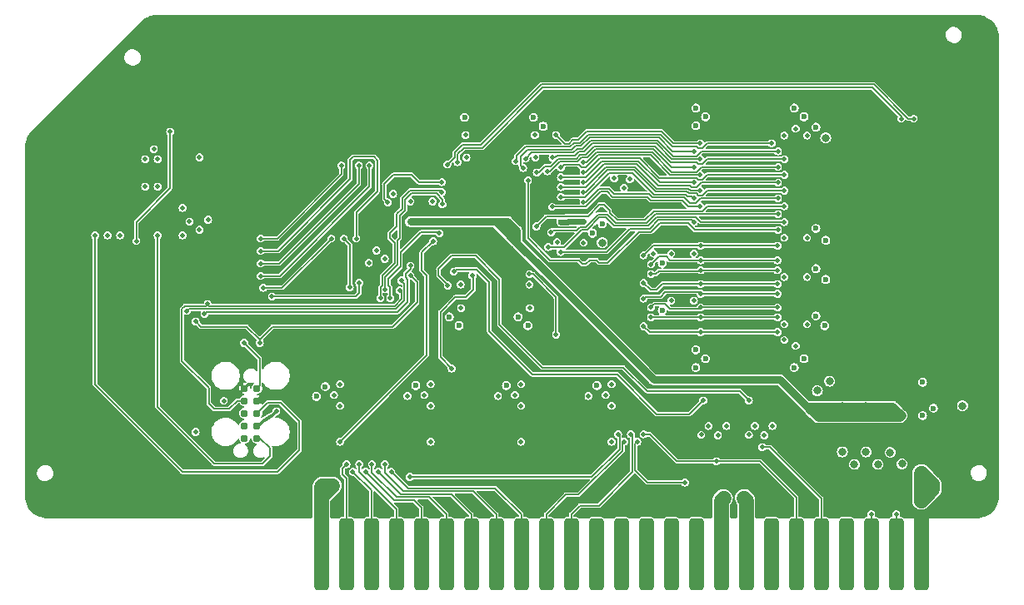
<source format=gbl>
G04 #@! TF.GenerationSoftware,KiCad,Pcbnew,7.0.10*
G04 #@! TF.CreationDate,2024-03-18T20:49:09-04:00*
G04 #@! TF.ProjectId,GR8RAM,47523852-414d-42e6-9b69-6361645f7063,1.0*
G04 #@! TF.SameCoordinates,Original*
G04 #@! TF.FileFunction,Copper,L4,Bot*
G04 #@! TF.FilePolarity,Positive*
%FSLAX46Y46*%
G04 Gerber Fmt 4.6, Leading zero omitted, Abs format (unit mm)*
G04 Created by KiCad (PCBNEW 7.0.10) date 2024-03-18 20:49:09*
%MOMM*%
%LPD*%
G01*
G04 APERTURE LIST*
G04 Aperture macros list*
%AMRoundRect*
0 Rectangle with rounded corners*
0 $1 Rounding radius*
0 $2 $3 $4 $5 $6 $7 $8 $9 X,Y pos of 4 corners*
0 Add a 4 corners polygon primitive as box body*
4,1,4,$2,$3,$4,$5,$6,$7,$8,$9,$2,$3,0*
0 Add four circle primitives for the rounded corners*
1,1,$1+$1,$2,$3*
1,1,$1+$1,$4,$5*
1,1,$1+$1,$6,$7*
1,1,$1+$1,$8,$9*
0 Add four rect primitives between the rounded corners*
20,1,$1+$1,$2,$3,$4,$5,0*
20,1,$1+$1,$4,$5,$6,$7,0*
20,1,$1+$1,$6,$7,$8,$9,0*
20,1,$1+$1,$8,$9,$2,$3,0*%
G04 Aperture macros list end*
G04 #@! TA.AperFunction,SMDPad,CuDef*
%ADD10RoundRect,0.381000X0.381000X3.289000X-0.381000X3.289000X-0.381000X-3.289000X0.381000X-3.289000X0*%
G04 #@! TD*
G04 #@! TA.AperFunction,ComponentPad*
%ADD11C,2.000000*%
G04 #@! TD*
G04 #@! TA.AperFunction,ConnectorPad*
%ADD12C,0.787400*%
G04 #@! TD*
G04 #@! TA.AperFunction,ViaPad*
%ADD13C,1.524000*%
G04 #@! TD*
G04 #@! TA.AperFunction,ViaPad*
%ADD14C,0.800000*%
G04 #@! TD*
G04 #@! TA.AperFunction,ViaPad*
%ADD15C,0.500000*%
G04 #@! TD*
G04 #@! TA.AperFunction,ViaPad*
%ADD16C,0.600000*%
G04 #@! TD*
G04 #@! TA.AperFunction,Conductor*
%ADD17C,0.800000*%
G04 #@! TD*
G04 #@! TA.AperFunction,Conductor*
%ADD18C,1.524000*%
G04 #@! TD*
G04 #@! TA.AperFunction,Conductor*
%ADD19C,0.450000*%
G04 #@! TD*
G04 #@! TA.AperFunction,Conductor*
%ADD20C,0.500000*%
G04 #@! TD*
G04 #@! TA.AperFunction,Conductor*
%ADD21C,0.150000*%
G04 #@! TD*
G04 #@! TA.AperFunction,Conductor*
%ADD22C,0.350000*%
G04 #@! TD*
G04 #@! TA.AperFunction,Conductor*
%ADD23C,0.300000*%
G04 #@! TD*
G04 #@! TA.AperFunction,Conductor*
%ADD24C,0.600000*%
G04 #@! TD*
G04 APERTURE END LIST*
D10*
X137160000Y-135282000D03*
X134620000Y-135282000D03*
X132080000Y-135282000D03*
X129540000Y-135282000D03*
X127000000Y-135282000D03*
X124460000Y-135282000D03*
X121920000Y-135282000D03*
X119380000Y-135282000D03*
X116840000Y-135282000D03*
X114300000Y-135282000D03*
X111760000Y-135282000D03*
X109220000Y-135282000D03*
X106680000Y-135282000D03*
X104140000Y-135282000D03*
X101600000Y-135282000D03*
X99060000Y-135282000D03*
X96520000Y-135282000D03*
X93980000Y-135282000D03*
X91440000Y-135282000D03*
X88900000Y-135282000D03*
X86360000Y-135282000D03*
X83820000Y-135282000D03*
X81280000Y-135282000D03*
X78740000Y-135282000D03*
X76200000Y-135282000D03*
D11*
X140462000Y-129540000D03*
D12*
X69659500Y-118364000D03*
X69659500Y-119634000D03*
X69659500Y-120904000D03*
X69659500Y-122174000D03*
X69659500Y-123444000D03*
X68389500Y-123444000D03*
X68389500Y-122174000D03*
X68389500Y-120904000D03*
X68389500Y-119634000D03*
X68389500Y-118364000D03*
D13*
X137160000Y-129794000D03*
D14*
X138303000Y-128270000D03*
X137160000Y-127000000D03*
D15*
X94500000Y-129900000D03*
X135763000Y-93345000D03*
X107823000Y-86931500D03*
X88100000Y-117950000D03*
X116500000Y-120050000D03*
X106750000Y-97000000D03*
X65532000Y-124650500D03*
X85150000Y-104650000D03*
X143383000Y-100965000D03*
X117450000Y-103050000D03*
X76350000Y-104700000D03*
X118110000Y-131318000D03*
X107900000Y-110650000D03*
D16*
X127450000Y-104300000D03*
D15*
X121200000Y-120050000D03*
X123063000Y-85725000D03*
X67183000Y-100965000D03*
X83650000Y-102899000D03*
X51435000Y-109601000D03*
D14*
X120777000Y-129540000D03*
D15*
X64262000Y-115697000D03*
X82550000Y-131318000D03*
X140843000Y-93345000D03*
X78200000Y-105950000D03*
X133223000Y-90805000D03*
X92710000Y-131318000D03*
X97790000Y-131318000D03*
X138303000Y-90805000D03*
X64643000Y-93345000D03*
X93150000Y-123800000D03*
D14*
X121856500Y-128270000D03*
D15*
X64643000Y-83185000D03*
X56515000Y-89916000D03*
X97663000Y-80645000D03*
X138303000Y-116205000D03*
X72263000Y-80645000D03*
D16*
X136200000Y-119450000D03*
D15*
X102850000Y-102750000D03*
D16*
X89550000Y-90800000D03*
X95550000Y-91700000D03*
D15*
X51435000Y-114681000D03*
X69088000Y-128016000D03*
X64643000Y-88265000D03*
X67183000Y-95885000D03*
X138303000Y-100965000D03*
X133350000Y-131318000D03*
X107950000Y-131318000D03*
X107550000Y-100550000D03*
X62103000Y-97853500D03*
X98725000Y-95075000D03*
X138303000Y-80645000D03*
X77343000Y-85725000D03*
X102875000Y-105150000D03*
X115443000Y-88265000D03*
D16*
X49550000Y-104400000D03*
D15*
X52500000Y-97000000D03*
X48895000Y-117221000D03*
X89400000Y-129850000D03*
D14*
X129150000Y-118700000D03*
D15*
X105050000Y-98900000D03*
X138430000Y-131318000D03*
X90900000Y-126300000D03*
D16*
X113050000Y-116250000D03*
X123050000Y-114450000D03*
D15*
X56515000Y-104584500D03*
D16*
X99400000Y-111100000D03*
D15*
X135763000Y-88265000D03*
X56515000Y-109664500D03*
X79883000Y-83185000D03*
D16*
X104650000Y-105050000D03*
D15*
X100550000Y-102800000D03*
X103750000Y-105850000D03*
X74803000Y-88265000D03*
X91950000Y-129850000D03*
D16*
X123050000Y-89850000D03*
X88550000Y-91700000D03*
D15*
X117983000Y-116205000D03*
X53900000Y-89100600D03*
X87503000Y-86931500D03*
X59055000Y-112204500D03*
X67183000Y-80645000D03*
X109400000Y-99700000D03*
X52100000Y-91650600D03*
X103150000Y-129100000D03*
X106500000Y-117950000D03*
X87500000Y-100150000D03*
X89450000Y-104100000D03*
X128143000Y-95885000D03*
X125603000Y-88265000D03*
X69723000Y-88265000D03*
X109750000Y-95450000D03*
X66675000Y-131318000D03*
X62928500Y-100076000D03*
X68102500Y-116030000D03*
X108050000Y-104350000D03*
X46355000Y-129540000D03*
X136398000Y-100838000D03*
D14*
X134000000Y-123500000D03*
D15*
X99750000Y-114850000D03*
D16*
X96550000Y-90800000D03*
D15*
X53975000Y-85725000D03*
X62103000Y-80645000D03*
X51650000Y-96200000D03*
X63754000Y-92138500D03*
X88050000Y-129650000D03*
X86350000Y-94850000D03*
D16*
X84900000Y-120400000D03*
D15*
X67183000Y-111379000D03*
X113700000Y-119600000D03*
X48133000Y-131318000D03*
X100330000Y-131318000D03*
X86650000Y-120650000D03*
D14*
X114300000Y-128270000D03*
D15*
X102870000Y-131318000D03*
X143383000Y-116205000D03*
D14*
X140100000Y-122300000D03*
D15*
X103000000Y-124950000D03*
X77450000Y-120650000D03*
X70485000Y-119380000D03*
X118650000Y-110650000D03*
X130683000Y-93345000D03*
X64262000Y-118491000D03*
D14*
X126450000Y-95100000D03*
D15*
X51435000Y-104584500D03*
X144780000Y-123825000D03*
X105050000Y-107250000D03*
X78900000Y-117950000D03*
X59055000Y-117284500D03*
X106850000Y-99500000D03*
X77850000Y-127200000D03*
X85250000Y-100150000D03*
X92583000Y-86931500D03*
X60833000Y-102806500D03*
X118650000Y-109450000D03*
D16*
X103300000Y-120400000D03*
D15*
X115650000Y-121000000D03*
X53975000Y-117284500D03*
X140843000Y-98425000D03*
X59182000Y-92900500D03*
X82423000Y-85725000D03*
X83500000Y-97400000D03*
X57150000Y-91186000D03*
X133223000Y-116205000D03*
X81788000Y-129349500D03*
X100203000Y-88265000D03*
X104000000Y-108075000D03*
X108850000Y-100550000D03*
X82500000Y-96600000D03*
X125550000Y-113050000D03*
X143383000Y-85725000D03*
X144780000Y-103505000D03*
D16*
X85800000Y-121400000D03*
D15*
X103950000Y-114500000D03*
X105410000Y-131318000D03*
X83950000Y-126100000D03*
D14*
X115443000Y-129540000D03*
D15*
X135763000Y-83185000D03*
X102500000Y-117600000D03*
D16*
X92400000Y-111100000D03*
D15*
X83950000Y-123800000D03*
X56515000Y-131318000D03*
X133223000Y-95885000D03*
D16*
X122050000Y-90750000D03*
D15*
X91950000Y-126750000D03*
X128143000Y-111125000D03*
X111550000Y-123800000D03*
X128143000Y-80645000D03*
X143383000Y-90805000D03*
X130350000Y-122400000D03*
X64706500Y-100076000D03*
X143383000Y-121285000D03*
X114050000Y-111850000D03*
X87400000Y-111750000D03*
X97450000Y-126900000D03*
X95000000Y-127900000D03*
X58293000Y-91884500D03*
X123250000Y-109450000D03*
X71247000Y-112839500D03*
X48895000Y-90805000D03*
X130683000Y-88265000D03*
X122050000Y-121000000D03*
X51435000Y-124841000D03*
X110363000Y-88265000D03*
X50673000Y-94615000D03*
D16*
X110800000Y-102450000D03*
D15*
X128270000Y-131318000D03*
X98200000Y-110200000D03*
X102743000Y-85725000D03*
X57023000Y-100012500D03*
X135763000Y-98425000D03*
X69723000Y-83185000D03*
D16*
X112050000Y-115350000D03*
D15*
X107900000Y-106250000D03*
X77343000Y-80645000D03*
X93150000Y-126100000D03*
X105283000Y-88265000D03*
X96300000Y-92599990D03*
X123063000Y-80645000D03*
X74803000Y-83185000D03*
X70802500Y-120713500D03*
X59944000Y-84328000D03*
X144780000Y-82423000D03*
X133223000Y-85725000D03*
D16*
X98400000Y-112000000D03*
D15*
X71755000Y-131318000D03*
X140843000Y-113665000D03*
X91150000Y-107900000D03*
X101150000Y-93000000D03*
X135763000Y-113665000D03*
X106900000Y-126800000D03*
X118650000Y-105850000D03*
X51435000Y-131318000D03*
X120350000Y-121000000D03*
X82423000Y-80645000D03*
X125603000Y-118745000D03*
X61531500Y-114744500D03*
X50750000Y-96700000D03*
X111550000Y-126100000D03*
X59055000Y-107124500D03*
X117983000Y-86931500D03*
X59055000Y-122364500D03*
X130683000Y-128905000D03*
X84600000Y-124950000D03*
X56515000Y-83185000D03*
X125603000Y-123825000D03*
X84963000Y-88392000D03*
X112903000Y-80645000D03*
X111750000Y-113450000D03*
X128143000Y-100965000D03*
X118650000Y-111850000D03*
D16*
X47000000Y-104950000D03*
D15*
X63563500Y-114998500D03*
D16*
X123050000Y-116250000D03*
D15*
X80750000Y-129900000D03*
X86900000Y-126200000D03*
X53975000Y-122364500D03*
X119850000Y-103050000D03*
D14*
X127450000Y-93900000D03*
D16*
X76600000Y-121400000D03*
X104200000Y-121400000D03*
D15*
X110100000Y-128450000D03*
X89300000Y-92550000D03*
X120523000Y-83185000D03*
X65786000Y-111379000D03*
X130683000Y-98425000D03*
X62103000Y-95059500D03*
X57912000Y-86360000D03*
X86850000Y-129950000D03*
X56388000Y-95059500D03*
X64643000Y-98425000D03*
X118350000Y-119600000D03*
X85200000Y-97150000D03*
X83150000Y-94100000D03*
X96150000Y-111900000D03*
X90170000Y-131318000D03*
X99550000Y-128550000D03*
D14*
X74549000Y-129540000D03*
D15*
X108900000Y-113400000D03*
X102350000Y-123800000D03*
X69723000Y-98425000D03*
X143383000Y-111125000D03*
X77470000Y-131318000D03*
D14*
X135509000Y-127000000D03*
D15*
X128143000Y-90805000D03*
X46355000Y-119761000D03*
X69532500Y-111823500D03*
X81950000Y-102899000D03*
X91650000Y-92500000D03*
X144780000Y-118745000D03*
X53975000Y-112204500D03*
X118650000Y-113450000D03*
D14*
X138900000Y-123450000D03*
D15*
X53848000Y-128016000D03*
X78000000Y-107600000D03*
X52006500Y-90297000D03*
D16*
X138400000Y-119450000D03*
D15*
X55435500Y-88773000D03*
X113030000Y-131318000D03*
X109950000Y-107850000D03*
X82800000Y-102099000D03*
X59182000Y-80645000D03*
X51435000Y-119761000D03*
X132750000Y-122400000D03*
X112903000Y-86931500D03*
X59563000Y-88265000D03*
X139000000Y-118550000D03*
X48895000Y-107061000D03*
X114050000Y-107050000D03*
D14*
X132750000Y-117650000D03*
D16*
X112050000Y-90750000D03*
X75700000Y-120400000D03*
D15*
X90300000Y-129350000D03*
X51435000Y-88265000D03*
X98700000Y-92600000D03*
X144780000Y-98425000D03*
X84650000Y-93950000D03*
X61595000Y-131318000D03*
X61531500Y-119824500D03*
X85450000Y-108550000D03*
X87150000Y-92900000D03*
X50750000Y-101100000D03*
X143383000Y-95885000D03*
X125550000Y-104650000D03*
X109537500Y-126809500D03*
X63944500Y-119570500D03*
X144780000Y-88265000D03*
X118650000Y-108250000D03*
D14*
X135509000Y-129540000D03*
D15*
X118650000Y-107050000D03*
X106000000Y-100300000D03*
X69723000Y-93345000D03*
X102100000Y-129700000D03*
D14*
X131550000Y-118900000D03*
D15*
X79883000Y-88265000D03*
X86400000Y-109800000D03*
X112200000Y-124950000D03*
D14*
X135200000Y-122300000D03*
X141300000Y-123550000D03*
D16*
X126450000Y-109500000D03*
D14*
X134000000Y-118950000D03*
D15*
X133223000Y-111125000D03*
X61531500Y-109664500D03*
X110900000Y-99800000D03*
X105250000Y-110100000D03*
X111750000Y-103050000D03*
X117983000Y-80645000D03*
X60071000Y-104457500D03*
X64643000Y-103505000D03*
X112900000Y-114050000D03*
X144780000Y-113665000D03*
X46355000Y-109601000D03*
X53848000Y-95123000D03*
X58928000Y-128016000D03*
D14*
X131550000Y-123550000D03*
D15*
X46355000Y-124841000D03*
X57404000Y-92900500D03*
X53200000Y-90650600D03*
X73787000Y-115379500D03*
D14*
X129150000Y-123350000D03*
D15*
X91750000Y-94900000D03*
X138303000Y-85725000D03*
X79950000Y-128350000D03*
X143002000Y-131318000D03*
X133223000Y-80645000D03*
X62103000Y-85725000D03*
X77216000Y-98298000D03*
X110750000Y-96450000D03*
X114050000Y-92650000D03*
X76454000Y-97091500D03*
X56515000Y-124904500D03*
X98550000Y-128050000D03*
X62801500Y-96456500D03*
X50350000Y-91850000D03*
X138303000Y-111125000D03*
X117350000Y-121000000D03*
X85250000Y-95400000D03*
X80010000Y-131318000D03*
X144780000Y-129540000D03*
X107350000Y-109650000D03*
X118650000Y-104650000D03*
X130683000Y-113665000D03*
D16*
X112900000Y-91950000D03*
D15*
X143002000Y-80645000D03*
X135128000Y-100838000D03*
D16*
X94100000Y-120400000D03*
D15*
X95123000Y-88265000D03*
X52324000Y-94551500D03*
X62103000Y-90805000D03*
X59055000Y-103822500D03*
X100203000Y-83185000D03*
X97300000Y-117950000D03*
X114050000Y-103050000D03*
X102350000Y-126100000D03*
X46355000Y-114681000D03*
X98150000Y-107900000D03*
X125600000Y-94150000D03*
X60833000Y-100012500D03*
X138303000Y-95885000D03*
D16*
X110850000Y-107000000D03*
D15*
X56515000Y-119824500D03*
X117983000Y-90805000D03*
X55400000Y-94350600D03*
X144780000Y-93345000D03*
X128143000Y-126365000D03*
D16*
X127350000Y-113200000D03*
D15*
X102743000Y-90805000D03*
X143383000Y-106045000D03*
X97663000Y-86931500D03*
X95850000Y-120650000D03*
X100550000Y-100400000D03*
X105283000Y-83185000D03*
D16*
X47000000Y-94650000D03*
D15*
X49974500Y-93345000D03*
X135890000Y-131318000D03*
X87800000Y-114450000D03*
X83500000Y-100300000D03*
D16*
X109450000Y-103350000D03*
D15*
X95250000Y-131318000D03*
X105050000Y-120650000D03*
X72263000Y-90805000D03*
D16*
X49550000Y-95200000D03*
D15*
X123190000Y-131318000D03*
X87630000Y-131318000D03*
X59309000Y-90487500D03*
X111750000Y-92500000D03*
X130810000Y-131318000D03*
X72263000Y-85725000D03*
X50750000Y-102900000D03*
X67183000Y-85725000D03*
D16*
X126450000Y-114300000D03*
D15*
X101000000Y-111550000D03*
X120523000Y-88265000D03*
X123063000Y-126365000D03*
X85090000Y-131318000D03*
D16*
X127450000Y-108300000D03*
D15*
X53975000Y-107124500D03*
X92550000Y-127950000D03*
X125603000Y-83185000D03*
X113100000Y-120500000D03*
X92450000Y-112900000D03*
X114050000Y-113450000D03*
X63817500Y-99060000D03*
X107200000Y-128400000D03*
X65278000Y-119507000D03*
X120650000Y-131318000D03*
X115570000Y-131318000D03*
D16*
X123050000Y-91650000D03*
D15*
X133223000Y-100965000D03*
X87503000Y-80645000D03*
X128143000Y-116205000D03*
X105200000Y-128700000D03*
X62547500Y-113220500D03*
X67183000Y-90805000D03*
X92583000Y-80645000D03*
D16*
X122050000Y-115350000D03*
D14*
X73406000Y-128524000D03*
D15*
X106500000Y-105550000D03*
D16*
X95000000Y-121400000D03*
D15*
X104700000Y-100200000D03*
X102850000Y-100370000D03*
X93800000Y-124950000D03*
X64008000Y-128016000D03*
X140843000Y-88265000D03*
X77216000Y-95821500D03*
X123250000Y-104650000D03*
X108200000Y-97750000D03*
D16*
X91400000Y-112000000D03*
D15*
X130683000Y-83185000D03*
X91200000Y-110200000D03*
X107823000Y-80645000D03*
X48895000Y-122301000D03*
D16*
X126450000Y-105400000D03*
D15*
X48895000Y-112141000D03*
X107823000Y-90805000D03*
X102743000Y-80645000D03*
D14*
X130350000Y-117650000D03*
D16*
X113050000Y-89850000D03*
D15*
X144780000Y-108585000D03*
X125730000Y-131318000D03*
D14*
X141350000Y-118950000D03*
D15*
X88400000Y-128050000D03*
X128143000Y-85725000D03*
X46355000Y-93472000D03*
X84500000Y-113750000D03*
X99500000Y-97350000D03*
X68580000Y-111379000D03*
X62865000Y-114300000D03*
X111750000Y-111850000D03*
X110490000Y-131318000D03*
X56515000Y-114744500D03*
X125603000Y-128905000D03*
X92550000Y-129050000D03*
X110250000Y-126100000D03*
X83300000Y-126850000D03*
X82650000Y-126100000D03*
X79400000Y-126850000D03*
X82000000Y-126850000D03*
X78750000Y-126100000D03*
X80050000Y-126100000D03*
X80700000Y-126850000D03*
X81350000Y-126100000D03*
D14*
X76200000Y-129540000D03*
X77343000Y-128270000D03*
X119126000Y-129540000D03*
X117094000Y-129540000D03*
D15*
X85200000Y-127381000D03*
X106350000Y-123050000D03*
X113150000Y-127950000D03*
X108300000Y-123800000D03*
X121000000Y-124350000D03*
X108950000Y-123050000D03*
X116350000Y-125800000D03*
X107650000Y-123050000D03*
X107000000Y-123800000D03*
X132080000Y-131191000D03*
X134620000Y-131191000D03*
X60833000Y-92265500D03*
X57404000Y-103378000D03*
X69950000Y-113750000D03*
X85250000Y-106900000D03*
X63436500Y-111569500D03*
X62547500Y-110490000D03*
X53213000Y-102806500D03*
X84350000Y-107400000D03*
X64325500Y-110807500D03*
X59563000Y-102806500D03*
X85250000Y-105900000D03*
X84150000Y-108400000D03*
X64643000Y-109791500D03*
X91550000Y-106900000D03*
X89450000Y-116350000D03*
X82200000Y-109200000D03*
X88450000Y-98400000D03*
X82700000Y-108300000D03*
X88500000Y-99650000D03*
X83200000Y-109200000D03*
X88200000Y-102600000D03*
X123250000Y-103050000D03*
X55753000Y-102806500D03*
X105700000Y-123800000D03*
X105950000Y-97000000D03*
X87300000Y-123800000D03*
D16*
X125250000Y-115350000D03*
D14*
X127850000Y-117650000D03*
D15*
X122050000Y-122200000D03*
D16*
X126450000Y-111000000D03*
X138400000Y-120400000D03*
X114250000Y-89850000D03*
D15*
X125550000Y-107050000D03*
D16*
X115250000Y-115350000D03*
D15*
X111750000Y-104650000D03*
X81800000Y-104350000D03*
X62103000Y-102806500D03*
X81026000Y-105600500D03*
D16*
X126450000Y-91800000D03*
D15*
X124400000Y-91950000D03*
X59563000Y-95059500D03*
D16*
X114250000Y-91650000D03*
D14*
X131550000Y-124850000D03*
D16*
X124250000Y-89850000D03*
D15*
X102850000Y-103550000D03*
D16*
X114250000Y-116250000D03*
D15*
X105075000Y-119050000D03*
X120250000Y-122200000D03*
X87300000Y-117950000D03*
X86675000Y-119050000D03*
X95875000Y-119050000D03*
X90950000Y-94900000D03*
D14*
X130350000Y-126100000D03*
D15*
X119650000Y-123100000D03*
D14*
X129150000Y-124850000D03*
D16*
X95000000Y-118100000D03*
D15*
X63436500Y-122809000D03*
X111750000Y-109450000D03*
D16*
X90750000Y-90800000D03*
D15*
X103350000Y-119150000D03*
X84950000Y-119150000D03*
D16*
X124250000Y-116250000D03*
D15*
X97950000Y-94875000D03*
D16*
X104750000Y-101650000D03*
X75700000Y-119200000D03*
D15*
X105700000Y-120150000D03*
D16*
X97750000Y-90800000D03*
D15*
X96500000Y-117950000D03*
D16*
X104200000Y-118100000D03*
D15*
X59563000Y-97853500D03*
X62103000Y-100012500D03*
X83500000Y-98600000D03*
D16*
X137300000Y-117750000D03*
D15*
X62801500Y-101409500D03*
D16*
X89200000Y-111100000D03*
X126450000Y-102100000D03*
D14*
X127450000Y-92900000D03*
D16*
X98750000Y-91700000D03*
D15*
X97400000Y-110200000D03*
X78100000Y-120150000D03*
X90850000Y-92600000D03*
X63817500Y-94869000D03*
D14*
X135200000Y-126050000D03*
D15*
X96500000Y-120150000D03*
D14*
X141350000Y-120150000D03*
D16*
X90200000Y-112000000D03*
D15*
X59182000Y-94043500D03*
X121200000Y-123150000D03*
X87300000Y-120150000D03*
X114050000Y-109450000D03*
D16*
X126450000Y-106200000D03*
D15*
X123250000Y-92650000D03*
X124400000Y-114050000D03*
D16*
X110850000Y-105650000D03*
D15*
X125550000Y-103050000D03*
X82650000Y-105200000D03*
D16*
X127450000Y-107300000D03*
X103750000Y-102600000D03*
D15*
X125550000Y-111850000D03*
X85250000Y-99350000D03*
X115550000Y-122200000D03*
X64706500Y-101219000D03*
D16*
X114250000Y-114450000D03*
D15*
X54483000Y-102806500D03*
X97350000Y-107800000D03*
X114800000Y-123100000D03*
D16*
X76600000Y-118200000D03*
X127450000Y-103300000D03*
D15*
X114050000Y-104650000D03*
X78100000Y-117950000D03*
X100150000Y-103500000D03*
D16*
X85800000Y-118100000D03*
X115250000Y-90750000D03*
D15*
X107550000Y-97100000D03*
D16*
X127350000Y-112000000D03*
D15*
X123250000Y-113450000D03*
X123250000Y-107050000D03*
X109950000Y-104650000D03*
X125550000Y-92650000D03*
X97900000Y-92600000D03*
X66294000Y-119634000D03*
X116500000Y-123150000D03*
D14*
X132750000Y-126100000D03*
D15*
X87500000Y-99350000D03*
D16*
X110850000Y-110450000D03*
D14*
X134000000Y-124900000D03*
D15*
X96500000Y-123800000D03*
X117350000Y-122200000D03*
X77475000Y-119050000D03*
D14*
X126600000Y-118600000D03*
X104750000Y-103550000D03*
D15*
X90400000Y-110200000D03*
X123250000Y-111850000D03*
X58293000Y-95059500D03*
X94150000Y-119150000D03*
X71628000Y-120713500D03*
X90350000Y-107800000D03*
X106950000Y-98000000D03*
X58293000Y-97853500D03*
D16*
X125250000Y-90750000D03*
X97200000Y-112000000D03*
X137300000Y-121150000D03*
D15*
X63817500Y-102235000D03*
X105700000Y-117950000D03*
D16*
X96200000Y-111100000D03*
D15*
X100050000Y-112900000D03*
X97350000Y-106750000D03*
X87550000Y-103400000D03*
X78100000Y-123800000D03*
X108950000Y-112050000D03*
X122550000Y-112650000D03*
X114750000Y-112650000D03*
X122550000Y-111150000D03*
X114750000Y-111150000D03*
X109700000Y-111150000D03*
X114750000Y-108750000D03*
X108950000Y-109250000D03*
X122550000Y-108750000D03*
X114750000Y-110150000D03*
X109700000Y-110150000D03*
X122550000Y-110150000D03*
X109700000Y-105750000D03*
X114750000Y-105350000D03*
X122550000Y-105350000D03*
X108950000Y-104850000D03*
X122550000Y-103850000D03*
X114750000Y-103850000D03*
X109700000Y-106750000D03*
X122550000Y-106350000D03*
X114750000Y-106350000D03*
X114750000Y-107750000D03*
X122550000Y-107750000D03*
X108950000Y-107650000D03*
X97200000Y-97200000D03*
X122600000Y-102250000D03*
X99250000Y-104000000D03*
X123250000Y-101450000D03*
X99550000Y-102500000D03*
X122600000Y-100650000D03*
X98050000Y-101900000D03*
X123250000Y-99850000D03*
X122600000Y-99050000D03*
X102850000Y-99400000D03*
X122600000Y-95850000D03*
X102850000Y-95400000D03*
X95950000Y-95250000D03*
X121950000Y-93450000D03*
X114700000Y-93450000D03*
X100050000Y-92600000D03*
X99700000Y-94900000D03*
X114700000Y-95050000D03*
X99650000Y-99900000D03*
X114700000Y-99850000D03*
X114050000Y-101450000D03*
X100500000Y-104500000D03*
X114050000Y-99050000D03*
X100550000Y-98900000D03*
X102850000Y-98400000D03*
X123250000Y-98250000D03*
X114700000Y-98250000D03*
X100550000Y-97900000D03*
X122600000Y-97450000D03*
X102850000Y-97400000D03*
X114050000Y-97450000D03*
X100550000Y-96900000D03*
X102850000Y-96400000D03*
X123250000Y-96650000D03*
X100550000Y-95900000D03*
X114700000Y-96650000D03*
X114050000Y-95850000D03*
X99150000Y-96300000D03*
X123250000Y-95050000D03*
X98100000Y-96400000D03*
X96950000Y-95000000D03*
X122600000Y-94250000D03*
X96700000Y-95950000D03*
X114050000Y-94250000D03*
X80010000Y-95694500D03*
X70040500Y-105664000D03*
X70294500Y-108140500D03*
X77216000Y-103124000D03*
X70040500Y-106934000D03*
X88450000Y-97400000D03*
X81089500Y-95694500D03*
X82950000Y-99450000D03*
X78486000Y-103124000D03*
X79100000Y-108100000D03*
X115000000Y-119600000D03*
X89650000Y-106500000D03*
X78232000Y-95694500D03*
X70040500Y-103124000D03*
X70040500Y-104394000D03*
X79756000Y-103124000D03*
X80050000Y-107650000D03*
X71183500Y-109029500D03*
D14*
X134000000Y-120400000D03*
D16*
X135200000Y-121150000D03*
D15*
X132750000Y-121350000D03*
D14*
X131550000Y-120200000D03*
D16*
X102850000Y-101400000D03*
D14*
X126600000Y-120500000D03*
D16*
X100550000Y-101450000D03*
D15*
X87500000Y-101400000D03*
X85250000Y-101400000D03*
X130350000Y-121350000D03*
D14*
X96050000Y-102300000D03*
X129150000Y-120200000D03*
X99000000Y-106500000D03*
D15*
X90050000Y-95350000D03*
X135128000Y-90932000D03*
X136398000Y-90932000D03*
X89000000Y-95600000D03*
X68350000Y-113750000D03*
X119650000Y-119600000D03*
X89050000Y-107900000D03*
D17*
X136915002Y-127000000D02*
X137160000Y-127000000D01*
D18*
X137160000Y-129794000D02*
X137160000Y-127000000D01*
D17*
X138620500Y-127952500D02*
X138112500Y-127952500D01*
D19*
X137856000Y-129794000D02*
X137160000Y-129794000D01*
D20*
X137160000Y-128940000D02*
X137160000Y-129794000D01*
D17*
X137160000Y-127000000D02*
X136906000Y-127000000D01*
D18*
X138303000Y-128651000D02*
X137160000Y-129794000D01*
X138303000Y-128143000D02*
X137160000Y-127000000D01*
D17*
X138112500Y-127952500D02*
X137160000Y-127000000D01*
D18*
X138303000Y-128270000D02*
X138303000Y-128651000D01*
X138303000Y-128270000D02*
X138303000Y-128143000D01*
D20*
X138530000Y-128270000D02*
X138303000Y-128270000D01*
X137160000Y-127000000D02*
X137310000Y-126850000D01*
D17*
X137160000Y-127000000D02*
X137160000Y-127960000D01*
D21*
X136906000Y-131318000D02*
X137160000Y-131572000D01*
X137414000Y-131318000D02*
X137160000Y-131572000D01*
D22*
X68102500Y-116030000D02*
X68102500Y-118077000D01*
D21*
X135890000Y-131318000D02*
X136906000Y-131318000D01*
D20*
X69659500Y-119634000D02*
X70231000Y-119634000D01*
D22*
X68102500Y-118077000D02*
X68389500Y-118364000D01*
D18*
X137160000Y-135382000D02*
X137160000Y-131572000D01*
D21*
X138430000Y-131318000D02*
X137414000Y-131318000D01*
D20*
X70231000Y-119634000D02*
X70485000Y-119380000D01*
D21*
X93879000Y-128550000D02*
X96520000Y-131191000D01*
X96520000Y-131191000D02*
X96520000Y-135382000D01*
X85000000Y-128550000D02*
X93879000Y-128550000D01*
X83300000Y-126850000D02*
X85000000Y-128550000D01*
X91639000Y-128850000D02*
X93980000Y-131191000D01*
X93980000Y-131191000D02*
X93980000Y-135382000D01*
X84527000Y-128850000D02*
X91639000Y-128850000D01*
X82650000Y-126100000D02*
X82650000Y-126973000D01*
X82650000Y-126973000D02*
X84527000Y-128850000D01*
X81280000Y-135382000D02*
X81280000Y-128730000D01*
X81280000Y-128730000D02*
X79400000Y-126850000D01*
X84300000Y-129150000D02*
X89399000Y-129150000D01*
X89399000Y-129150000D02*
X91440000Y-131191000D01*
X91440000Y-131191000D02*
X91440000Y-135382000D01*
X82000000Y-126850000D02*
X84300000Y-129150000D01*
X78350000Y-127150000D02*
X78750000Y-127550000D01*
X78750000Y-135372000D02*
X78740000Y-135382000D01*
X78350000Y-127150000D02*
X78350000Y-126500000D01*
X78350000Y-126500000D02*
X78750000Y-126100000D01*
X78750000Y-127550000D02*
X78750000Y-135372000D01*
X83820000Y-131064000D02*
X83820000Y-135382000D01*
X80050000Y-126913000D02*
X83820000Y-130683000D01*
X83820000Y-130683000D02*
X83820000Y-131064000D01*
X80050000Y-126100000D02*
X80050000Y-126913000D01*
X80700000Y-126850000D02*
X83600000Y-129750000D01*
X85617500Y-129750000D02*
X86360000Y-130492500D01*
X83600000Y-129750000D02*
X85617500Y-129750000D01*
X86360000Y-130492500D02*
X86360000Y-135382000D01*
X81350000Y-126943000D02*
X83857000Y-129450000D01*
X83857000Y-129450000D02*
X87159000Y-129450000D01*
X88900000Y-131191000D02*
X88900000Y-135382000D01*
X87159000Y-129450000D02*
X88900000Y-131191000D01*
X81350000Y-126100000D02*
X81350000Y-126943000D01*
D18*
X76200000Y-135382000D02*
X76200000Y-129540000D01*
X76200000Y-128397000D02*
X76200000Y-129540000D01*
X76200000Y-129540000D02*
X76200000Y-129413000D01*
X76200000Y-129413000D02*
X77343000Y-128270000D01*
X76327000Y-128270000D02*
X76200000Y-128397000D01*
X77343000Y-128270000D02*
X76327000Y-128270000D01*
X119380000Y-129794000D02*
X119126000Y-129540000D01*
X119380000Y-135382000D02*
X119380000Y-129794000D01*
X116840000Y-135382000D02*
X116840000Y-129794000D01*
X116840000Y-129794000D02*
X117094000Y-129540000D01*
D21*
X85200000Y-127381000D02*
X103669000Y-127381000D01*
X103669000Y-127381000D02*
X106500000Y-124550000D01*
X106500000Y-123200000D02*
X106350000Y-123050000D01*
X106500000Y-124550000D02*
X106500000Y-123200000D01*
X108100000Y-126700000D02*
X108100000Y-124000000D01*
X109350000Y-127950000D02*
X108100000Y-126700000D01*
X113150000Y-127950000D02*
X109350000Y-127950000D01*
X108100000Y-124000000D02*
X108300000Y-123800000D01*
X121000000Y-124350000D02*
X121750000Y-124350000D01*
X127000000Y-129600000D02*
X127000000Y-135282000D01*
X121750000Y-124350000D02*
X127000000Y-129600000D01*
X124460000Y-129460000D02*
X124460000Y-135382000D01*
X116350000Y-125800000D02*
X112338000Y-125800000D01*
X112338000Y-125800000D02*
X109588000Y-123050000D01*
X109588000Y-123050000D02*
X108950000Y-123050000D01*
X116350000Y-125800000D02*
X120800000Y-125800000D01*
X120800000Y-125800000D02*
X124460000Y-129460000D01*
X104394000Y-130302000D02*
X102489000Y-130302000D01*
X107800000Y-126896000D02*
X104394000Y-130302000D01*
X107800000Y-123200000D02*
X107800000Y-126896000D01*
X107650000Y-123050000D02*
X107800000Y-123200000D01*
X101600000Y-131191000D02*
X101600000Y-135382000D01*
X102489000Y-130302000D02*
X101600000Y-131191000D01*
X106800000Y-124000000D02*
X106800000Y-124721000D01*
X101051000Y-129200000D02*
X99060000Y-131191000D01*
X106800000Y-124721000D02*
X102321000Y-129200000D01*
X99060000Y-131191000D02*
X99060000Y-135382000D01*
X102321000Y-129200000D02*
X101051000Y-129200000D01*
X107000000Y-123800000D02*
X106800000Y-124000000D01*
X132080000Y-135382000D02*
X132080000Y-131191000D01*
X134620000Y-135382000D02*
X134620000Y-131191000D01*
X71247000Y-112100000D02*
X83450000Y-112100000D01*
X57404000Y-101441250D02*
X60833000Y-98012250D01*
X57404000Y-103378000D02*
X57404000Y-101441250D01*
X63436500Y-111569500D02*
X63967000Y-112100000D01*
X85950000Y-109600000D02*
X85950000Y-107600000D01*
X69942500Y-113742500D02*
X69942500Y-113404500D01*
X83450000Y-112100000D02*
X85950000Y-109600000D01*
X69942500Y-113404500D02*
X71247000Y-112100000D01*
X63967000Y-112100000D02*
X68638000Y-112100000D01*
X85950000Y-107600000D02*
X85250000Y-106900000D01*
X68638000Y-112100000D02*
X69942500Y-113404500D01*
X60833000Y-98012250D02*
X60833000Y-92265500D01*
X69950000Y-113750000D02*
X69942500Y-113742500D01*
X62738000Y-110299500D02*
X83800500Y-110299500D01*
X62103000Y-126873000D02*
X53213000Y-117983000D01*
X73977500Y-121729500D02*
X73977500Y-124650500D01*
X84650000Y-109450000D02*
X84650000Y-107700000D01*
X62547500Y-110490000D02*
X62738000Y-110299500D01*
X83800500Y-110299500D02*
X84650000Y-109450000D01*
X73977500Y-124650500D02*
X71755000Y-126873000D01*
X69659500Y-120904000D02*
X70739000Y-119824500D01*
X70739000Y-119824500D02*
X72072500Y-119824500D01*
X53213000Y-117983000D02*
X53213000Y-102806500D01*
X71755000Y-126873000D02*
X62103000Y-126873000D01*
X72072500Y-119824500D02*
X73977500Y-121729500D01*
X84650000Y-107700000D02*
X84350000Y-107400000D01*
X70993000Y-125285500D02*
X70231000Y-126047500D01*
X64325500Y-110807500D02*
X64483000Y-110650000D01*
X84750000Y-106700000D02*
X85250000Y-106200000D01*
X59563000Y-120269000D02*
X59563000Y-102806500D01*
X70231000Y-126047500D02*
X65341500Y-126047500D01*
X84950000Y-107300000D02*
X84750000Y-107100000D01*
X69996500Y-123444000D02*
X70993000Y-124440500D01*
X84750000Y-107100000D02*
X84750000Y-106700000D01*
X83900000Y-110650000D02*
X84950000Y-109600000D01*
X64483000Y-110650000D02*
X83900000Y-110650000D01*
X69659500Y-123444000D02*
X69996500Y-123444000D01*
X70993000Y-124440500D02*
X70993000Y-125285500D01*
X85250000Y-106200000D02*
X85250000Y-105900000D01*
X65341500Y-126047500D02*
X59563000Y-120269000D01*
X84950000Y-109600000D02*
X84950000Y-107300000D01*
X64452500Y-109982000D02*
X62357000Y-109982000D01*
X64643000Y-109791500D02*
X64452500Y-109982000D01*
X64833500Y-109982000D02*
X83668000Y-109982000D01*
X64770000Y-118300500D02*
X64770000Y-119951500D01*
X66853000Y-120459500D02*
X67678500Y-119634000D01*
X84350000Y-108600000D02*
X84150000Y-108400000D01*
X62357000Y-109982000D02*
X62039500Y-110299500D01*
X62039500Y-115570000D02*
X64770000Y-118300500D01*
X67678500Y-119634000D02*
X68389500Y-119634000D01*
X62039500Y-110299500D02*
X62039500Y-115570000D01*
X84350000Y-109300000D02*
X84350000Y-108600000D01*
X64643000Y-109791500D02*
X64833500Y-109982000D01*
X65278000Y-120459500D02*
X66853000Y-120459500D01*
X83668000Y-109982000D02*
X84350000Y-109300000D01*
X64770000Y-119951500D02*
X65278000Y-120459500D01*
X91650000Y-108350000D02*
X90900000Y-109100000D01*
X89450000Y-116350000D02*
X88300000Y-115200000D01*
X88300000Y-115200000D02*
X88300000Y-110600000D01*
X91550000Y-106900000D02*
X91650000Y-107000000D01*
X90900000Y-109100000D02*
X89800000Y-109100000D01*
X91650000Y-107000000D02*
X91650000Y-108350000D01*
X88300000Y-110600000D02*
X89800000Y-109100000D01*
X82400000Y-106900000D02*
X82400000Y-107900000D01*
X83650000Y-103600000D02*
X83150000Y-103100000D01*
X83650000Y-105650000D02*
X82400000Y-106900000D01*
X84400000Y-100100000D02*
X83850000Y-100650000D01*
X82200000Y-108100000D02*
X82200000Y-109200000D01*
X88300000Y-98250000D02*
X85200000Y-98250000D01*
X83850000Y-100650000D02*
X83850000Y-101900000D01*
X88450000Y-98400000D02*
X88300000Y-98250000D01*
X83150000Y-103100000D02*
X83150000Y-102600000D01*
X83150000Y-102600000D02*
X83850000Y-101900000D01*
X83650000Y-103600000D02*
X83650000Y-105650000D01*
X84400000Y-99050000D02*
X84400000Y-100100000D01*
X82400000Y-107900000D02*
X82200000Y-108100000D01*
X85200000Y-98250000D02*
X84400000Y-99050000D01*
X82700000Y-108300000D02*
X82700000Y-107050000D01*
X83950000Y-105800000D02*
X83950000Y-103300000D01*
X85350000Y-98550000D02*
X87900000Y-98550000D01*
X82700000Y-107050000D02*
X83950000Y-105800000D01*
X83950000Y-103300000D02*
X84150000Y-103100000D01*
X84150000Y-100800000D02*
X84700000Y-100250000D01*
X88500000Y-99150000D02*
X88500000Y-99650000D01*
X84700000Y-99200000D02*
X85350000Y-98550000D01*
X84700000Y-100250000D02*
X84700000Y-99200000D01*
X84150000Y-103100000D02*
X84150000Y-100800000D01*
X87900000Y-98550000D02*
X88500000Y-99150000D01*
X88200000Y-102600000D02*
X88100000Y-102500000D01*
X84250000Y-105950000D02*
X83000000Y-107200000D01*
X84250000Y-104550000D02*
X84250000Y-105950000D01*
X83000000Y-107900000D02*
X83200000Y-108100000D01*
X83000000Y-107200000D02*
X83000000Y-107900000D01*
X83200000Y-108100000D02*
X83200000Y-109200000D01*
X88100000Y-102500000D02*
X86300000Y-102500000D01*
X86300000Y-102500000D02*
X84250000Y-104550000D01*
D23*
X70294500Y-121666000D02*
X71239091Y-121102409D01*
X69786500Y-122174000D02*
X70294500Y-121666000D01*
X71628000Y-120713500D02*
X71239091Y-121102409D01*
X69659500Y-122174000D02*
X69786500Y-122174000D01*
D21*
X97700000Y-106750000D02*
X100050000Y-109100000D01*
X97350000Y-106750000D02*
X97700000Y-106750000D01*
X100050000Y-109100000D02*
X100050000Y-112900000D01*
X86400000Y-106400000D02*
X86400000Y-104550000D01*
X86400000Y-104550000D02*
X87550000Y-103400000D01*
X86900000Y-106900000D02*
X86400000Y-106400000D01*
X78100000Y-123800000D02*
X86900000Y-115000000D01*
X86900000Y-115000000D02*
X86900000Y-106900000D01*
X122550000Y-112650000D02*
X114750000Y-112650000D01*
X114750000Y-112650000D02*
X109550000Y-112650000D01*
X109550000Y-112650000D02*
X108950000Y-112050000D01*
X118400002Y-111150000D02*
X122550000Y-111150000D01*
X114750000Y-111150000D02*
X118400002Y-111150000D01*
X114750000Y-111150000D02*
X109700000Y-111150000D01*
X114750000Y-108750000D02*
X114550000Y-108550000D01*
X110650000Y-109050000D02*
X109150000Y-109050000D01*
X109150000Y-109050000D02*
X108950000Y-109250000D01*
X120890662Y-108750000D02*
X122550000Y-108750000D01*
X114750000Y-108750000D02*
X120890662Y-108750000D01*
X111150000Y-108550000D02*
X110650000Y-109050000D01*
X114550000Y-108550000D02*
X111150000Y-108550000D01*
X122550000Y-110150000D02*
X114750000Y-110150000D01*
X114600000Y-110300000D02*
X111625000Y-110300000D01*
X111125000Y-109800000D02*
X110050000Y-109800000D01*
X111625000Y-110300000D02*
X111125000Y-109800000D01*
X114750000Y-110150000D02*
X114600000Y-110300000D01*
X110050000Y-109800000D02*
X109700000Y-110150000D01*
X111250000Y-104950000D02*
X111650000Y-105350000D01*
X110500000Y-104950000D02*
X111250000Y-104950000D01*
X111650000Y-105350000D02*
X114750000Y-105350000D01*
X114750000Y-105350000D02*
X122550000Y-105350000D01*
X109700000Y-105750000D02*
X110500000Y-104950000D01*
X122550000Y-103850000D02*
X114750000Y-103850000D01*
X114750000Y-103850000D02*
X109950000Y-103850000D01*
X109950000Y-103850000D02*
X108950000Y-104850000D01*
X114650000Y-106450000D02*
X110500000Y-106450000D01*
X114750000Y-106350000D02*
X114650000Y-106450000D01*
X122550000Y-106350000D02*
X114750000Y-106350000D01*
X110200000Y-106750000D02*
X109700000Y-106750000D01*
X110500000Y-106450000D02*
X110200000Y-106750000D01*
X114750000Y-107750000D02*
X116300002Y-107750000D01*
X114750000Y-107750000D02*
X110850000Y-107750000D01*
X109650000Y-108350000D02*
X108950000Y-107650000D01*
X116300002Y-107750000D02*
X122550000Y-107750000D01*
X110850000Y-107750000D02*
X110250000Y-108350000D01*
X110250000Y-108350000D02*
X109650000Y-108350000D01*
X102350000Y-105350000D02*
X102700000Y-105700000D01*
X99450000Y-105350000D02*
X102350000Y-105350000D01*
X105300000Y-105600000D02*
X108450000Y-102450000D01*
X104450000Y-105600000D02*
X105300000Y-105600000D01*
X109700000Y-102450000D02*
X110600000Y-101550000D01*
X97200000Y-103100000D02*
X99450000Y-105350000D01*
X114150000Y-102250000D02*
X122600000Y-102250000D01*
X108450000Y-102450000D02*
X109700000Y-102450000D01*
X103100000Y-105700000D02*
X103450000Y-105350000D01*
X103450000Y-105350000D02*
X104200000Y-105350000D01*
X113450000Y-101550000D02*
X114150000Y-102250000D01*
X110600000Y-101550000D02*
X113450000Y-101550000D01*
X102700000Y-105700000D02*
X103100000Y-105700000D01*
X104200000Y-105350000D02*
X104450000Y-105600000D01*
X97200000Y-97200000D02*
X97200000Y-103100000D01*
X104450000Y-101000000D02*
X105100000Y-101000000D01*
X110300000Y-100950000D02*
X114250000Y-100950000D01*
X103200000Y-102250000D02*
X104450000Y-101000000D01*
X114250000Y-100950000D02*
X114750000Y-101450000D01*
X102650000Y-102250000D02*
X103200000Y-102250000D01*
X105950000Y-101850000D02*
X109400000Y-101850000D01*
X109400000Y-101850000D02*
X110300000Y-100950000D01*
X100900000Y-104000000D02*
X102650000Y-102250000D01*
X105100000Y-101000000D02*
X105950000Y-101850000D01*
X99250000Y-104000000D02*
X100900000Y-104000000D01*
X114750000Y-101450000D02*
X123250000Y-101450000D01*
X104300000Y-100700000D02*
X105250000Y-100700000D01*
X103050000Y-101950000D02*
X104300000Y-100700000D01*
X102500000Y-101950000D02*
X103050000Y-101950000D01*
X99600000Y-102500000D02*
X99800000Y-102300000D01*
X106100000Y-101550000D02*
X109250000Y-101550000D01*
X102150000Y-102300000D02*
X102500000Y-101950000D01*
X105250000Y-100700000D02*
X106100000Y-101550000D01*
X109250000Y-101550000D02*
X110150000Y-100650000D01*
X99800000Y-102300000D02*
X102150000Y-102300000D01*
X110150000Y-100650000D02*
X122600000Y-100650000D01*
X109100000Y-101250000D02*
X110000000Y-100350000D01*
X110000000Y-100350000D02*
X114900000Y-100350000D01*
X101050000Y-100850000D02*
X103300000Y-100850000D01*
X104900000Y-99700000D02*
X105500000Y-100300000D01*
X98050000Y-101900000D02*
X99050000Y-100900000D01*
X101000000Y-100900000D02*
X101050000Y-100850000D01*
X105500000Y-100500000D02*
X106250000Y-101250000D01*
X103300000Y-100850000D02*
X104450000Y-99700000D01*
X106250000Y-101250000D02*
X109100000Y-101250000D01*
X104450000Y-99700000D02*
X104900000Y-99700000D01*
X99050000Y-100900000D02*
X101000000Y-100900000D01*
X105500000Y-100300000D02*
X105500000Y-100500000D01*
X115400000Y-99850000D02*
X123250000Y-99850000D01*
X114900000Y-100350000D02*
X115400000Y-99850000D01*
X109850000Y-98950000D02*
X113050000Y-98950000D01*
X109500000Y-98600000D02*
X109850000Y-98950000D01*
X113050000Y-98950000D02*
X113650000Y-99550000D01*
X103050000Y-99400000D02*
X104400000Y-98050000D01*
X114250000Y-99550000D02*
X114750000Y-99050000D01*
X102850000Y-99400000D02*
X103050000Y-99400000D01*
X114750000Y-99050000D02*
X122600000Y-99050000D01*
X104400000Y-98050000D02*
X105400000Y-98050000D01*
X105400000Y-98050000D02*
X105950000Y-98600000D01*
X105950000Y-98600000D02*
X109500000Y-98600000D01*
X113650000Y-99550000D02*
X114250000Y-99550000D01*
X111800000Y-96350000D02*
X109800000Y-94350000D01*
X109800000Y-94350000D02*
X104175000Y-94350000D01*
X114800000Y-95850000D02*
X114300000Y-96350000D01*
X103125000Y-95400000D02*
X102850000Y-95400000D01*
X122600000Y-95850000D02*
X114800000Y-95850000D01*
X114300000Y-96350000D02*
X111800000Y-96350000D01*
X104175000Y-94350000D02*
X103125000Y-95400000D01*
X114300000Y-93750000D02*
X114500000Y-93950000D01*
X103300000Y-92550000D02*
X110650000Y-92550000D01*
X96050000Y-94700000D02*
X96950000Y-93800000D01*
X114500000Y-93950000D02*
X114900000Y-93950000D01*
X111850000Y-93750000D02*
X114300000Y-93750000D01*
X96050000Y-95150000D02*
X95950000Y-95250000D01*
X102450000Y-93400000D02*
X103300000Y-92550000D01*
X110650000Y-92550000D02*
X111850000Y-93750000D01*
X101900000Y-93400000D02*
X102450000Y-93400000D01*
X115400000Y-93450000D02*
X121950000Y-93450000D01*
X114900000Y-93950000D02*
X115400000Y-93450000D01*
X101500000Y-93800000D02*
X101900000Y-93400000D01*
X96050000Y-94700000D02*
X96050000Y-95150000D01*
X96950000Y-93800000D02*
X101500000Y-93800000D01*
X100050000Y-92600000D02*
X100950000Y-93500000D01*
X110800000Y-92250000D02*
X112000000Y-93450000D01*
X112000000Y-93450000D02*
X113950002Y-93450000D01*
X100950000Y-93500000D02*
X101350000Y-93500000D01*
X102300000Y-93100000D02*
X103150000Y-92250000D01*
X101750000Y-93100000D02*
X102300000Y-93100000D01*
X101350000Y-93500000D02*
X101750000Y-93100000D01*
X113950002Y-93450000D02*
X114700000Y-93450000D01*
X103150000Y-92250000D02*
X110800000Y-92250000D01*
X100150000Y-94700000D02*
X101950000Y-94700000D01*
X102350000Y-94300000D02*
X102900000Y-94300000D01*
X101950000Y-94700000D02*
X102350000Y-94300000D01*
X111825000Y-95050000D02*
X114700000Y-95050000D01*
X110225000Y-93450000D02*
X111825000Y-95050000D01*
X99950000Y-94900000D02*
X100150000Y-94700000D01*
X102900000Y-94300000D02*
X103750000Y-93450000D01*
X99700000Y-94900000D02*
X99950000Y-94900000D01*
X103750000Y-93450000D02*
X110225000Y-93450000D01*
X105800000Y-98900000D02*
X109350000Y-98900000D01*
X109350000Y-98900000D02*
X109700000Y-99250000D01*
X99660000Y-99890000D02*
X103085000Y-99890000D01*
X103085000Y-99890000D02*
X104625000Y-98350000D01*
X105250000Y-98350000D02*
X105800000Y-98900000D01*
X109700000Y-99250000D02*
X112900000Y-99250000D01*
X112900000Y-99250000D02*
X113500000Y-99850000D01*
X113500000Y-99850000D02*
X114700000Y-99850000D01*
X99650000Y-99900000D02*
X99660000Y-99890000D01*
X104625000Y-98350000D02*
X105250000Y-98350000D01*
X107550000Y-102150000D02*
X105200000Y-104500000D01*
X114050000Y-101450000D02*
X113850000Y-101250000D01*
X109550000Y-102150000D02*
X107550000Y-102150000D01*
X113850000Y-101250000D02*
X110450000Y-101250000D01*
X110450000Y-101250000D02*
X109550000Y-102150000D01*
X105200000Y-104500000D02*
X100500000Y-104500000D01*
X107800000Y-96450000D02*
X105475000Y-96450000D01*
X113200000Y-98650000D02*
X110000000Y-98650000D01*
X113400000Y-98850000D02*
X113200000Y-98650000D01*
X105475000Y-96450000D02*
X103025000Y-98900000D01*
X114050000Y-99050000D02*
X113850000Y-98850000D01*
X103025000Y-98900000D02*
X100550000Y-98900000D01*
X110000000Y-98650000D02*
X107800000Y-96450000D01*
X113850000Y-98850000D02*
X113400000Y-98850000D01*
X103037500Y-98400000D02*
X102850000Y-98400000D01*
X114500000Y-98750000D02*
X114300000Y-98550000D01*
X123250000Y-98250000D02*
X115400000Y-98250000D01*
X113350000Y-98350000D02*
X110150000Y-98350000D01*
X115400000Y-98250000D02*
X114900000Y-98750000D01*
X114900000Y-98750000D02*
X114500000Y-98750000D01*
X113550000Y-98550000D02*
X113350000Y-98350000D01*
X114300000Y-98550000D02*
X113550000Y-98550000D01*
X105287500Y-96150000D02*
X103037500Y-98400000D01*
X107950000Y-96150000D02*
X105287500Y-96150000D01*
X110150000Y-98350000D02*
X107950000Y-96150000D01*
X103050000Y-97900000D02*
X100550000Y-97900000D01*
X105100000Y-95850000D02*
X103050000Y-97900000D01*
X113500000Y-98050000D02*
X110300000Y-98050000D01*
X114700000Y-98250000D02*
X113700000Y-98250000D01*
X108100000Y-95850000D02*
X105100000Y-95850000D01*
X113700000Y-98250000D02*
X113500000Y-98050000D01*
X110300000Y-98050000D02*
X108100000Y-95850000D01*
X108250000Y-95550000D02*
X104900000Y-95550000D01*
X104900000Y-95550000D02*
X103050000Y-97400000D01*
X114800000Y-97450000D02*
X114300000Y-97950000D01*
X110450000Y-97750000D02*
X108250000Y-95550000D01*
X122600000Y-97450000D02*
X114800000Y-97450000D01*
X114300000Y-97950000D02*
X113850000Y-97950000D01*
X113650000Y-97750000D02*
X110450000Y-97750000D01*
X103050000Y-97400000D02*
X102850000Y-97400000D01*
X113850000Y-97950000D02*
X113650000Y-97750000D01*
X103050000Y-96900000D02*
X100550000Y-96900000D01*
X114050000Y-97450000D02*
X110600000Y-97450000D01*
X104700000Y-95250000D02*
X103050000Y-96900000D01*
X108400000Y-95250000D02*
X104700000Y-95250000D01*
X110600000Y-97450000D02*
X108400000Y-95250000D01*
X115400000Y-96650000D02*
X114900000Y-97150000D01*
X108550000Y-94950000D02*
X104500000Y-94950000D01*
X104500000Y-94950000D02*
X103050000Y-96400000D01*
X114900000Y-97150000D02*
X114500000Y-97150000D01*
X114300000Y-96950000D02*
X110550000Y-96950000D01*
X114500000Y-97150000D02*
X114300000Y-96950000D01*
X110550000Y-96950000D02*
X108550000Y-94950000D01*
X103050000Y-96400000D02*
X102850000Y-96400000D01*
X123250000Y-96650000D02*
X115400000Y-96650000D01*
X114700000Y-96650000D02*
X111650000Y-96650000D01*
X100850000Y-95600000D02*
X100550000Y-95900000D01*
X103050000Y-95900000D02*
X102650000Y-95900000D01*
X102650000Y-95900000D02*
X102350000Y-95600000D01*
X111650000Y-96650000D02*
X109650000Y-94650000D01*
X109650000Y-94650000D02*
X104300000Y-94650000D01*
X104300000Y-94650000D02*
X103050000Y-95900000D01*
X102350000Y-95600000D02*
X100850000Y-95600000D01*
X103200000Y-94900000D02*
X104050000Y-94050000D01*
X111750000Y-95850000D02*
X114050000Y-95850000D01*
X104050000Y-94050000D02*
X109950000Y-94050000D01*
X99450000Y-96300000D02*
X100450000Y-95300000D01*
X109950000Y-94050000D02*
X111750000Y-95850000D01*
X99150000Y-96300000D02*
X99450000Y-96300000D01*
X102250000Y-95300000D02*
X102650000Y-94900000D01*
X100450000Y-95300000D02*
X102250000Y-95300000D01*
X102650000Y-94900000D02*
X103200000Y-94900000D01*
X98950000Y-95800000D02*
X99500000Y-95800000D01*
X98100000Y-96400000D02*
X98350000Y-96400000D01*
X103900000Y-93750000D02*
X110100000Y-93750000D01*
X99500000Y-95800000D02*
X100300000Y-95000000D01*
X111700000Y-95350000D02*
X114300000Y-95350000D01*
X102100000Y-95000000D02*
X102500000Y-94600000D01*
X103050000Y-94600000D02*
X103900000Y-93750000D01*
X100300000Y-95000000D02*
X102100000Y-95000000D01*
X115400000Y-95050000D02*
X123250000Y-95050000D01*
X114500000Y-95550000D02*
X114900000Y-95550000D01*
X102500000Y-94600000D02*
X103050000Y-94600000D01*
X98350000Y-96400000D02*
X98950000Y-95800000D01*
X114900000Y-95550000D02*
X115400000Y-95050000D01*
X114300000Y-95350000D02*
X114500000Y-95550000D01*
X110100000Y-93750000D02*
X111700000Y-95350000D01*
X110350000Y-93150000D02*
X103600000Y-93150000D01*
X102200000Y-94000000D02*
X101800000Y-94400000D01*
X97550000Y-94400000D02*
X96950000Y-95000000D01*
X114800000Y-94250000D02*
X114300000Y-94750000D01*
X103600000Y-93150000D02*
X102750000Y-94000000D01*
X114300000Y-94750000D02*
X111950000Y-94750000D01*
X101800000Y-94400000D02*
X97550000Y-94400000D01*
X102750000Y-94000000D02*
X102200000Y-94000000D01*
X122600000Y-94250000D02*
X114800000Y-94250000D01*
X111950000Y-94750000D02*
X110350000Y-93150000D01*
X102050000Y-93700000D02*
X102600000Y-93700000D01*
X97150000Y-94100000D02*
X101650000Y-94100000D01*
X103450000Y-92850000D02*
X110500000Y-92850000D01*
X96450000Y-95700000D02*
X96450000Y-94800000D01*
X96700000Y-95950000D02*
X96450000Y-95700000D01*
X101650000Y-94100000D02*
X102050000Y-93700000D01*
X111900000Y-94250000D02*
X114050000Y-94250000D01*
X96450000Y-94800000D02*
X97150000Y-94100000D01*
X110500000Y-92850000D02*
X111900000Y-94250000D01*
X102600000Y-93700000D02*
X103450000Y-92850000D01*
X70040500Y-105664000D02*
X71945500Y-105664000D01*
X80010000Y-97599500D02*
X80010000Y-95694500D01*
X71945500Y-105664000D02*
X80010000Y-97599500D01*
X72199500Y-108140500D02*
X77216000Y-103124000D01*
X70294500Y-108140500D02*
X72199500Y-108140500D01*
X83550000Y-96650000D02*
X82600000Y-97600000D01*
X81089500Y-97853500D02*
X81089500Y-95694500D01*
X82600000Y-97600000D02*
X82600000Y-99100000D01*
X85400000Y-96650000D02*
X83550000Y-96650000D01*
X72009000Y-106934000D02*
X81089500Y-97853500D01*
X86150000Y-97400000D02*
X85400000Y-96650000D01*
X82600000Y-99100000D02*
X82950000Y-99450000D01*
X70040500Y-106934000D02*
X72009000Y-106934000D01*
X88450000Y-97400000D02*
X86150000Y-97400000D01*
X79100000Y-103738000D02*
X79100000Y-108100000D01*
X78486000Y-103124000D02*
X79100000Y-103738000D01*
X97650000Y-116950000D02*
X106250000Y-116950000D01*
X89850000Y-106300000D02*
X91950000Y-106300000D01*
X91950000Y-106300000D02*
X93250000Y-107600000D01*
X93250000Y-112550000D02*
X97650000Y-116950000D01*
X89650000Y-106500000D02*
X89850000Y-106300000D01*
X110300000Y-121000000D02*
X113600000Y-121000000D01*
X93250000Y-107600000D02*
X93250000Y-112550000D01*
X113600000Y-121000000D02*
X115000000Y-119600000D01*
X106250000Y-116950000D02*
X110300000Y-121000000D01*
X71701000Y-103124000D02*
X78232000Y-96593000D01*
X78232000Y-96593000D02*
X78232000Y-95694500D01*
X70040500Y-103124000D02*
X71701000Y-103124000D01*
X81900000Y-95171500D02*
X81900000Y-98350000D01*
X79756000Y-100494000D02*
X79756000Y-103124000D01*
X70040500Y-104394000D02*
X71818500Y-104394000D01*
X79438500Y-94805500D02*
X81534000Y-94805500D01*
X79121000Y-95123000D02*
X79438500Y-94805500D01*
X79121000Y-97091500D02*
X79121000Y-95123000D01*
X81900000Y-98350000D02*
X79756000Y-100494000D01*
X81534000Y-94805500D02*
X81900000Y-95171500D01*
X71818500Y-104394000D02*
X79121000Y-97091500D01*
X71183500Y-109029500D02*
X79720500Y-109029500D01*
X80050000Y-108700000D02*
X80050000Y-107650000D01*
X79720500Y-109029500D02*
X80050000Y-108700000D01*
D17*
X135200000Y-121150000D02*
X134990500Y-120940500D01*
X126650000Y-121350000D02*
X126250000Y-120950000D01*
X96050000Y-102300000D02*
X96050000Y-102850000D01*
X85250000Y-101400000D02*
X87500000Y-101400000D01*
X130350000Y-121350000D02*
X126650000Y-121350000D01*
X135000000Y-120950000D02*
X135200000Y-121150000D01*
D24*
X100550000Y-101450000D02*
X101200000Y-101450000D01*
D17*
X135200000Y-121150000D02*
X134250000Y-120200000D01*
X126250000Y-120950000D02*
X125800000Y-120500000D01*
X125800000Y-120500000D02*
X126600000Y-120500000D01*
X135200000Y-121150000D02*
X135000000Y-121350000D01*
X126250000Y-120950000D02*
X135000000Y-120950000D01*
X96050000Y-102850000D02*
X96050000Y-103550000D01*
X122800000Y-117500000D02*
X125500000Y-120200000D01*
X94600000Y-101400000D02*
X95150000Y-101400000D01*
X125500000Y-120200000D02*
X125800000Y-120500000D01*
X126600000Y-120500000D02*
X134550000Y-120500000D01*
X134550000Y-120500000D02*
X135200000Y-121150000D01*
X95150000Y-101400000D02*
X96050000Y-102300000D01*
X87500000Y-101400000D02*
X93900000Y-101400000D01*
X134250000Y-120200000D02*
X129150000Y-120200000D01*
X129150000Y-120200000D02*
X125500000Y-120200000D01*
X96050000Y-103550000D02*
X93900000Y-101400000D01*
X93900000Y-101400000D02*
X94600000Y-101400000D01*
D24*
X101250000Y-101400000D02*
X102850000Y-101400000D01*
D17*
X96050000Y-102850000D02*
X94600000Y-101400000D01*
X110000000Y-117500000D02*
X122800000Y-117500000D01*
X135000000Y-121350000D02*
X130350000Y-121350000D01*
X96050000Y-103550000D02*
X99000000Y-106500000D01*
D24*
X101200000Y-101450000D02*
X101250000Y-101400000D01*
D17*
X99000000Y-106500000D02*
X110000000Y-117500000D01*
D21*
X92550000Y-93900000D02*
X90700000Y-93900000D01*
X90050000Y-94550000D02*
X90050000Y-95350000D01*
X98700000Y-87750000D02*
X92550000Y-93900000D01*
X135128000Y-90678000D02*
X132200000Y-87750000D01*
X132200000Y-87750000D02*
X98700000Y-87750000D01*
X135128000Y-90932000D02*
X135128000Y-90678000D01*
X90700000Y-93900000D02*
X90050000Y-94550000D01*
X89000000Y-95600000D02*
X89750000Y-94850000D01*
X92400000Y-93600000D02*
X98550000Y-87450000D01*
X89750000Y-94400000D02*
X90550000Y-93600000D01*
X132350000Y-87450000D02*
X135832000Y-90932000D01*
X98550000Y-87450000D02*
X132350000Y-87450000D01*
X90550000Y-93600000D02*
X92400000Y-93600000D01*
X135832000Y-90932000D02*
X136398000Y-90932000D01*
X89750000Y-94850000D02*
X89750000Y-94400000D01*
X69942500Y-118081000D02*
X69942500Y-115342500D01*
X69942500Y-115342500D02*
X68350000Y-113750000D01*
X69659500Y-118364000D02*
X69942500Y-118081000D01*
X89050000Y-107900000D02*
X89050000Y-107800000D01*
X89450000Y-104900000D02*
X91900000Y-104900000D01*
X109300000Y-118650000D02*
X118700000Y-118650000D01*
X94300000Y-111900000D02*
X98650000Y-116250000D01*
X94300000Y-107300000D02*
X94300000Y-111900000D01*
X89050000Y-107800000D02*
X88100000Y-106850000D01*
X91900000Y-104900000D02*
X94300000Y-107300000D01*
X106900000Y-116250000D02*
X109300000Y-118650000D01*
X88100000Y-106250000D02*
X89450000Y-104900000D01*
X118700000Y-118650000D02*
X119650000Y-119600000D01*
X88100000Y-106850000D02*
X88100000Y-106250000D01*
X98650000Y-116250000D02*
X106900000Y-116250000D01*
G04 #@! TA.AperFunction,Conductor*
G36*
X83890033Y-102270147D02*
G01*
X83919538Y-102312284D01*
X83922100Y-102331747D01*
X83922100Y-102974450D01*
X83904507Y-103022788D01*
X83900074Y-103027625D01*
X83794447Y-103133251D01*
X83791593Y-103135959D01*
X83761505Y-103163050D01*
X83751507Y-103185509D01*
X83745877Y-103195878D01*
X83728180Y-103223131D01*
X83725922Y-103221665D01*
X83700357Y-103251056D01*
X83649548Y-103259087D01*
X83610747Y-103238447D01*
X83399926Y-103027626D01*
X83378186Y-102981006D01*
X83377900Y-102974452D01*
X83377900Y-102725547D01*
X83395493Y-102677209D01*
X83399926Y-102672373D01*
X83793726Y-102278573D01*
X83840346Y-102256833D01*
X83890033Y-102270147D01*
G37*
G04 #@! TD.AperFunction*
G04 #@! TA.AperFunction,Conductor*
G36*
X105305128Y-101536013D02*
G01*
X105330353Y-101552652D01*
X105783231Y-102005530D01*
X105785942Y-102008386D01*
X105813051Y-102038494D01*
X105835516Y-102048496D01*
X105845884Y-102054125D01*
X105866504Y-102067516D01*
X105874936Y-102068851D01*
X105893755Y-102074426D01*
X105901558Y-102077900D01*
X105926147Y-102077900D01*
X105937910Y-102078825D01*
X105962194Y-102082672D01*
X105968459Y-102080993D01*
X105970443Y-102080462D01*
X105989904Y-102077900D01*
X107118253Y-102077900D01*
X107166591Y-102095493D01*
X107192311Y-102140042D01*
X107183378Y-102190700D01*
X107171427Y-102206273D01*
X106142988Y-103234712D01*
X105127626Y-104250074D01*
X105081006Y-104271814D01*
X105074452Y-104272100D01*
X101136309Y-104272100D01*
X101087971Y-104254507D01*
X101062251Y-104209958D01*
X101071180Y-104159307D01*
X101074112Y-104154228D01*
X101077414Y-104148507D01*
X101089362Y-104132935D01*
X101672298Y-103550000D01*
X102442078Y-103550000D01*
X102462043Y-103676056D01*
X102483921Y-103718993D01*
X102519984Y-103789771D01*
X102610229Y-103880016D01*
X102723943Y-103937956D01*
X102723945Y-103937957D01*
X102850000Y-103957922D01*
X102976055Y-103937957D01*
X103089771Y-103880016D01*
X103180016Y-103789771D01*
X103237957Y-103676055D01*
X103257922Y-103550000D01*
X104192329Y-103550000D01*
X104211331Y-103694337D01*
X104224259Y-103725547D01*
X104267043Y-103828836D01*
X104267044Y-103828838D01*
X104267045Y-103828839D01*
X104355666Y-103944333D01*
X104436089Y-104006043D01*
X104471164Y-104032957D01*
X104605664Y-104088669D01*
X104750000Y-104107671D01*
X104894336Y-104088669D01*
X105028836Y-104032957D01*
X105144333Y-103944333D01*
X105232957Y-103828836D01*
X105288669Y-103694336D01*
X105307671Y-103550000D01*
X105288669Y-103405664D01*
X105232957Y-103271165D01*
X105224565Y-103260228D01*
X105144333Y-103155666D01*
X105028839Y-103067045D01*
X105028838Y-103067044D01*
X105028836Y-103067043D01*
X104941891Y-103031029D01*
X104894337Y-103011331D01*
X104750000Y-102992329D01*
X104605662Y-103011331D01*
X104471163Y-103067044D01*
X104471162Y-103067044D01*
X104355666Y-103155666D01*
X104267044Y-103271162D01*
X104267044Y-103271163D01*
X104267043Y-103271164D01*
X104267043Y-103271165D01*
X104264455Y-103277413D01*
X104211331Y-103405662D01*
X104192329Y-103550000D01*
X103257922Y-103550000D01*
X103257506Y-103547376D01*
X103243338Y-103457922D01*
X103237957Y-103423945D01*
X103180016Y-103310229D01*
X103089771Y-103219984D01*
X102976055Y-103162043D01*
X102976057Y-103162043D01*
X102850000Y-103142078D01*
X102723943Y-103162043D01*
X102610228Y-103219984D01*
X102519984Y-103310228D01*
X102462043Y-103423943D01*
X102442078Y-103549999D01*
X102442078Y-103550000D01*
X101672298Y-103550000D01*
X102722374Y-102499926D01*
X102768994Y-102478186D01*
X102775548Y-102477900D01*
X103192064Y-102477900D01*
X103195999Y-102478003D01*
X103201294Y-102478280D01*
X103226914Y-102479623D01*
X103274265Y-102499722D01*
X103297618Y-102545555D01*
X103297414Y-102565420D01*
X103292657Y-102598510D01*
X103292443Y-102600000D01*
X103295744Y-102622956D01*
X103310977Y-102728911D01*
X103365078Y-102847373D01*
X103365080Y-102847376D01*
X103450366Y-102945801D01*
X103505148Y-102981006D01*
X103543417Y-103005600D01*
X103559926Y-103016209D01*
X103684883Y-103052900D01*
X103815117Y-103052900D01*
X103940073Y-103016209D01*
X103940073Y-103016208D01*
X103940076Y-103016208D01*
X104049636Y-102945799D01*
X104134921Y-102847374D01*
X104189023Y-102728909D01*
X104207557Y-102600000D01*
X104189023Y-102471091D01*
X104188154Y-102469189D01*
X104134921Y-102352626D01*
X104134919Y-102352623D01*
X104078187Y-102287151D01*
X104049636Y-102254201D01*
X104049635Y-102254200D01*
X104049633Y-102254198D01*
X103940073Y-102183790D01*
X103815117Y-102147100D01*
X103806747Y-102147100D01*
X103758409Y-102129507D01*
X103732689Y-102084958D01*
X103741622Y-102034300D01*
X103753573Y-102018726D01*
X103958866Y-101813433D01*
X104164827Y-101607471D01*
X104211446Y-101585732D01*
X104261133Y-101599046D01*
X104290638Y-101641183D01*
X104292435Y-101649944D01*
X104310977Y-101778911D01*
X104365078Y-101897373D01*
X104365080Y-101897376D01*
X104400414Y-101938153D01*
X104443410Y-101987774D01*
X104450366Y-101995801D01*
X104528668Y-102046121D01*
X104553010Y-102061765D01*
X104559926Y-102066209D01*
X104684883Y-102102900D01*
X104815117Y-102102900D01*
X104940073Y-102066209D01*
X104940073Y-102066208D01*
X104940076Y-102066208D01*
X105049636Y-101995799D01*
X105134921Y-101897374D01*
X105189023Y-101778909D01*
X105207557Y-101650000D01*
X105202744Y-101616526D01*
X105213280Y-101566179D01*
X105253714Y-101534381D01*
X105305128Y-101536013D01*
G37*
G04 #@! TD.AperFunction*
G04 #@! TA.AperFunction,Conductor*
G36*
X104822791Y-99945493D02*
G01*
X104827627Y-99949926D01*
X105221427Y-100343726D01*
X105243167Y-100390346D01*
X105229853Y-100440033D01*
X105187716Y-100469538D01*
X105168253Y-100472100D01*
X104307936Y-100472100D01*
X104304000Y-100471997D01*
X104302192Y-100471902D01*
X104263551Y-100469876D01*
X104263550Y-100469876D01*
X104240597Y-100478688D01*
X104229286Y-100482039D01*
X104205235Y-100487151D01*
X104205229Y-100487154D01*
X104198324Y-100492171D01*
X104181080Y-100501534D01*
X104170023Y-100505779D01*
X104118591Y-100506679D01*
X104078613Y-100474309D01*
X104068795Y-100423815D01*
X104089893Y-100382405D01*
X104522374Y-99949924D01*
X104568993Y-99928186D01*
X104575547Y-99927900D01*
X104774453Y-99927900D01*
X104822791Y-99945493D01*
G37*
G04 #@! TD.AperFunction*
G04 #@! TA.AperFunction,Conductor*
G36*
X107269103Y-96695493D02*
G01*
X107294823Y-96740042D01*
X107285890Y-96790700D01*
X107273939Y-96806274D01*
X107219984Y-96860228D01*
X107162043Y-96973943D01*
X107142078Y-97099999D01*
X107142078Y-97100000D01*
X107162043Y-97226056D01*
X107203756Y-97307922D01*
X107219984Y-97339771D01*
X107310229Y-97430016D01*
X107423943Y-97487956D01*
X107423945Y-97487957D01*
X107550000Y-97507922D01*
X107676055Y-97487957D01*
X107789771Y-97430016D01*
X107880016Y-97339771D01*
X107937957Y-97226055D01*
X107957922Y-97100000D01*
X107957921Y-97099997D01*
X107958047Y-97099206D01*
X107982985Y-97054215D01*
X108031008Y-97035780D01*
X108079646Y-97052527D01*
X108085495Y-97057795D01*
X109271426Y-98243726D01*
X109293166Y-98290346D01*
X109279852Y-98340033D01*
X109237715Y-98369538D01*
X109218252Y-98372100D01*
X107329235Y-98372100D01*
X107280897Y-98354507D01*
X107255177Y-98309958D01*
X107264110Y-98259300D01*
X107276061Y-98243726D01*
X107280016Y-98239771D01*
X107337957Y-98126055D01*
X107357922Y-98000000D01*
X107356409Y-97990450D01*
X107347943Y-97936995D01*
X107337957Y-97873945D01*
X107280016Y-97760229D01*
X107189771Y-97669984D01*
X107076055Y-97612043D01*
X107076057Y-97612043D01*
X106950000Y-97592078D01*
X106823943Y-97612043D01*
X106710228Y-97669984D01*
X106619984Y-97760228D01*
X106562043Y-97873943D01*
X106542078Y-97999999D01*
X106542078Y-98000000D01*
X106562043Y-98126056D01*
X106619984Y-98239771D01*
X106623939Y-98243726D01*
X106645679Y-98290346D01*
X106632365Y-98340033D01*
X106590228Y-98369538D01*
X106570765Y-98372100D01*
X106075547Y-98372100D01*
X106027209Y-98354507D01*
X106022373Y-98350074D01*
X105800485Y-98128186D01*
X105566758Y-97894458D01*
X105564047Y-97891602D01*
X105536949Y-97861506D01*
X105536945Y-97861503D01*
X105514486Y-97851504D01*
X105504116Y-97845874D01*
X105483496Y-97832483D01*
X105475064Y-97831148D01*
X105456243Y-97825573D01*
X105448442Y-97822100D01*
X105423848Y-97822100D01*
X105412084Y-97821174D01*
X105387808Y-97817329D01*
X105387804Y-97817329D01*
X105379560Y-97819538D01*
X105360099Y-97822100D01*
X104606747Y-97822100D01*
X104558409Y-97804507D01*
X104532689Y-97759958D01*
X104541622Y-97709300D01*
X104553573Y-97693726D01*
X104991743Y-97255556D01*
X105433900Y-96813398D01*
X105480519Y-96791659D01*
X105530206Y-96804973D01*
X105559711Y-96847110D01*
X105561347Y-96878337D01*
X105542078Y-96999999D01*
X105542078Y-97000000D01*
X105562043Y-97126056D01*
X105588459Y-97177900D01*
X105619984Y-97239771D01*
X105710229Y-97330016D01*
X105823943Y-97387956D01*
X105823945Y-97387957D01*
X105950000Y-97407922D01*
X106076055Y-97387957D01*
X106189771Y-97330016D01*
X106280016Y-97239771D01*
X106337957Y-97126055D01*
X106357922Y-97000000D01*
X106337957Y-96873945D01*
X106324284Y-96847110D01*
X106293779Y-96787240D01*
X106287510Y-96736184D01*
X106315527Y-96693043D01*
X106360783Y-96677900D01*
X107220765Y-96677900D01*
X107269103Y-96695493D01*
G37*
G04 #@! TD.AperFunction*
G04 #@! TA.AperFunction,Conductor*
G36*
X109572791Y-94895493D02*
G01*
X109577627Y-94899926D01*
X111271427Y-96593726D01*
X111293167Y-96640346D01*
X111279853Y-96690033D01*
X111237716Y-96719538D01*
X111218253Y-96722100D01*
X110675547Y-96722100D01*
X110627209Y-96704507D01*
X110622373Y-96700074D01*
X108928574Y-95006274D01*
X108906834Y-94959654D01*
X108920148Y-94909967D01*
X108962285Y-94880462D01*
X108981748Y-94877900D01*
X109524453Y-94877900D01*
X109572791Y-94895493D01*
G37*
G04 #@! TD.AperFunction*
G04 #@! TA.AperFunction,Conductor*
G36*
X143009300Y-80392460D02*
G01*
X143624233Y-80515446D01*
X143648168Y-80524700D01*
X144074717Y-80780630D01*
X144264062Y-80894237D01*
X144278546Y-80905546D01*
X144644370Y-81271370D01*
X144658457Y-81290914D01*
X144902495Y-81778991D01*
X144908974Y-81797873D01*
X145032540Y-82415700D01*
X145034000Y-82430448D01*
X145034000Y-129532552D01*
X145032540Y-129547300D01*
X144908974Y-130165126D01*
X144902495Y-130184008D01*
X144658457Y-130672086D01*
X144644370Y-130691630D01*
X144153630Y-131182370D01*
X144134086Y-131196457D01*
X143646008Y-131440495D01*
X143627126Y-131446974D01*
X143009300Y-131570540D01*
X142994552Y-131572000D01*
X137893885Y-131572000D01*
X137848447Y-131556720D01*
X137804886Y-131523687D01*
X137804879Y-131523683D01*
X137668480Y-131469894D01*
X137582760Y-131459600D01*
X137310000Y-131459600D01*
X137310000Y-131572000D01*
X137010000Y-131572000D01*
X137010000Y-131459600D01*
X136737240Y-131459600D01*
X136651519Y-131469894D01*
X136515120Y-131523683D01*
X136515113Y-131523687D01*
X136471553Y-131556720D01*
X136426115Y-131572000D01*
X135354712Y-131572000D01*
X135309274Y-131556720D01*
X135265130Y-131523245D01*
X135265128Y-131523244D01*
X135128593Y-131469401D01*
X135048696Y-131459806D01*
X135002801Y-131436575D01*
X134982577Y-131389277D01*
X134990660Y-131351002D01*
X135007956Y-131317057D01*
X135007956Y-131317056D01*
X135007957Y-131317055D01*
X135027922Y-131191000D01*
X135007957Y-131064945D01*
X135007528Y-131064104D01*
X134998670Y-131046718D01*
X134950016Y-130951229D01*
X134859771Y-130860984D01*
X134746055Y-130803043D01*
X134746057Y-130803043D01*
X134620000Y-130783078D01*
X134493943Y-130803043D01*
X134380228Y-130860984D01*
X134289984Y-130951228D01*
X134232043Y-131064943D01*
X134212078Y-131190999D01*
X134212078Y-131191000D01*
X134232043Y-131317056D01*
X134249340Y-131351003D01*
X134255609Y-131402059D01*
X134227592Y-131445200D01*
X134191303Y-131459806D01*
X134111406Y-131469401D01*
X133974871Y-131523244D01*
X133974870Y-131523245D01*
X133930725Y-131556720D01*
X133885288Y-131572000D01*
X132814712Y-131572000D01*
X132769274Y-131556720D01*
X132725130Y-131523245D01*
X132725128Y-131523244D01*
X132588593Y-131469401D01*
X132508696Y-131459806D01*
X132462801Y-131436575D01*
X132442577Y-131389277D01*
X132450660Y-131351002D01*
X132467956Y-131317057D01*
X132467956Y-131317056D01*
X132467957Y-131317055D01*
X132487922Y-131191000D01*
X132467957Y-131064945D01*
X132467528Y-131064104D01*
X132458670Y-131046718D01*
X132410016Y-130951229D01*
X132319771Y-130860984D01*
X132206055Y-130803043D01*
X132206057Y-130803043D01*
X132080000Y-130783078D01*
X131953943Y-130803043D01*
X131840228Y-130860984D01*
X131749984Y-130951228D01*
X131692043Y-131064943D01*
X131672078Y-131190999D01*
X131672078Y-131191000D01*
X131692043Y-131317056D01*
X131709340Y-131351003D01*
X131715609Y-131402059D01*
X131687592Y-131445200D01*
X131651303Y-131459806D01*
X131571406Y-131469401D01*
X131434871Y-131523244D01*
X131434870Y-131523245D01*
X131390725Y-131556720D01*
X131345288Y-131572000D01*
X130274712Y-131572000D01*
X130229274Y-131556720D01*
X130185130Y-131523245D01*
X130185128Y-131523244D01*
X130048597Y-131469403D01*
X129962803Y-131459100D01*
X129962802Y-131459100D01*
X129117198Y-131459100D01*
X129117197Y-131459100D01*
X129031402Y-131469403D01*
X128894871Y-131523244D01*
X128894870Y-131523245D01*
X128850725Y-131556720D01*
X128805288Y-131572000D01*
X127734712Y-131572000D01*
X127689274Y-131556720D01*
X127645130Y-131523245D01*
X127645128Y-131523244D01*
X127508597Y-131469403D01*
X127422803Y-131459100D01*
X127422802Y-131459100D01*
X127303100Y-131459100D01*
X127254762Y-131441507D01*
X127229042Y-131396958D01*
X127227900Y-131383900D01*
X127227900Y-129794001D01*
X136240060Y-129794001D01*
X136241966Y-129812138D01*
X136242275Y-129823931D01*
X136241321Y-129842146D01*
X136241320Y-129842149D01*
X136252306Y-129911509D01*
X136252820Y-129915410D01*
X136260163Y-129985268D01*
X136260164Y-129985273D01*
X136265797Y-130002611D01*
X136268550Y-130014076D01*
X136271405Y-130032097D01*
X136271406Y-130032099D01*
X136296582Y-130097688D01*
X136297895Y-130101397D01*
X136317608Y-130162065D01*
X136319593Y-130168173D01*
X136328711Y-130183965D01*
X136333790Y-130194615D01*
X136340326Y-130211643D01*
X136378582Y-130270552D01*
X136380631Y-130273895D01*
X136415753Y-130334727D01*
X136415756Y-130334730D01*
X136415757Y-130334732D01*
X136427957Y-130348282D01*
X136435138Y-130357641D01*
X136445070Y-130372934D01*
X136445072Y-130372936D01*
X136445073Y-130372937D01*
X136494729Y-130422593D01*
X136497421Y-130425430D01*
X136512282Y-130441934D01*
X136544440Y-130477649D01*
X136559201Y-130488373D01*
X136568165Y-130496029D01*
X136576147Y-130504011D01*
X136581064Y-130508928D01*
X136639969Y-130547181D01*
X136643195Y-130549398D01*
X136700030Y-130590691D01*
X136716687Y-130598107D01*
X136727054Y-130603735D01*
X136735908Y-130609485D01*
X136742357Y-130613674D01*
X136807923Y-130638842D01*
X136811548Y-130640342D01*
X136875723Y-130668915D01*
X136893560Y-130672705D01*
X136904865Y-130676053D01*
X136921902Y-130682594D01*
X136921906Y-130682594D01*
X136921907Y-130682595D01*
X136991263Y-130693579D01*
X136995133Y-130694295D01*
X137063840Y-130708900D01*
X137082076Y-130708900D01*
X137093840Y-130709825D01*
X137111854Y-130712679D01*
X137181998Y-130709003D01*
X137185933Y-130708900D01*
X137256159Y-130708900D01*
X137256160Y-130708900D01*
X137274002Y-130705107D01*
X137285692Y-130703568D01*
X137301205Y-130702755D01*
X137303911Y-130702614D01*
X137371751Y-130684436D01*
X137375557Y-130683521D01*
X137444277Y-130668915D01*
X137460936Y-130661496D01*
X137472057Y-130657558D01*
X137489677Y-130652838D01*
X137552272Y-130620943D01*
X137555794Y-130619263D01*
X137619970Y-130590691D01*
X137634729Y-130579966D01*
X137644779Y-130573807D01*
X137661035Y-130565526D01*
X137715633Y-130521312D01*
X137718701Y-130518958D01*
X137775560Y-130477649D01*
X137822587Y-130425418D01*
X137825260Y-130422602D01*
X138894830Y-129353032D01*
X138903790Y-129345378D01*
X138918560Y-129334649D01*
X138965578Y-129282428D01*
X138968251Y-129279611D01*
X138983839Y-129264025D01*
X138997704Y-129246901D01*
X139000234Y-129243938D01*
X139047247Y-129191727D01*
X139056366Y-129175931D01*
X139063049Y-129166206D01*
X139074526Y-129152035D01*
X139106424Y-129089429D01*
X139108291Y-129085994D01*
X139112965Y-129077900D01*
X139132480Y-129044099D01*
X139143405Y-129025177D01*
X139143408Y-129025169D01*
X139149042Y-129007830D01*
X139153556Y-128996930D01*
X139161838Y-128980677D01*
X139180018Y-128912824D01*
X139181135Y-128909054D01*
X139202837Y-128842266D01*
X139204742Y-128824130D01*
X139206893Y-128812526D01*
X139207671Y-128809622D01*
X139211614Y-128794910D01*
X139215290Y-128724753D01*
X139215594Y-128720884D01*
X139217900Y-128698952D01*
X139217900Y-128676933D01*
X139218003Y-128672998D01*
X139219134Y-128651407D01*
X139221679Y-128602854D01*
X139218825Y-128584840D01*
X139217900Y-128573076D01*
X139217900Y-128220923D01*
X139218826Y-128209157D01*
X139219369Y-128205733D01*
X139221679Y-128191146D01*
X139218003Y-128121000D01*
X139217900Y-128117065D01*
X139217900Y-128095050D01*
X139215903Y-128076056D01*
X139215594Y-128073118D01*
X139215289Y-128069242D01*
X139211614Y-127999090D01*
X139206892Y-127981472D01*
X139204742Y-127969866D01*
X139202837Y-127951735D01*
X139202836Y-127951732D01*
X139202273Y-127950000D01*
X139181135Y-127884944D01*
X139180016Y-127881167D01*
X139168197Y-127837058D01*
X139161838Y-127813323D01*
X139157041Y-127803908D01*
X139150420Y-127785074D01*
X139146374Y-127765604D01*
X139076449Y-127630656D01*
X139076447Y-127630654D01*
X139076447Y-127630653D01*
X138994902Y-127543340D01*
X138991419Y-127539336D01*
X138983839Y-127529975D01*
X138968260Y-127514396D01*
X138965567Y-127511558D01*
X138961513Y-127507056D01*
X138946692Y-127490595D01*
X138918559Y-127459349D01*
X138903801Y-127448628D01*
X138894827Y-127440963D01*
X138408854Y-126954990D01*
X142171845Y-126954990D01*
X142179284Y-127092189D01*
X142181578Y-127134502D01*
X142181578Y-127134505D01*
X142229672Y-127307720D01*
X142229675Y-127307728D01*
X142313878Y-127466552D01*
X142313880Y-127466555D01*
X142313881Y-127466556D01*
X142374750Y-127538217D01*
X142430265Y-127603574D01*
X142430267Y-127603576D01*
X142571602Y-127711016D01*
X142573382Y-127712369D01*
X142736541Y-127787854D01*
X142912113Y-127826500D01*
X142912115Y-127826500D01*
X143046814Y-127826500D01*
X143046816Y-127826500D01*
X143180721Y-127811937D01*
X143351085Y-127754535D01*
X143505126Y-127661851D01*
X143635642Y-127538220D01*
X143736529Y-127389423D01*
X143803070Y-127222416D01*
X143803070Y-127222410D01*
X143803072Y-127222407D01*
X143826808Y-127077626D01*
X143832155Y-127045010D01*
X143822422Y-126865499D01*
X143818118Y-126849999D01*
X143796032Y-126770452D01*
X143774327Y-126692277D01*
X143755980Y-126657670D01*
X143690121Y-126533447D01*
X143690117Y-126533442D01*
X143689702Y-126532954D01*
X143573735Y-126396426D01*
X143573734Y-126396425D01*
X143573732Y-126396423D01*
X143430620Y-126287632D01*
X143267460Y-126212146D01*
X143216858Y-126201008D01*
X143091887Y-126173500D01*
X142957184Y-126173500D01*
X142924506Y-126177053D01*
X142823282Y-126188062D01*
X142823279Y-126188063D01*
X142652915Y-126245464D01*
X142498875Y-126338148D01*
X142498870Y-126338152D01*
X142368357Y-126461780D01*
X142368356Y-126461782D01*
X142267473Y-126610572D01*
X142267469Y-126610580D01*
X142200931Y-126777580D01*
X142200927Y-126777592D01*
X142171845Y-126954983D01*
X142171845Y-126954985D01*
X142171845Y-126954988D01*
X142171845Y-126954990D01*
X138408854Y-126954990D01*
X137825279Y-126371415D01*
X137822568Y-126368559D01*
X137775558Y-126316348D01*
X137718729Y-126275060D01*
X137715623Y-126272678D01*
X137661035Y-126228474D01*
X137661033Y-126228473D01*
X137661032Y-126228472D01*
X137644784Y-126220193D01*
X137634725Y-126214029D01*
X137621528Y-126204441D01*
X137619970Y-126203309D01*
X137619969Y-126203308D01*
X137619967Y-126203307D01*
X137619966Y-126203306D01*
X137555802Y-126174738D01*
X137552250Y-126173044D01*
X137489675Y-126141161D01*
X137489672Y-126141159D01*
X137472055Y-126136439D01*
X137460933Y-126132501D01*
X137444275Y-126125084D01*
X137375570Y-126110479D01*
X137371745Y-126109561D01*
X137303911Y-126091386D01*
X137303907Y-126091385D01*
X137285689Y-126090430D01*
X137273997Y-126088890D01*
X137256166Y-126085100D01*
X137256160Y-126085100D01*
X137185933Y-126085100D01*
X137181998Y-126084997D01*
X137170433Y-126084390D01*
X137111854Y-126081321D01*
X137111853Y-126081321D01*
X137111852Y-126081321D01*
X137093841Y-126084174D01*
X137082076Y-126085100D01*
X137063838Y-126085100D01*
X136995140Y-126099701D01*
X136991271Y-126100418D01*
X136921900Y-126111405D01*
X136904871Y-126117942D01*
X136893564Y-126121292D01*
X136875723Y-126125085D01*
X136811565Y-126153648D01*
X136807931Y-126155152D01*
X136742359Y-126180324D01*
X136742355Y-126180326D01*
X136727057Y-126190261D01*
X136716693Y-126195889D01*
X136702042Y-126202412D01*
X136700035Y-126203307D01*
X136700028Y-126203310D01*
X136700026Y-126203311D01*
X136643207Y-126244591D01*
X136639966Y-126246819D01*
X136581063Y-126285073D01*
X136581056Y-126285079D01*
X136568166Y-126297968D01*
X136559200Y-126305626D01*
X136544442Y-126316349D01*
X136544440Y-126316351D01*
X136497439Y-126368549D01*
X136494731Y-126371402D01*
X136445075Y-126421059D01*
X136445074Y-126421060D01*
X136435136Y-126436362D01*
X136427959Y-126445714D01*
X136415758Y-126459265D01*
X136415753Y-126459273D01*
X136380628Y-126520108D01*
X136378572Y-126523462D01*
X136340327Y-126582354D01*
X136333788Y-126599387D01*
X136328712Y-126610028D01*
X136319594Y-126625822D01*
X136297893Y-126692609D01*
X136296580Y-126696317D01*
X136271406Y-126761900D01*
X136271405Y-126761903D01*
X136268550Y-126779924D01*
X136265797Y-126791390D01*
X136260163Y-126808730D01*
X136252820Y-126878588D01*
X136252306Y-126882489D01*
X136241321Y-126951850D01*
X136241321Y-126951853D01*
X136241321Y-126951854D01*
X136242433Y-126973078D01*
X136244997Y-127021998D01*
X136245100Y-127025933D01*
X136245100Y-129742106D01*
X136244688Y-129749966D01*
X136240060Y-129793999D01*
X136240060Y-129794001D01*
X127227900Y-129794001D01*
X127227900Y-129607928D01*
X127228003Y-129603991D01*
X127228970Y-129585547D01*
X127230123Y-129563552D01*
X127221309Y-129540594D01*
X127217960Y-129529288D01*
X127212848Y-129505234D01*
X127207830Y-129498327D01*
X127198463Y-129481075D01*
X127195403Y-129473104D01*
X127195402Y-129473102D01*
X127178018Y-129455718D01*
X127170355Y-129446747D01*
X127155901Y-129426854D01*
X127150180Y-129423551D01*
X127148503Y-129422582D01*
X127132933Y-129410634D01*
X123822300Y-126100000D01*
X129792329Y-126100000D01*
X129811331Y-126244337D01*
X129820590Y-126266689D01*
X129867043Y-126378836D01*
X129867044Y-126378838D01*
X129867045Y-126378839D01*
X129955666Y-126494333D01*
X130060080Y-126574452D01*
X130071164Y-126582957D01*
X130205664Y-126638669D01*
X130350000Y-126657671D01*
X130494336Y-126638669D01*
X130628836Y-126582957D01*
X130744333Y-126494333D01*
X130832957Y-126378836D01*
X130888669Y-126244336D01*
X130907671Y-126100000D01*
X132192329Y-126100000D01*
X132211331Y-126244337D01*
X132220590Y-126266689D01*
X132267043Y-126378836D01*
X132267044Y-126378838D01*
X132267045Y-126378839D01*
X132355666Y-126494333D01*
X132460080Y-126574452D01*
X132471164Y-126582957D01*
X132605664Y-126638669D01*
X132750000Y-126657671D01*
X132894336Y-126638669D01*
X133028836Y-126582957D01*
X133144333Y-126494333D01*
X133232957Y-126378836D01*
X133288669Y-126244336D01*
X133307671Y-126100000D01*
X133301088Y-126050000D01*
X134642329Y-126050000D01*
X134661331Y-126194337D01*
X134674470Y-126226056D01*
X134717043Y-126328836D01*
X134717044Y-126328838D01*
X134717045Y-126328839D01*
X134805666Y-126444333D01*
X134894101Y-126512191D01*
X134921164Y-126532957D01*
X135055664Y-126588669D01*
X135200000Y-126607671D01*
X135344336Y-126588669D01*
X135478836Y-126532957D01*
X135594333Y-126444333D01*
X135682957Y-126328836D01*
X135738669Y-126194336D01*
X135757671Y-126050000D01*
X135738669Y-125905664D01*
X135682957Y-125771165D01*
X135682051Y-125769984D01*
X135594333Y-125655666D01*
X135478839Y-125567045D01*
X135478838Y-125567044D01*
X135478836Y-125567043D01*
X135391891Y-125531029D01*
X135344337Y-125511331D01*
X135200000Y-125492329D01*
X135055662Y-125511331D01*
X134921163Y-125567044D01*
X134921162Y-125567044D01*
X134805666Y-125655666D01*
X134717044Y-125771162D01*
X134717044Y-125771163D01*
X134661331Y-125905662D01*
X134642329Y-126050000D01*
X133301088Y-126050000D01*
X133288669Y-125955664D01*
X133232957Y-125821165D01*
X133218257Y-125802007D01*
X133144333Y-125705666D01*
X133028839Y-125617045D01*
X133028838Y-125617044D01*
X133028836Y-125617043D01*
X132920335Y-125572100D01*
X132894337Y-125561331D01*
X132750000Y-125542329D01*
X132605662Y-125561331D01*
X132508679Y-125601504D01*
X132484533Y-125611506D01*
X132471163Y-125617044D01*
X132471162Y-125617044D01*
X132355666Y-125705666D01*
X132267044Y-125821162D01*
X132267044Y-125821163D01*
X132211331Y-125955662D01*
X132192329Y-126100000D01*
X130907671Y-126100000D01*
X130888669Y-125955664D01*
X130832957Y-125821165D01*
X130818257Y-125802007D01*
X130744333Y-125705666D01*
X130628839Y-125617045D01*
X130628838Y-125617044D01*
X130628836Y-125617043D01*
X130520335Y-125572100D01*
X130494337Y-125561331D01*
X130350000Y-125542329D01*
X130205662Y-125561331D01*
X130108679Y-125601504D01*
X130084533Y-125611506D01*
X130071163Y-125617044D01*
X130071162Y-125617044D01*
X129955666Y-125705666D01*
X129867044Y-125821162D01*
X129867044Y-125821163D01*
X129811331Y-125955662D01*
X129792329Y-126100000D01*
X123822300Y-126100000D01*
X122572300Y-124850000D01*
X128592329Y-124850000D01*
X128611331Y-124994337D01*
X128618402Y-125011407D01*
X128667043Y-125128836D01*
X128667044Y-125128838D01*
X128667045Y-125128839D01*
X128755666Y-125244333D01*
X128840401Y-125309352D01*
X128871164Y-125332957D01*
X129005664Y-125388669D01*
X129150000Y-125407671D01*
X129294336Y-125388669D01*
X129428836Y-125332957D01*
X129544333Y-125244333D01*
X129632957Y-125128836D01*
X129688669Y-124994336D01*
X129707671Y-124850000D01*
X130992329Y-124850000D01*
X131011331Y-124994337D01*
X131018402Y-125011407D01*
X131067043Y-125128836D01*
X131067044Y-125128838D01*
X131067045Y-125128839D01*
X131155666Y-125244333D01*
X131240401Y-125309352D01*
X131271164Y-125332957D01*
X131405664Y-125388669D01*
X131550000Y-125407671D01*
X131694336Y-125388669D01*
X131828836Y-125332957D01*
X131944333Y-125244333D01*
X132032957Y-125128836D01*
X132088669Y-124994336D01*
X132101088Y-124900000D01*
X133442329Y-124900000D01*
X133454748Y-124994337D01*
X133461331Y-125044336D01*
X133517043Y-125178836D01*
X133517044Y-125178838D01*
X133517045Y-125178839D01*
X133605666Y-125294333D01*
X133721160Y-125382954D01*
X133721164Y-125382957D01*
X133855664Y-125438669D01*
X134000000Y-125457671D01*
X134144336Y-125438669D01*
X134278836Y-125382957D01*
X134394333Y-125294333D01*
X134482957Y-125178836D01*
X134538669Y-125044336D01*
X134557671Y-124900000D01*
X134538669Y-124755664D01*
X134482957Y-124621165D01*
X134482444Y-124620496D01*
X134394333Y-124505666D01*
X134278839Y-124417045D01*
X134278838Y-124417044D01*
X134278836Y-124417043D01*
X134178712Y-124375570D01*
X134144337Y-124361331D01*
X134000000Y-124342329D01*
X133855662Y-124361331D01*
X133752528Y-124404052D01*
X133722252Y-124416593D01*
X133721163Y-124417044D01*
X133721162Y-124417044D01*
X133605666Y-124505666D01*
X133517044Y-124621162D01*
X133517044Y-124621163D01*
X133517043Y-124621164D01*
X133517043Y-124621165D01*
X133507485Y-124644238D01*
X133461331Y-124755662D01*
X133442329Y-124900000D01*
X132101088Y-124900000D01*
X132107671Y-124850000D01*
X132088669Y-124705664D01*
X132032957Y-124571165D01*
X132032955Y-124571162D01*
X131944333Y-124455666D01*
X131828839Y-124367045D01*
X131828838Y-124367044D01*
X131828836Y-124367043D01*
X131719024Y-124321557D01*
X131694337Y-124311331D01*
X131550000Y-124292329D01*
X131405662Y-124311331D01*
X131271163Y-124367044D01*
X131271162Y-124367044D01*
X131155666Y-124455666D01*
X131067044Y-124571162D01*
X131067044Y-124571163D01*
X131067043Y-124571164D01*
X131067043Y-124571165D01*
X131061888Y-124583611D01*
X131011331Y-124705662D01*
X130992329Y-124850000D01*
X129707671Y-124850000D01*
X129688669Y-124705664D01*
X129632957Y-124571165D01*
X129632955Y-124571162D01*
X129544333Y-124455666D01*
X129428839Y-124367045D01*
X129428838Y-124367044D01*
X129428836Y-124367043D01*
X129319024Y-124321557D01*
X129294337Y-124311331D01*
X129150000Y-124292329D01*
X129005662Y-124311331D01*
X128871163Y-124367044D01*
X128871162Y-124367044D01*
X128755666Y-124455666D01*
X128667044Y-124571162D01*
X128667044Y-124571163D01*
X128667043Y-124571164D01*
X128667043Y-124571165D01*
X128661888Y-124583611D01*
X128611331Y-124705662D01*
X128592329Y-124850000D01*
X122572300Y-124850000D01*
X121916758Y-124194458D01*
X121914047Y-124191602D01*
X121897926Y-124173698D01*
X121886949Y-124161506D01*
X121886945Y-124161503D01*
X121864486Y-124151504D01*
X121854116Y-124145874D01*
X121833496Y-124132483D01*
X121825064Y-124131148D01*
X121806243Y-124125573D01*
X121798442Y-124122100D01*
X121773848Y-124122100D01*
X121762084Y-124121174D01*
X121737808Y-124117329D01*
X121737804Y-124117329D01*
X121729560Y-124119538D01*
X121710099Y-124122100D01*
X121373036Y-124122100D01*
X121324698Y-124104507D01*
X121319862Y-124100075D01*
X121289199Y-124069412D01*
X121239771Y-124019984D01*
X121126055Y-123962043D01*
X121126057Y-123962043D01*
X121000000Y-123942078D01*
X120873943Y-123962043D01*
X120760228Y-124019984D01*
X120669984Y-124110228D01*
X120612043Y-124223943D01*
X120592078Y-124349999D01*
X120592078Y-124350000D01*
X120612043Y-124476056D01*
X120663935Y-124577900D01*
X120669984Y-124589771D01*
X120760229Y-124680016D01*
X120873943Y-124737956D01*
X120873945Y-124737957D01*
X121000000Y-124757922D01*
X121126055Y-124737957D01*
X121239771Y-124680016D01*
X121319862Y-124599925D01*
X121366482Y-124578186D01*
X121373036Y-124577900D01*
X121624453Y-124577900D01*
X121672791Y-124595493D01*
X121677627Y-124599926D01*
X126750074Y-129672373D01*
X126771814Y-129718993D01*
X126772100Y-129725547D01*
X126772100Y-131383900D01*
X126754507Y-131432238D01*
X126709958Y-131457958D01*
X126696900Y-131459100D01*
X126577197Y-131459100D01*
X126491402Y-131469403D01*
X126354871Y-131523244D01*
X126354870Y-131523245D01*
X126310725Y-131556720D01*
X126265288Y-131572000D01*
X125194712Y-131572000D01*
X125149274Y-131556720D01*
X125105130Y-131523245D01*
X125105128Y-131523244D01*
X124968597Y-131469403D01*
X124882803Y-131459100D01*
X124882802Y-131459100D01*
X124763100Y-131459100D01*
X124714762Y-131441507D01*
X124689042Y-131396958D01*
X124687900Y-131383900D01*
X124687900Y-129467936D01*
X124688003Y-129463999D01*
X124688437Y-129455718D01*
X124690123Y-129423552D01*
X124689751Y-129422584D01*
X124681311Y-129400595D01*
X124677959Y-129389280D01*
X124672848Y-129365235D01*
X124672848Y-129365234D01*
X124668324Y-129359008D01*
X124667831Y-129358330D01*
X124658463Y-129341074D01*
X124658025Y-129339934D01*
X124655404Y-129333104D01*
X124638007Y-129315707D01*
X124630355Y-129306749D01*
X124615901Y-129286854D01*
X124615900Y-129286853D01*
X124615899Y-129286852D01*
X124608506Y-129282584D01*
X124592934Y-129270634D01*
X120966758Y-125644458D01*
X120964047Y-125641602D01*
X120936949Y-125611506D01*
X120936945Y-125611503D01*
X120914486Y-125601504D01*
X120904116Y-125595874D01*
X120883496Y-125582483D01*
X120875064Y-125581148D01*
X120856243Y-125575573D01*
X120848442Y-125572100D01*
X120823848Y-125572100D01*
X120812084Y-125571174D01*
X120787808Y-125567329D01*
X120787804Y-125567329D01*
X120779560Y-125569538D01*
X120760099Y-125572100D01*
X116723036Y-125572100D01*
X116674698Y-125554507D01*
X116669862Y-125550075D01*
X116631118Y-125511331D01*
X116589771Y-125469984D01*
X116476055Y-125412043D01*
X116476057Y-125412043D01*
X116350000Y-125392078D01*
X116223943Y-125412043D01*
X116110230Y-125469983D01*
X116030138Y-125550075D01*
X115983518Y-125571814D01*
X115976964Y-125572100D01*
X112463547Y-125572100D01*
X112415209Y-125554507D01*
X112410373Y-125550074D01*
X111092498Y-124232199D01*
X109960300Y-123100000D01*
X114392078Y-123100000D01*
X114412043Y-123226056D01*
X114449682Y-123299926D01*
X114469984Y-123339771D01*
X114560229Y-123430016D01*
X114673943Y-123487956D01*
X114673945Y-123487957D01*
X114800000Y-123507922D01*
X114926055Y-123487957D01*
X115039771Y-123430016D01*
X115130016Y-123339771D01*
X115187957Y-123226055D01*
X115200003Y-123150000D01*
X116092078Y-123150000D01*
X116112043Y-123276056D01*
X116163319Y-123376690D01*
X116169984Y-123389771D01*
X116260229Y-123480016D01*
X116373943Y-123537956D01*
X116373945Y-123537957D01*
X116500000Y-123557922D01*
X116626055Y-123537957D01*
X116739771Y-123480016D01*
X116830016Y-123389771D01*
X116887957Y-123276055D01*
X116907922Y-123150000D01*
X116900003Y-123100000D01*
X119242078Y-123100000D01*
X119262043Y-123226056D01*
X119299682Y-123299926D01*
X119319984Y-123339771D01*
X119410229Y-123430016D01*
X119523943Y-123487956D01*
X119523945Y-123487957D01*
X119650000Y-123507922D01*
X119776055Y-123487957D01*
X119889771Y-123430016D01*
X119980016Y-123339771D01*
X120037957Y-123226055D01*
X120050003Y-123150000D01*
X120792078Y-123150000D01*
X120812043Y-123276056D01*
X120863319Y-123376690D01*
X120869984Y-123389771D01*
X120960229Y-123480016D01*
X121073943Y-123537956D01*
X121073945Y-123537957D01*
X121200000Y-123557922D01*
X121326055Y-123537957D01*
X121439771Y-123480016D01*
X121530016Y-123389771D01*
X121587957Y-123276055D01*
X121607922Y-123150000D01*
X121587957Y-123023945D01*
X121530016Y-122910229D01*
X121439771Y-122819984D01*
X121326055Y-122762043D01*
X121326057Y-122762043D01*
X121200000Y-122742078D01*
X121073943Y-122762043D01*
X120960228Y-122819984D01*
X120869984Y-122910228D01*
X120812043Y-123023943D01*
X120792078Y-123149999D01*
X120792078Y-123150000D01*
X120050003Y-123150000D01*
X120057922Y-123100000D01*
X120037957Y-122973945D01*
X119980016Y-122860229D01*
X119889771Y-122769984D01*
X119776055Y-122712043D01*
X119776057Y-122712043D01*
X119650000Y-122692078D01*
X119523943Y-122712043D01*
X119410228Y-122769984D01*
X119319984Y-122860228D01*
X119262043Y-122973943D01*
X119242078Y-123099999D01*
X119242078Y-123100000D01*
X116900003Y-123100000D01*
X116887957Y-123023945D01*
X116830016Y-122910229D01*
X116739771Y-122819984D01*
X116626055Y-122762043D01*
X116626057Y-122762043D01*
X116500000Y-122742078D01*
X116373943Y-122762043D01*
X116260228Y-122819984D01*
X116169984Y-122910228D01*
X116112043Y-123023943D01*
X116092078Y-123149999D01*
X116092078Y-123150000D01*
X115200003Y-123150000D01*
X115207922Y-123100000D01*
X115187957Y-122973945D01*
X115130016Y-122860229D01*
X115039771Y-122769984D01*
X114926055Y-122712043D01*
X114926057Y-122712043D01*
X114800000Y-122692078D01*
X114673943Y-122712043D01*
X114560228Y-122769984D01*
X114469984Y-122860228D01*
X114412043Y-122973943D01*
X114392078Y-123099999D01*
X114392078Y-123100000D01*
X109960300Y-123100000D01*
X109754758Y-122894458D01*
X109752047Y-122891602D01*
X109724949Y-122861506D01*
X109724945Y-122861503D01*
X109702486Y-122851504D01*
X109692116Y-122845874D01*
X109671496Y-122832483D01*
X109663064Y-122831148D01*
X109644243Y-122825573D01*
X109636442Y-122822100D01*
X109611848Y-122822100D01*
X109600084Y-122821174D01*
X109575808Y-122817329D01*
X109575804Y-122817329D01*
X109567560Y-122819538D01*
X109548099Y-122822100D01*
X109323036Y-122822100D01*
X109274698Y-122804507D01*
X109269862Y-122800075D01*
X109231830Y-122762043D01*
X109189771Y-122719984D01*
X109076055Y-122662043D01*
X109076057Y-122662043D01*
X108950000Y-122642078D01*
X108823943Y-122662043D01*
X108710228Y-122719984D01*
X108619984Y-122810228D01*
X108562043Y-122923943D01*
X108542078Y-123049999D01*
X108542078Y-123050000D01*
X108562043Y-123176056D01*
X108612995Y-123276055D01*
X108619984Y-123289771D01*
X108710229Y-123380016D01*
X108823943Y-123437956D01*
X108823945Y-123437957D01*
X108950000Y-123457922D01*
X109076055Y-123437957D01*
X109189771Y-123380016D01*
X109269862Y-123299925D01*
X109316482Y-123278186D01*
X109323036Y-123277900D01*
X109462453Y-123277900D01*
X109510791Y-123295493D01*
X109515627Y-123299926D01*
X112171231Y-125955530D01*
X112173942Y-125958386D01*
X112201051Y-125988494D01*
X112223516Y-125998495D01*
X112233887Y-126004127D01*
X112254502Y-126017516D01*
X112262928Y-126018850D01*
X112281759Y-126024428D01*
X112289553Y-126027898D01*
X112289555Y-126027898D01*
X112289558Y-126027900D01*
X112314152Y-126027900D01*
X112325915Y-126028825D01*
X112350194Y-126032671D01*
X112355253Y-126031315D01*
X112358440Y-126030462D01*
X112377901Y-126027900D01*
X115976964Y-126027900D01*
X116025302Y-126045493D01*
X116030138Y-126049925D01*
X116110229Y-126130016D01*
X116223943Y-126187956D01*
X116223945Y-126187957D01*
X116350000Y-126207922D01*
X116476055Y-126187957D01*
X116589771Y-126130016D01*
X116669862Y-126049925D01*
X116716482Y-126028186D01*
X116723036Y-126027900D01*
X120674453Y-126027900D01*
X120722791Y-126045493D01*
X120727627Y-126049926D01*
X124210074Y-129532373D01*
X124231814Y-129578993D01*
X124232100Y-129585547D01*
X124232100Y-131383900D01*
X124214507Y-131432238D01*
X124169958Y-131457958D01*
X124156900Y-131459100D01*
X124037197Y-131459100D01*
X123951402Y-131469403D01*
X123814871Y-131523244D01*
X123814870Y-131523245D01*
X123770725Y-131556720D01*
X123725288Y-131572000D01*
X122654712Y-131572000D01*
X122609274Y-131556720D01*
X122565130Y-131523245D01*
X122565128Y-131523244D01*
X122428597Y-131469403D01*
X122342803Y-131459100D01*
X122342802Y-131459100D01*
X121497198Y-131459100D01*
X121497197Y-131459100D01*
X121411402Y-131469403D01*
X121274871Y-131523244D01*
X121274870Y-131523245D01*
X121230725Y-131556720D01*
X121185288Y-131572000D01*
X120370100Y-131572000D01*
X120321762Y-131554407D01*
X120296042Y-131509858D01*
X120294900Y-131496800D01*
X120294900Y-129871923D01*
X120295826Y-129860157D01*
X120298679Y-129842146D01*
X120295003Y-129772000D01*
X120294900Y-129768065D01*
X120294900Y-129746050D01*
X120294899Y-129746041D01*
X120292594Y-129724118D01*
X120292289Y-129720232D01*
X120288614Y-129650089D01*
X120283892Y-129632468D01*
X120281742Y-129620865D01*
X120280175Y-129605956D01*
X120279837Y-129602734D01*
X120261825Y-129547300D01*
X120258139Y-129535955D01*
X120257020Y-129532180D01*
X120238839Y-129464327D01*
X120238839Y-129464326D01*
X120238838Y-129464323D01*
X120230556Y-129448068D01*
X120226042Y-129437170D01*
X120223123Y-129428186D01*
X120220407Y-129419827D01*
X120219141Y-129417635D01*
X120196267Y-129378016D01*
X120185288Y-129359000D01*
X120183414Y-129355548D01*
X120182135Y-129353038D01*
X120151526Y-129292964D01*
X120151523Y-129292960D01*
X120151521Y-129292956D01*
X120140050Y-129278792D01*
X120133367Y-129269069D01*
X120124247Y-129253273D01*
X120124246Y-129253272D01*
X120124245Y-129253270D01*
X120077252Y-129201080D01*
X120074693Y-129198084D01*
X120060843Y-129180979D01*
X120060840Y-129180976D01*
X120055795Y-129175931D01*
X120045260Y-129165396D01*
X120042567Y-129162558D01*
X119995559Y-129110349D01*
X119980801Y-129099628D01*
X119971830Y-129091966D01*
X119739025Y-128859161D01*
X119732987Y-128854272D01*
X119627041Y-128768478D01*
X119627028Y-128768470D01*
X119455682Y-128681163D01*
X119455678Y-128681162D01*
X119269908Y-128631385D01*
X119106542Y-128622824D01*
X119077854Y-128621321D01*
X119077853Y-128621321D01*
X119077851Y-128621321D01*
X118887903Y-128651405D01*
X118887897Y-128651406D01*
X118708359Y-128720325D01*
X118547063Y-128825073D01*
X118547053Y-128825081D01*
X118411081Y-128961053D01*
X118411073Y-128961063D01*
X118306325Y-129122359D01*
X118237406Y-129301897D01*
X118237405Y-129301903D01*
X118207321Y-129491851D01*
X118217385Y-129683908D01*
X118267162Y-129869678D01*
X118267163Y-129869682D01*
X118354470Y-130041028D01*
X118354478Y-130041041D01*
X118425033Y-130128169D01*
X118445161Y-130153025D01*
X118445166Y-130153030D01*
X118445788Y-130153721D01*
X118445851Y-130153877D01*
X118446400Y-130154555D01*
X118446192Y-130154722D01*
X118465054Y-130201417D01*
X118465100Y-130204036D01*
X118465100Y-131496800D01*
X118447507Y-131545138D01*
X118402958Y-131570858D01*
X118389900Y-131572000D01*
X117830100Y-131572000D01*
X117781762Y-131554407D01*
X117756042Y-131509858D01*
X117754900Y-131496800D01*
X117754900Y-130204036D01*
X117772493Y-130155698D01*
X117774212Y-130153721D01*
X117774824Y-130153039D01*
X117774839Y-130153025D01*
X117865526Y-130041036D01*
X117952838Y-129869677D01*
X118002614Y-129683911D01*
X118012679Y-129491854D01*
X117984781Y-129315714D01*
X117982593Y-129301901D01*
X117913673Y-129122359D01*
X117913674Y-129122359D01*
X117905876Y-129110351D01*
X117808927Y-128961064D01*
X117808922Y-128961059D01*
X117808918Y-128961054D01*
X117672945Y-128825081D01*
X117672940Y-128825077D01*
X117672936Y-128825073D01*
X117511644Y-128720328D01*
X117511641Y-128720327D01*
X117511640Y-128720326D01*
X117332098Y-128651406D01*
X117142149Y-128621321D01*
X117142146Y-128621321D01*
X117114818Y-128622753D01*
X116950090Y-128631385D01*
X116764323Y-128681161D01*
X116592963Y-128768474D01*
X116592957Y-128768478D01*
X116480979Y-128859157D01*
X116480970Y-128859165D01*
X116248168Y-129091966D01*
X116239198Y-129099627D01*
X116224446Y-129110345D01*
X116224440Y-129110351D01*
X116177438Y-129162550D01*
X116174733Y-129165401D01*
X116159163Y-129180972D01*
X116145299Y-129198092D01*
X116142745Y-129201082D01*
X116095755Y-129253269D01*
X116086630Y-129269073D01*
X116079950Y-129278792D01*
X116068477Y-129292960D01*
X116068474Y-129292964D01*
X116036593Y-129355532D01*
X116034716Y-129358989D01*
X115999591Y-129419828D01*
X115993953Y-129437178D01*
X115989442Y-129448068D01*
X115981164Y-129464317D01*
X115981160Y-129464326D01*
X115962983Y-129532162D01*
X115961866Y-129535934D01*
X115940163Y-129602733D01*
X115938256Y-129620872D01*
X115936107Y-129632468D01*
X115931385Y-129650091D01*
X115927709Y-129720232D01*
X115927400Y-129724153D01*
X115925100Y-129746041D01*
X115925100Y-129768065D01*
X115924997Y-129772000D01*
X115921321Y-129842146D01*
X115924174Y-129860158D01*
X115925100Y-129871923D01*
X115925100Y-131496800D01*
X115907507Y-131545138D01*
X115862958Y-131570858D01*
X115849900Y-131572000D01*
X115034712Y-131572000D01*
X114989274Y-131556720D01*
X114945130Y-131523245D01*
X114945128Y-131523244D01*
X114808597Y-131469403D01*
X114722803Y-131459100D01*
X114722802Y-131459100D01*
X113877198Y-131459100D01*
X113877197Y-131459100D01*
X113791402Y-131469403D01*
X113654871Y-131523244D01*
X113654870Y-131523245D01*
X113610725Y-131556720D01*
X113565288Y-131572000D01*
X112494712Y-131572000D01*
X112449274Y-131556720D01*
X112405130Y-131523245D01*
X112405128Y-131523244D01*
X112268597Y-131469403D01*
X112182803Y-131459100D01*
X112182802Y-131459100D01*
X111337198Y-131459100D01*
X111337197Y-131459100D01*
X111251402Y-131469403D01*
X111114871Y-131523244D01*
X111114870Y-131523245D01*
X111070725Y-131556720D01*
X111025288Y-131572000D01*
X109954712Y-131572000D01*
X109909274Y-131556720D01*
X109865130Y-131523245D01*
X109865128Y-131523244D01*
X109728597Y-131469403D01*
X109642803Y-131459100D01*
X109642802Y-131459100D01*
X108797198Y-131459100D01*
X108797197Y-131459100D01*
X108711402Y-131469403D01*
X108574871Y-131523244D01*
X108574870Y-131523245D01*
X108530725Y-131556720D01*
X108485288Y-131572000D01*
X107414712Y-131572000D01*
X107369274Y-131556720D01*
X107325130Y-131523245D01*
X107325128Y-131523244D01*
X107188597Y-131469403D01*
X107102803Y-131459100D01*
X107102802Y-131459100D01*
X106257198Y-131459100D01*
X106257197Y-131459100D01*
X106171402Y-131469403D01*
X106034871Y-131523244D01*
X106034870Y-131523245D01*
X105990725Y-131556720D01*
X105945288Y-131572000D01*
X104874712Y-131572000D01*
X104829274Y-131556720D01*
X104785130Y-131523245D01*
X104785128Y-131523244D01*
X104648597Y-131469403D01*
X104562803Y-131459100D01*
X104562802Y-131459100D01*
X103717198Y-131459100D01*
X103717197Y-131459100D01*
X103631402Y-131469403D01*
X103494871Y-131523244D01*
X103494870Y-131523245D01*
X103450725Y-131556720D01*
X103405288Y-131572000D01*
X102334712Y-131572000D01*
X102289274Y-131556720D01*
X102245130Y-131523245D01*
X102245128Y-131523244D01*
X102108597Y-131469403D01*
X102022803Y-131459100D01*
X102022802Y-131459100D01*
X101903100Y-131459100D01*
X101854762Y-131441507D01*
X101829042Y-131396958D01*
X101827900Y-131383900D01*
X101827900Y-131316547D01*
X101845493Y-131268209D01*
X101849926Y-131263373D01*
X102561374Y-130551926D01*
X102607994Y-130530186D01*
X102614548Y-130529900D01*
X104386064Y-130529900D01*
X104390000Y-130530003D01*
X104430447Y-130532123D01*
X104430447Y-130532122D01*
X104430448Y-130532123D01*
X104453403Y-130523310D01*
X104464722Y-130519958D01*
X104488761Y-130514849D01*
X104488760Y-130514849D01*
X104488766Y-130514848D01*
X104495674Y-130509828D01*
X104512921Y-130500464D01*
X104520896Y-130497403D01*
X104538289Y-130480009D01*
X104547248Y-130472357D01*
X104567146Y-130457901D01*
X104571415Y-130450505D01*
X104583362Y-130434935D01*
X107955547Y-127062750D01*
X107958365Y-127060075D01*
X107988494Y-127032949D01*
X107988493Y-127032949D01*
X107994370Y-127027659D01*
X107995251Y-127028638D01*
X108030781Y-127004666D01*
X108081939Y-127010036D01*
X108102156Y-127024455D01*
X108650445Y-127572745D01*
X109183240Y-128105540D01*
X109185951Y-128108396D01*
X109197299Y-128121000D01*
X109213051Y-128138494D01*
X109235523Y-128148498D01*
X109245874Y-128154119D01*
X109266503Y-128167516D01*
X109274928Y-128168850D01*
X109293759Y-128174428D01*
X109301553Y-128177898D01*
X109301555Y-128177898D01*
X109301558Y-128177900D01*
X109326152Y-128177900D01*
X109337915Y-128178825D01*
X109362194Y-128182671D01*
X109367253Y-128181315D01*
X109370440Y-128180462D01*
X109389901Y-128177900D01*
X112776964Y-128177900D01*
X112825302Y-128195493D01*
X112830138Y-128199925D01*
X112910229Y-128280016D01*
X113023943Y-128337956D01*
X113023945Y-128337957D01*
X113150000Y-128357922D01*
X113276055Y-128337957D01*
X113389771Y-128280016D01*
X113480016Y-128189771D01*
X113537957Y-128076055D01*
X113557922Y-127950000D01*
X113537957Y-127823945D01*
X113480016Y-127710229D01*
X113389771Y-127619984D01*
X113276055Y-127562043D01*
X113276057Y-127562043D01*
X113150000Y-127542078D01*
X113023943Y-127562043D01*
X112910230Y-127619983D01*
X112830138Y-127700075D01*
X112783518Y-127721814D01*
X112776964Y-127722100D01*
X109475547Y-127722100D01*
X109427209Y-127704507D01*
X109422373Y-127700074D01*
X108349926Y-126627626D01*
X108328186Y-126581006D01*
X108327900Y-126574452D01*
X108327900Y-124267729D01*
X108345493Y-124219391D01*
X108390042Y-124193671D01*
X108391252Y-124193469D01*
X108426055Y-124187957D01*
X108539771Y-124130016D01*
X108630016Y-124039771D01*
X108687957Y-123926055D01*
X108707922Y-123800000D01*
X108687957Y-123673945D01*
X108630016Y-123560229D01*
X108539771Y-123469984D01*
X108426055Y-123412043D01*
X108426057Y-123412043D01*
X108300000Y-123392078D01*
X108173942Y-123412043D01*
X108173940Y-123412044D01*
X108137239Y-123430744D01*
X108086182Y-123437012D01*
X108043042Y-123408996D01*
X108027900Y-123363740D01*
X108027900Y-123213846D01*
X108036098Y-123179703D01*
X108037957Y-123176055D01*
X108057922Y-123050000D01*
X108037957Y-122923945D01*
X107980016Y-122810229D01*
X107889771Y-122719984D01*
X107776055Y-122662043D01*
X107776057Y-122662043D01*
X107650000Y-122642078D01*
X107523943Y-122662043D01*
X107410228Y-122719984D01*
X107319984Y-122810228D01*
X107262043Y-122923943D01*
X107242078Y-123049999D01*
X107242078Y-123050000D01*
X107262043Y-123176056D01*
X107312995Y-123276055D01*
X107319984Y-123289771D01*
X107410229Y-123380016D01*
X107523945Y-123437957D01*
X107529219Y-123440644D01*
X107528061Y-123442916D01*
X107560660Y-123468368D01*
X107572100Y-123508239D01*
X107572100Y-126770452D01*
X107554507Y-126818790D01*
X107550074Y-126823626D01*
X104321626Y-130052074D01*
X104275006Y-130073814D01*
X104268452Y-130074100D01*
X102496936Y-130074100D01*
X102493000Y-130073997D01*
X102491192Y-130073902D01*
X102452551Y-130071876D01*
X102452550Y-130071876D01*
X102429597Y-130080688D01*
X102418286Y-130084039D01*
X102394235Y-130089151D01*
X102394229Y-130089154D01*
X102387324Y-130094171D01*
X102370085Y-130103532D01*
X102362104Y-130106596D01*
X102344712Y-130123987D01*
X102335746Y-130131645D01*
X102315854Y-130146098D01*
X102315852Y-130146101D01*
X102311583Y-130153495D01*
X102299634Y-130169065D01*
X101444456Y-131024242D01*
X101441602Y-131026952D01*
X101411504Y-131054052D01*
X101401507Y-131076509D01*
X101395877Y-131086878D01*
X101382485Y-131107501D01*
X101382483Y-131107506D01*
X101381148Y-131115935D01*
X101375574Y-131134754D01*
X101372100Y-131142557D01*
X101372100Y-131167152D01*
X101371174Y-131178916D01*
X101367329Y-131203191D01*
X101367329Y-131203194D01*
X101369538Y-131211438D01*
X101372100Y-131230900D01*
X101372100Y-131383900D01*
X101354507Y-131432238D01*
X101309958Y-131457958D01*
X101296900Y-131459100D01*
X101177197Y-131459100D01*
X101091402Y-131469403D01*
X100954871Y-131523244D01*
X100954870Y-131523245D01*
X100910725Y-131556720D01*
X100865288Y-131572000D01*
X99794712Y-131572000D01*
X99749274Y-131556720D01*
X99705130Y-131523245D01*
X99705128Y-131523244D01*
X99568597Y-131469403D01*
X99482803Y-131459100D01*
X99482802Y-131459100D01*
X99363100Y-131459100D01*
X99314762Y-131441507D01*
X99289042Y-131396958D01*
X99287900Y-131383900D01*
X99287900Y-131316547D01*
X99305493Y-131268209D01*
X99309926Y-131263373D01*
X101123373Y-129449926D01*
X101169993Y-129428186D01*
X101176547Y-129427900D01*
X102313064Y-129427900D01*
X102317000Y-129428003D01*
X102357447Y-129430123D01*
X102357447Y-129430122D01*
X102357448Y-129430123D01*
X102380403Y-129421310D01*
X102391722Y-129417958D01*
X102415761Y-129412849D01*
X102415760Y-129412849D01*
X102415766Y-129412848D01*
X102422674Y-129407828D01*
X102439921Y-129398464D01*
X102447896Y-129395403D01*
X102465289Y-129378009D01*
X102474248Y-129370357D01*
X102494146Y-129355901D01*
X102498415Y-129348505D01*
X102510362Y-129332935D01*
X106955547Y-124887750D01*
X106958365Y-124885075D01*
X106988494Y-124857949D01*
X106998496Y-124835481D01*
X107004121Y-124825121D01*
X107017516Y-124804496D01*
X107018851Y-124796061D01*
X107024424Y-124777248D01*
X107027900Y-124769442D01*
X107027900Y-124744852D01*
X107028826Y-124733086D01*
X107031566Y-124715787D01*
X107032672Y-124708806D01*
X107030460Y-124700553D01*
X107027900Y-124681095D01*
X107027900Y-124267729D01*
X107045493Y-124219391D01*
X107090042Y-124193671D01*
X107091252Y-124193469D01*
X107126055Y-124187957D01*
X107239771Y-124130016D01*
X107330016Y-124039771D01*
X107387957Y-123926055D01*
X107407922Y-123800000D01*
X107387957Y-123673945D01*
X107330016Y-123560229D01*
X107239771Y-123469984D01*
X107126055Y-123412043D01*
X107126057Y-123412043D01*
X107000000Y-123392078D01*
X106873942Y-123412043D01*
X106873940Y-123412044D01*
X106837239Y-123430744D01*
X106786182Y-123437012D01*
X106743042Y-123408996D01*
X106727900Y-123363740D01*
X106727900Y-123213846D01*
X106736098Y-123179703D01*
X106737957Y-123176055D01*
X106757922Y-123050000D01*
X106737957Y-122923945D01*
X106680016Y-122810229D01*
X106589771Y-122719984D01*
X106476055Y-122662043D01*
X106476057Y-122662043D01*
X106350000Y-122642078D01*
X106223943Y-122662043D01*
X106110228Y-122719984D01*
X106019984Y-122810228D01*
X105962043Y-122923943D01*
X105942078Y-123049999D01*
X105942078Y-123050000D01*
X105962043Y-123176056D01*
X106012995Y-123276055D01*
X106019984Y-123289771D01*
X106110229Y-123380016D01*
X106223945Y-123437957D01*
X106229219Y-123440644D01*
X106228061Y-123442916D01*
X106260660Y-123468368D01*
X106272100Y-123508239D01*
X106272100Y-124424452D01*
X106254507Y-124472790D01*
X106250074Y-124477626D01*
X103596626Y-127131074D01*
X103550006Y-127152814D01*
X103543452Y-127153100D01*
X85573036Y-127153100D01*
X85524698Y-127135507D01*
X85519862Y-127131075D01*
X85480637Y-127091850D01*
X85439771Y-127050984D01*
X85326055Y-126993043D01*
X85326057Y-126993043D01*
X85200000Y-126973078D01*
X85073943Y-126993043D01*
X84960228Y-127050984D01*
X84869984Y-127141228D01*
X84812043Y-127254943D01*
X84792078Y-127380999D01*
X84792078Y-127381000D01*
X84812043Y-127507056D01*
X84863935Y-127608900D01*
X84869984Y-127620771D01*
X84960229Y-127711016D01*
X85073943Y-127768956D01*
X85073945Y-127768957D01*
X85200000Y-127788922D01*
X85326055Y-127768957D01*
X85439771Y-127711016D01*
X85519862Y-127630925D01*
X85566482Y-127609186D01*
X85573036Y-127608900D01*
X103408252Y-127608900D01*
X103456590Y-127626493D01*
X103482310Y-127671042D01*
X103473377Y-127721700D01*
X103461426Y-127737274D01*
X102248626Y-128950074D01*
X102202006Y-128971814D01*
X102195452Y-128972100D01*
X101058929Y-128972100D01*
X101054992Y-128971997D01*
X101014551Y-128969876D01*
X100991597Y-128978688D01*
X100980286Y-128982039D01*
X100956235Y-128987151D01*
X100956229Y-128987154D01*
X100949324Y-128992171D01*
X100932085Y-129001532D01*
X100924104Y-129004596D01*
X100906712Y-129021987D01*
X100897746Y-129029645D01*
X100877854Y-129044098D01*
X100877852Y-129044101D01*
X100873583Y-129051495D01*
X100861634Y-129067065D01*
X98904456Y-131024242D01*
X98901602Y-131026952D01*
X98871504Y-131054052D01*
X98861507Y-131076509D01*
X98855877Y-131086878D01*
X98842485Y-131107501D01*
X98842483Y-131107506D01*
X98841148Y-131115935D01*
X98835574Y-131134754D01*
X98832100Y-131142557D01*
X98832100Y-131167152D01*
X98831174Y-131178916D01*
X98827329Y-131203191D01*
X98827329Y-131203194D01*
X98829538Y-131211438D01*
X98832100Y-131230900D01*
X98832100Y-131383900D01*
X98814507Y-131432238D01*
X98769958Y-131457958D01*
X98756900Y-131459100D01*
X98637197Y-131459100D01*
X98551402Y-131469403D01*
X98414871Y-131523244D01*
X98414870Y-131523245D01*
X98370725Y-131556720D01*
X98325288Y-131572000D01*
X97254712Y-131572000D01*
X97209274Y-131556720D01*
X97165130Y-131523245D01*
X97165128Y-131523244D01*
X97028597Y-131469403D01*
X96942803Y-131459100D01*
X96942802Y-131459100D01*
X96823100Y-131459100D01*
X96774762Y-131441507D01*
X96749042Y-131396958D01*
X96747900Y-131383900D01*
X96747900Y-131198936D01*
X96748003Y-131194999D01*
X96750123Y-131154555D01*
X96750122Y-131154554D01*
X96750123Y-131154552D01*
X96741306Y-131131586D01*
X96737960Y-131120288D01*
X96732848Y-131096234D01*
X96727830Y-131089327D01*
X96718463Y-131072075D01*
X96715403Y-131064104D01*
X96715402Y-131064102D01*
X96698018Y-131046718D01*
X96690355Y-131037747D01*
X96675901Y-131017854D01*
X96671924Y-131015558D01*
X96668503Y-131013582D01*
X96652933Y-131001634D01*
X95351225Y-129699926D01*
X94045758Y-128394458D01*
X94043047Y-128391602D01*
X94015949Y-128361506D01*
X94015945Y-128361503D01*
X93993486Y-128351504D01*
X93983116Y-128345874D01*
X93962496Y-128332483D01*
X93954064Y-128331148D01*
X93935243Y-128325573D01*
X93927442Y-128322100D01*
X93902848Y-128322100D01*
X93891084Y-128321174D01*
X93866808Y-128317329D01*
X93866804Y-128317329D01*
X93858560Y-128319538D01*
X93839099Y-128322100D01*
X85125547Y-128322100D01*
X85077209Y-128304507D01*
X85072373Y-128300074D01*
X83723308Y-126951008D01*
X83701568Y-126904388D01*
X83702207Y-126886079D01*
X83707922Y-126850000D01*
X83687957Y-126723945D01*
X83630016Y-126610229D01*
X83539771Y-126519984D01*
X83426055Y-126462043D01*
X83426057Y-126462043D01*
X83300000Y-126442078D01*
X83173943Y-126462043D01*
X83060228Y-126519984D01*
X83006274Y-126573939D01*
X82959654Y-126595679D01*
X82909967Y-126582365D01*
X82880462Y-126540228D01*
X82877900Y-126520765D01*
X82877900Y-126473035D01*
X82895493Y-126424697D01*
X82899926Y-126419861D01*
X82934278Y-126385509D01*
X82980016Y-126339771D01*
X83037957Y-126226055D01*
X83057922Y-126100000D01*
X83037957Y-125973945D01*
X82980016Y-125860229D01*
X82889771Y-125769984D01*
X82776055Y-125712043D01*
X82776057Y-125712043D01*
X82650000Y-125692078D01*
X82523943Y-125712043D01*
X82410228Y-125769984D01*
X82319984Y-125860228D01*
X82262043Y-125973943D01*
X82242078Y-126099999D01*
X82242078Y-126100000D01*
X82262043Y-126226056D01*
X82319984Y-126339771D01*
X82400074Y-126419861D01*
X82421814Y-126466481D01*
X82422100Y-126473035D01*
X82422100Y-126520765D01*
X82404507Y-126569103D01*
X82359958Y-126594823D01*
X82309300Y-126585890D01*
X82293726Y-126573939D01*
X82239771Y-126519984D01*
X82126055Y-126462043D01*
X82126057Y-126462043D01*
X82000000Y-126442078D01*
X81873943Y-126462043D01*
X81760228Y-126519984D01*
X81706274Y-126573939D01*
X81659654Y-126595679D01*
X81609967Y-126582365D01*
X81580462Y-126540228D01*
X81577900Y-126520765D01*
X81577900Y-126473035D01*
X81595493Y-126424697D01*
X81599926Y-126419861D01*
X81634278Y-126385509D01*
X81680016Y-126339771D01*
X81737957Y-126226055D01*
X81757922Y-126100000D01*
X81737957Y-125973945D01*
X81680016Y-125860229D01*
X81589771Y-125769984D01*
X81476055Y-125712043D01*
X81476057Y-125712043D01*
X81350000Y-125692078D01*
X81223943Y-125712043D01*
X81110228Y-125769984D01*
X81019984Y-125860228D01*
X80962043Y-125973943D01*
X80942078Y-126099999D01*
X80942078Y-126100000D01*
X80962043Y-126226056D01*
X81019984Y-126339771D01*
X81100074Y-126419861D01*
X81121814Y-126466481D01*
X81122100Y-126473035D01*
X81122100Y-126520765D01*
X81104507Y-126569103D01*
X81059958Y-126594823D01*
X81009300Y-126585890D01*
X80993726Y-126573939D01*
X80939771Y-126519984D01*
X80826055Y-126462043D01*
X80826057Y-126462043D01*
X80700000Y-126442078D01*
X80573943Y-126462043D01*
X80460228Y-126519984D01*
X80406274Y-126573939D01*
X80359654Y-126595679D01*
X80309967Y-126582365D01*
X80280462Y-126540228D01*
X80277900Y-126520765D01*
X80277900Y-126473035D01*
X80295493Y-126424697D01*
X80299926Y-126419861D01*
X80334278Y-126385509D01*
X80380016Y-126339771D01*
X80437957Y-126226055D01*
X80457922Y-126100000D01*
X80437957Y-125973945D01*
X80380016Y-125860229D01*
X80289771Y-125769984D01*
X80176055Y-125712043D01*
X80176057Y-125712043D01*
X80050000Y-125692078D01*
X79923943Y-125712043D01*
X79810228Y-125769984D01*
X79719984Y-125860228D01*
X79662043Y-125973943D01*
X79642078Y-126099999D01*
X79642078Y-126100000D01*
X79662043Y-126226056D01*
X79719984Y-126339771D01*
X79800074Y-126419861D01*
X79821814Y-126466481D01*
X79822100Y-126473035D01*
X79822100Y-126520765D01*
X79804507Y-126569103D01*
X79759958Y-126594823D01*
X79709300Y-126585890D01*
X79693726Y-126573939D01*
X79639771Y-126519984D01*
X79526055Y-126462043D01*
X79526057Y-126462043D01*
X79400000Y-126442078D01*
X79273943Y-126462043D01*
X79160228Y-126519984D01*
X79069984Y-126610228D01*
X79012043Y-126723943D01*
X78992078Y-126849999D01*
X78992078Y-126850000D01*
X79012043Y-126976056D01*
X79055511Y-127061367D01*
X79069984Y-127089771D01*
X79160229Y-127180016D01*
X79273943Y-127237956D01*
X79273945Y-127237957D01*
X79400000Y-127257922D01*
X79436071Y-127252208D01*
X79486564Y-127262022D01*
X79501009Y-127273308D01*
X81030074Y-128802373D01*
X81051814Y-128848993D01*
X81052100Y-128855547D01*
X81052100Y-131383900D01*
X81034507Y-131432238D01*
X80989958Y-131457958D01*
X80976900Y-131459100D01*
X80857197Y-131459100D01*
X80771402Y-131469403D01*
X80634871Y-131523244D01*
X80634870Y-131523245D01*
X80590725Y-131556720D01*
X80545288Y-131572000D01*
X79474712Y-131572000D01*
X79429274Y-131556720D01*
X79385130Y-131523245D01*
X79385128Y-131523244D01*
X79248597Y-131469403D01*
X79162803Y-131459100D01*
X79162802Y-131459100D01*
X79053100Y-131459100D01*
X79004762Y-131441507D01*
X78979042Y-131396958D01*
X78977900Y-131383900D01*
X78977900Y-127557928D01*
X78978003Y-127553991D01*
X78980123Y-127513551D01*
X78971310Y-127490595D01*
X78967960Y-127479288D01*
X78962848Y-127455234D01*
X78957830Y-127448327D01*
X78948463Y-127431075D01*
X78945403Y-127423105D01*
X78945403Y-127423104D01*
X78928013Y-127405714D01*
X78920354Y-127396747D01*
X78917619Y-127392983D01*
X78905901Y-127376854D01*
X78905900Y-127376853D01*
X78898506Y-127372584D01*
X78882934Y-127360634D01*
X78599926Y-127077626D01*
X78578186Y-127031006D01*
X78577900Y-127024452D01*
X78577900Y-126625547D01*
X78595493Y-126577209D01*
X78599916Y-126572382D01*
X78648991Y-126523306D01*
X78695609Y-126501568D01*
X78713924Y-126502207D01*
X78750000Y-126507922D01*
X78876055Y-126487957D01*
X78989771Y-126430016D01*
X79080016Y-126339771D01*
X79137957Y-126226055D01*
X79157922Y-126100000D01*
X79137957Y-125973945D01*
X79080016Y-125860229D01*
X78989771Y-125769984D01*
X78876055Y-125712043D01*
X78876057Y-125712043D01*
X78750000Y-125692078D01*
X78623943Y-125712043D01*
X78510228Y-125769984D01*
X78419984Y-125860228D01*
X78362043Y-125973943D01*
X78342078Y-126099998D01*
X78342078Y-126100003D01*
X78347790Y-126136072D01*
X78337974Y-126186566D01*
X78326690Y-126201008D01*
X78194456Y-126333242D01*
X78191602Y-126335952D01*
X78161504Y-126363052D01*
X78151507Y-126385509D01*
X78145877Y-126395878D01*
X78132485Y-126416501D01*
X78132483Y-126416506D01*
X78131148Y-126424935D01*
X78125574Y-126443754D01*
X78122100Y-126451557D01*
X78122100Y-126476152D01*
X78121174Y-126487915D01*
X78121098Y-126488393D01*
X78117329Y-126512191D01*
X78117329Y-126512194D01*
X78119538Y-126520438D01*
X78122100Y-126539900D01*
X78122100Y-127142062D01*
X78121997Y-127145998D01*
X78119876Y-127186448D01*
X78128688Y-127209402D01*
X78132039Y-127220715D01*
X78137151Y-127244763D01*
X78137152Y-127244766D01*
X78142169Y-127251671D01*
X78151536Y-127268922D01*
X78154596Y-127276895D01*
X78154597Y-127276896D01*
X78171985Y-127294284D01*
X78179644Y-127303252D01*
X78194097Y-127323144D01*
X78194099Y-127323146D01*
X78201495Y-127327416D01*
X78217066Y-127339365D01*
X78500074Y-127622373D01*
X78521814Y-127668993D01*
X78522100Y-127675547D01*
X78522100Y-131383900D01*
X78504507Y-131432238D01*
X78459958Y-131457958D01*
X78446900Y-131459100D01*
X78317197Y-131459100D01*
X78231402Y-131469403D01*
X78094871Y-131523244D01*
X78094870Y-131523245D01*
X78050725Y-131556720D01*
X78005288Y-131572000D01*
X77190100Y-131572000D01*
X77141762Y-131554407D01*
X77116042Y-131509858D01*
X77114900Y-131496800D01*
X77114900Y-129823111D01*
X77132493Y-129774773D01*
X77136915Y-129769948D01*
X77971602Y-128935260D01*
X77974418Y-128932587D01*
X78026649Y-128885560D01*
X78067958Y-128828701D01*
X78070312Y-128825633D01*
X78114526Y-128771035D01*
X78122807Y-128754779D01*
X78128966Y-128744729D01*
X78139691Y-128729970D01*
X78168263Y-128665794D01*
X78169943Y-128662272D01*
X78201838Y-128599677D01*
X78206558Y-128582057D01*
X78210497Y-128570936D01*
X78217915Y-128554277D01*
X78232521Y-128485557D01*
X78233436Y-128481751D01*
X78251614Y-128413911D01*
X78252568Y-128395696D01*
X78254107Y-128384002D01*
X78257900Y-128366160D01*
X78257900Y-128295933D01*
X78258003Y-128291998D01*
X78258631Y-128280015D01*
X78261679Y-128221854D01*
X78258825Y-128203840D01*
X78257900Y-128192076D01*
X78257900Y-128173841D01*
X78257900Y-128173840D01*
X78243289Y-128105102D01*
X78242580Y-128101274D01*
X78231593Y-128031902D01*
X78225056Y-128014872D01*
X78221708Y-128003572D01*
X78217915Y-127985723D01*
X78189332Y-127921526D01*
X78187850Y-127917950D01*
X78162672Y-127852356D01*
X78162670Y-127852354D01*
X78162670Y-127852352D01*
X78152738Y-127837058D01*
X78147107Y-127826687D01*
X78139691Y-127810030D01*
X78123579Y-127787854D01*
X78098395Y-127753190D01*
X78096190Y-127749983D01*
X78057927Y-127691063D01*
X78045029Y-127678165D01*
X78037373Y-127669201D01*
X78026649Y-127654440D01*
X77988382Y-127619984D01*
X77974430Y-127607421D01*
X77971593Y-127604729D01*
X77921937Y-127555073D01*
X77921936Y-127555072D01*
X77906642Y-127545140D01*
X77897281Y-127537957D01*
X77888416Y-127529975D01*
X77883727Y-127525753D01*
X77822886Y-127490626D01*
X77819543Y-127488577D01*
X77785690Y-127466593D01*
X77760644Y-127450328D01*
X77743616Y-127443791D01*
X77732972Y-127438715D01*
X77717173Y-127429593D01*
X77717171Y-127429592D01*
X77717169Y-127429591D01*
X77650369Y-127407887D01*
X77646658Y-127406573D01*
X77581098Y-127381407D01*
X77581095Y-127381406D01*
X77581090Y-127381405D01*
X77563082Y-127378552D01*
X77551615Y-127375799D01*
X77534267Y-127370163D01*
X77464407Y-127362820D01*
X77460504Y-127362306D01*
X77391149Y-127351321D01*
X77391146Y-127351321D01*
X77329160Y-127354569D01*
X77321002Y-127354997D01*
X77317067Y-127355100D01*
X76404923Y-127355100D01*
X76393160Y-127354174D01*
X76381996Y-127352405D01*
X76375147Y-127351321D01*
X76375146Y-127351321D01*
X76324857Y-127353956D01*
X76305002Y-127354997D01*
X76301067Y-127355100D01*
X76279041Y-127355100D01*
X76257153Y-127357400D01*
X76253232Y-127357709D01*
X76183091Y-127361385D01*
X76165468Y-127366107D01*
X76153872Y-127368256D01*
X76135733Y-127370163D01*
X76068934Y-127391866D01*
X76065162Y-127392983D01*
X75997326Y-127411160D01*
X75997317Y-127411164D01*
X75981068Y-127419442D01*
X75970178Y-127423953D01*
X75952828Y-127429591D01*
X75891989Y-127464716D01*
X75888532Y-127466593D01*
X75825964Y-127498474D01*
X75825960Y-127498477D01*
X75811792Y-127509950D01*
X75802073Y-127516630D01*
X75786269Y-127525755D01*
X75734082Y-127572745D01*
X75731092Y-127575299D01*
X75713972Y-127589163D01*
X75698401Y-127604733D01*
X75695550Y-127607438D01*
X75643351Y-127654440D01*
X75643345Y-127654446D01*
X75632624Y-127669202D01*
X75624962Y-127678172D01*
X75608172Y-127694962D01*
X75599202Y-127702624D01*
X75584446Y-127713345D01*
X75584440Y-127713351D01*
X75537438Y-127765550D01*
X75534733Y-127768401D01*
X75519163Y-127783972D01*
X75505299Y-127801092D01*
X75502745Y-127804082D01*
X75455755Y-127856269D01*
X75446630Y-127872073D01*
X75439950Y-127881792D01*
X75428477Y-127895960D01*
X75428474Y-127895964D01*
X75396593Y-127958532D01*
X75394716Y-127961989D01*
X75359591Y-128022828D01*
X75353953Y-128040178D01*
X75349442Y-128051068D01*
X75341164Y-128067317D01*
X75341160Y-128067326D01*
X75322983Y-128135162D01*
X75321866Y-128138934D01*
X75300163Y-128205733D01*
X75298256Y-128223872D01*
X75296107Y-128235468D01*
X75291385Y-128253091D01*
X75287709Y-128323232D01*
X75287400Y-128327153D01*
X75285100Y-128349041D01*
X75285100Y-128371065D01*
X75284997Y-128375000D01*
X75281321Y-128445146D01*
X75284174Y-128463158D01*
X75285100Y-128474923D01*
X75285100Y-129387065D01*
X75284997Y-129391000D01*
X75281321Y-129461146D01*
X75284174Y-129479158D01*
X75285100Y-129490923D01*
X75285100Y-131496800D01*
X75267507Y-131545138D01*
X75222958Y-131570858D01*
X75209900Y-131572000D01*
X48140448Y-131572000D01*
X48125700Y-131570540D01*
X47507873Y-131446974D01*
X47488991Y-131440495D01*
X47000914Y-131196457D01*
X46981370Y-131182370D01*
X46490630Y-130691630D01*
X46476543Y-130672086D01*
X46474958Y-130668915D01*
X46474957Y-130668913D01*
X46469278Y-130657555D01*
X46446247Y-130611493D01*
X46435846Y-130590691D01*
X46434617Y-130588233D01*
X46430488Y-130579975D01*
X46423261Y-130565521D01*
X46422538Y-130564075D01*
X46414091Y-130547181D01*
X46406562Y-130532123D01*
X46399971Y-130518941D01*
X46388750Y-130496499D01*
X46384685Y-130488369D01*
X46376674Y-130472347D01*
X46369451Y-130457901D01*
X46368526Y-130456051D01*
X46319321Y-130357641D01*
X46310120Y-130339239D01*
X46241209Y-130201417D01*
X46237808Y-130194615D01*
X46232504Y-130184008D01*
X46226025Y-130165126D01*
X46224139Y-130155698D01*
X46102460Y-129547300D01*
X46101000Y-129532552D01*
X46101000Y-126954990D01*
X47302845Y-126954990D01*
X47310284Y-127092189D01*
X47312578Y-127134502D01*
X47312578Y-127134505D01*
X47360672Y-127307720D01*
X47360675Y-127307728D01*
X47444878Y-127466552D01*
X47444880Y-127466555D01*
X47444881Y-127466556D01*
X47505750Y-127538217D01*
X47561265Y-127603574D01*
X47561267Y-127603576D01*
X47702602Y-127711016D01*
X47704382Y-127712369D01*
X47867541Y-127787854D01*
X48043113Y-127826500D01*
X48043115Y-127826500D01*
X48177814Y-127826500D01*
X48177816Y-127826500D01*
X48311721Y-127811937D01*
X48482085Y-127754535D01*
X48636126Y-127661851D01*
X48766642Y-127538220D01*
X48867529Y-127389423D01*
X48934070Y-127222416D01*
X48934070Y-127222410D01*
X48934072Y-127222407D01*
X48957808Y-127077626D01*
X48963155Y-127045010D01*
X48953422Y-126865499D01*
X48949118Y-126849999D01*
X48927032Y-126770452D01*
X48905327Y-126692277D01*
X48886980Y-126657670D01*
X48821121Y-126533447D01*
X48821117Y-126533442D01*
X48820702Y-126532954D01*
X48704735Y-126396426D01*
X48704734Y-126396425D01*
X48704732Y-126396423D01*
X48561620Y-126287632D01*
X48398460Y-126212146D01*
X48347858Y-126201008D01*
X48222887Y-126173500D01*
X48088184Y-126173500D01*
X48055506Y-126177053D01*
X47954282Y-126188062D01*
X47954279Y-126188063D01*
X47783915Y-126245464D01*
X47629875Y-126338148D01*
X47629870Y-126338152D01*
X47499357Y-126461780D01*
X47499356Y-126461782D01*
X47398473Y-126610572D01*
X47398469Y-126610580D01*
X47331931Y-126777580D01*
X47331927Y-126777592D01*
X47302845Y-126954983D01*
X47302845Y-126954985D01*
X47302845Y-126954988D01*
X47302845Y-126954990D01*
X46101000Y-126954990D01*
X46101000Y-102806500D01*
X52805078Y-102806500D01*
X52825043Y-102932556D01*
X52882984Y-103046271D01*
X52963074Y-103126361D01*
X52984814Y-103172981D01*
X52985100Y-103179535D01*
X52985100Y-117975062D01*
X52984997Y-117978998D01*
X52982876Y-118019448D01*
X52991688Y-118042402D01*
X52995039Y-118053715D01*
X53000151Y-118077763D01*
X53000152Y-118077766D01*
X53005169Y-118084671D01*
X53014536Y-118101922D01*
X53017596Y-118109895D01*
X53017597Y-118109896D01*
X53034985Y-118127284D01*
X53042644Y-118136252D01*
X53057097Y-118156144D01*
X53057099Y-118156146D01*
X53064495Y-118160416D01*
X53080066Y-118172365D01*
X61936231Y-127028530D01*
X61938942Y-127031386D01*
X61966051Y-127061494D01*
X61981567Y-127068402D01*
X61988516Y-127071496D01*
X61998884Y-127077125D01*
X62019504Y-127090516D01*
X62027936Y-127091851D01*
X62046755Y-127097426D01*
X62054558Y-127100900D01*
X62079147Y-127100900D01*
X62090910Y-127101825D01*
X62115194Y-127105672D01*
X62121459Y-127103993D01*
X62123443Y-127103462D01*
X62142904Y-127100900D01*
X71747064Y-127100900D01*
X71751000Y-127101003D01*
X71791447Y-127103123D01*
X71791447Y-127103122D01*
X71791448Y-127103123D01*
X71814403Y-127094310D01*
X71825722Y-127090958D01*
X71849761Y-127085849D01*
X71849760Y-127085849D01*
X71849766Y-127085848D01*
X71856674Y-127080828D01*
X71873921Y-127071464D01*
X71881896Y-127068403D01*
X71899289Y-127051009D01*
X71908248Y-127043357D01*
X71928146Y-127028901D01*
X71932415Y-127021505D01*
X71944362Y-127005935D01*
X74133047Y-124817250D01*
X74135865Y-124814575D01*
X74165994Y-124787449D01*
X74175996Y-124764981D01*
X74181621Y-124754621D01*
X74195016Y-124733996D01*
X74196351Y-124725561D01*
X74201924Y-124706748D01*
X74205400Y-124698942D01*
X74205400Y-124674352D01*
X74206326Y-124662586D01*
X74210172Y-124638306D01*
X74207960Y-124630053D01*
X74205400Y-124610595D01*
X74205400Y-123800000D01*
X77692078Y-123800000D01*
X77712043Y-123926056D01*
X77759902Y-124019984D01*
X77769984Y-124039771D01*
X77860229Y-124130016D01*
X77973943Y-124187956D01*
X77973945Y-124187957D01*
X78100000Y-124207922D01*
X78226055Y-124187957D01*
X78339771Y-124130016D01*
X78430016Y-124039771D01*
X78487957Y-123926055D01*
X78507922Y-123800000D01*
X86892078Y-123800000D01*
X86912043Y-123926056D01*
X86959902Y-124019984D01*
X86969984Y-124039771D01*
X87060229Y-124130016D01*
X87173943Y-124187956D01*
X87173945Y-124187957D01*
X87300000Y-124207922D01*
X87426055Y-124187957D01*
X87539771Y-124130016D01*
X87630016Y-124039771D01*
X87687957Y-123926055D01*
X87707922Y-123800000D01*
X96092078Y-123800000D01*
X96112043Y-123926056D01*
X96159902Y-124019984D01*
X96169984Y-124039771D01*
X96260229Y-124130016D01*
X96373943Y-124187956D01*
X96373945Y-124187957D01*
X96500000Y-124207922D01*
X96626055Y-124187957D01*
X96739771Y-124130016D01*
X96830016Y-124039771D01*
X96887957Y-123926055D01*
X96907922Y-123800000D01*
X105292078Y-123800000D01*
X105312043Y-123926056D01*
X105359902Y-124019984D01*
X105369984Y-124039771D01*
X105460229Y-124130016D01*
X105573943Y-124187956D01*
X105573945Y-124187957D01*
X105700000Y-124207922D01*
X105826055Y-124187957D01*
X105939771Y-124130016D01*
X106030016Y-124039771D01*
X106087957Y-123926055D01*
X106107922Y-123800000D01*
X106087957Y-123673945D01*
X106030016Y-123560229D01*
X105939771Y-123469984D01*
X105826055Y-123412043D01*
X105826057Y-123412043D01*
X105700000Y-123392078D01*
X105573943Y-123412043D01*
X105460228Y-123469984D01*
X105369984Y-123560228D01*
X105312043Y-123673943D01*
X105292078Y-123799999D01*
X105292078Y-123800000D01*
X96907922Y-123800000D01*
X96887957Y-123673945D01*
X96830016Y-123560229D01*
X96739771Y-123469984D01*
X96626055Y-123412043D01*
X96626057Y-123412043D01*
X96500000Y-123392078D01*
X96373943Y-123412043D01*
X96260228Y-123469984D01*
X96169984Y-123560228D01*
X96112043Y-123673943D01*
X96092078Y-123799999D01*
X96092078Y-123800000D01*
X87707922Y-123800000D01*
X87687957Y-123673945D01*
X87630016Y-123560229D01*
X87539771Y-123469984D01*
X87426055Y-123412043D01*
X87426057Y-123412043D01*
X87300000Y-123392078D01*
X87173943Y-123412043D01*
X87060228Y-123469984D01*
X86969984Y-123560228D01*
X86912043Y-123673943D01*
X86892078Y-123799999D01*
X86892078Y-123800000D01*
X78507922Y-123800000D01*
X78502208Y-123763927D01*
X78512022Y-123713433D01*
X78523304Y-123698993D01*
X80022297Y-122200000D01*
X115142078Y-122200000D01*
X115162043Y-122326056D01*
X115200269Y-122401078D01*
X115219984Y-122439771D01*
X115310229Y-122530016D01*
X115423943Y-122587956D01*
X115423945Y-122587957D01*
X115550000Y-122607922D01*
X115676055Y-122587957D01*
X115789771Y-122530016D01*
X115880016Y-122439771D01*
X115937957Y-122326055D01*
X115957922Y-122200000D01*
X116942078Y-122200000D01*
X116962043Y-122326056D01*
X117000269Y-122401078D01*
X117019984Y-122439771D01*
X117110229Y-122530016D01*
X117223943Y-122587956D01*
X117223945Y-122587957D01*
X117350000Y-122607922D01*
X117476055Y-122587957D01*
X117589771Y-122530016D01*
X117680016Y-122439771D01*
X117737957Y-122326055D01*
X117757922Y-122200000D01*
X119842078Y-122200000D01*
X119862043Y-122326056D01*
X119900269Y-122401078D01*
X119919984Y-122439771D01*
X120010229Y-122530016D01*
X120123943Y-122587956D01*
X120123945Y-122587957D01*
X120250000Y-122607922D01*
X120376055Y-122587957D01*
X120489771Y-122530016D01*
X120580016Y-122439771D01*
X120637957Y-122326055D01*
X120657922Y-122200000D01*
X121642078Y-122200000D01*
X121662043Y-122326056D01*
X121700269Y-122401078D01*
X121719984Y-122439771D01*
X121810229Y-122530016D01*
X121923943Y-122587956D01*
X121923945Y-122587957D01*
X122050000Y-122607922D01*
X122176055Y-122587957D01*
X122289771Y-122530016D01*
X122380016Y-122439771D01*
X122437957Y-122326055D01*
X122457922Y-122200000D01*
X122437957Y-122073945D01*
X122380016Y-121960229D01*
X122289771Y-121869984D01*
X122176055Y-121812043D01*
X122176057Y-121812043D01*
X122050000Y-121792078D01*
X121923943Y-121812043D01*
X121810228Y-121869984D01*
X121719984Y-121960228D01*
X121662043Y-122073943D01*
X121642078Y-122199999D01*
X121642078Y-122200000D01*
X120657922Y-122200000D01*
X120637957Y-122073945D01*
X120580016Y-121960229D01*
X120489771Y-121869984D01*
X120376055Y-121812043D01*
X120376057Y-121812043D01*
X120250000Y-121792078D01*
X120123943Y-121812043D01*
X120010228Y-121869984D01*
X119919984Y-121960228D01*
X119862043Y-122073943D01*
X119842078Y-122199999D01*
X119842078Y-122200000D01*
X117757922Y-122200000D01*
X117737957Y-122073945D01*
X117680016Y-121960229D01*
X117589771Y-121869984D01*
X117476055Y-121812043D01*
X117476057Y-121812043D01*
X117350000Y-121792078D01*
X117223943Y-121812043D01*
X117110228Y-121869984D01*
X117019984Y-121960228D01*
X116962043Y-122073943D01*
X116942078Y-122199999D01*
X116942078Y-122200000D01*
X115957922Y-122200000D01*
X115937957Y-122073945D01*
X115880016Y-121960229D01*
X115789771Y-121869984D01*
X115676055Y-121812043D01*
X115676057Y-121812043D01*
X115550000Y-121792078D01*
X115423943Y-121812043D01*
X115310228Y-121869984D01*
X115219984Y-121960228D01*
X115162043Y-122073943D01*
X115142078Y-122199999D01*
X115142078Y-122200000D01*
X80022297Y-122200000D01*
X82072297Y-120150000D01*
X86892078Y-120150000D01*
X86912043Y-120276056D01*
X86961309Y-120372745D01*
X86969984Y-120389771D01*
X87060229Y-120480016D01*
X87173943Y-120537956D01*
X87173945Y-120537957D01*
X87300000Y-120557922D01*
X87426055Y-120537957D01*
X87539771Y-120480016D01*
X87630016Y-120389771D01*
X87687957Y-120276055D01*
X87707922Y-120150000D01*
X96092078Y-120150000D01*
X96112043Y-120276056D01*
X96161309Y-120372745D01*
X96169984Y-120389771D01*
X96260229Y-120480016D01*
X96373943Y-120537956D01*
X96373945Y-120537957D01*
X96500000Y-120557922D01*
X96626055Y-120537957D01*
X96739771Y-120480016D01*
X96830016Y-120389771D01*
X96887957Y-120276055D01*
X96907922Y-120150000D01*
X105292078Y-120150000D01*
X105312043Y-120276056D01*
X105361309Y-120372745D01*
X105369984Y-120389771D01*
X105460229Y-120480016D01*
X105573943Y-120537956D01*
X105573945Y-120537957D01*
X105700000Y-120557922D01*
X105826055Y-120537957D01*
X105939771Y-120480016D01*
X106030016Y-120389771D01*
X106087957Y-120276055D01*
X106107922Y-120150000D01*
X106087957Y-120023945D01*
X106030016Y-119910229D01*
X105939771Y-119819984D01*
X105826055Y-119762043D01*
X105826057Y-119762043D01*
X105700000Y-119742078D01*
X105573943Y-119762043D01*
X105460228Y-119819984D01*
X105369984Y-119910228D01*
X105312043Y-120023943D01*
X105292078Y-120149999D01*
X105292078Y-120150000D01*
X96907922Y-120150000D01*
X96887957Y-120023945D01*
X96830016Y-119910229D01*
X96739771Y-119819984D01*
X96626055Y-119762043D01*
X96626057Y-119762043D01*
X96500000Y-119742078D01*
X96373943Y-119762043D01*
X96260228Y-119819984D01*
X96169984Y-119910228D01*
X96112043Y-120023943D01*
X96092078Y-120149999D01*
X96092078Y-120150000D01*
X87707922Y-120150000D01*
X87687957Y-120023945D01*
X87630016Y-119910229D01*
X87539771Y-119819984D01*
X87426055Y-119762043D01*
X87426057Y-119762043D01*
X87300000Y-119742078D01*
X87173943Y-119762043D01*
X87060228Y-119819984D01*
X86969984Y-119910228D01*
X86912043Y-120023943D01*
X86892078Y-120149999D01*
X86892078Y-120150000D01*
X82072297Y-120150000D01*
X83072297Y-119150000D01*
X84542078Y-119150000D01*
X84562043Y-119276056D01*
X84606144Y-119362609D01*
X84619984Y-119389771D01*
X84710229Y-119480016D01*
X84823943Y-119537956D01*
X84823945Y-119537957D01*
X84950000Y-119557922D01*
X85076055Y-119537957D01*
X85189771Y-119480016D01*
X85280016Y-119389771D01*
X85337957Y-119276055D01*
X85357922Y-119150000D01*
X85342084Y-119050000D01*
X86267078Y-119050000D01*
X86287043Y-119176056D01*
X86334902Y-119269984D01*
X86344984Y-119289771D01*
X86435229Y-119380016D01*
X86548943Y-119437956D01*
X86548945Y-119437957D01*
X86675000Y-119457922D01*
X86801055Y-119437957D01*
X86914771Y-119380016D01*
X87005016Y-119289771D01*
X87062957Y-119176055D01*
X87067084Y-119150000D01*
X93742078Y-119150000D01*
X93762043Y-119276056D01*
X93806144Y-119362609D01*
X93819984Y-119389771D01*
X93910229Y-119480016D01*
X94023943Y-119537956D01*
X94023945Y-119537957D01*
X94150000Y-119557922D01*
X94276055Y-119537957D01*
X94389771Y-119480016D01*
X94480016Y-119389771D01*
X94537957Y-119276055D01*
X94557922Y-119150000D01*
X94542084Y-119050000D01*
X95467078Y-119050000D01*
X95487043Y-119176056D01*
X95534902Y-119269984D01*
X95544984Y-119289771D01*
X95635229Y-119380016D01*
X95748943Y-119437956D01*
X95748945Y-119437957D01*
X95875000Y-119457922D01*
X96001055Y-119437957D01*
X96114771Y-119380016D01*
X96205016Y-119289771D01*
X96262957Y-119176055D01*
X96267084Y-119150000D01*
X102942078Y-119150000D01*
X102962043Y-119276056D01*
X103006144Y-119362609D01*
X103019984Y-119389771D01*
X103110229Y-119480016D01*
X103223943Y-119537956D01*
X103223945Y-119537957D01*
X103350000Y-119557922D01*
X103476055Y-119537957D01*
X103589771Y-119480016D01*
X103680016Y-119389771D01*
X103737957Y-119276055D01*
X103757922Y-119150000D01*
X103742084Y-119050000D01*
X104667078Y-119050000D01*
X104687043Y-119176056D01*
X104734902Y-119269984D01*
X104744984Y-119289771D01*
X104835229Y-119380016D01*
X104948943Y-119437956D01*
X104948945Y-119437957D01*
X105075000Y-119457922D01*
X105201055Y-119437957D01*
X105314771Y-119380016D01*
X105405016Y-119289771D01*
X105462957Y-119176055D01*
X105482922Y-119050000D01*
X105462957Y-118923945D01*
X105405016Y-118810229D01*
X105314771Y-118719984D01*
X105201055Y-118662043D01*
X105201057Y-118662043D01*
X105075000Y-118642078D01*
X104948943Y-118662043D01*
X104835228Y-118719984D01*
X104744984Y-118810228D01*
X104687043Y-118923943D01*
X104667078Y-119049999D01*
X104667078Y-119050000D01*
X103742084Y-119050000D01*
X103737957Y-119023945D01*
X103680016Y-118910229D01*
X103589771Y-118819984D01*
X103476055Y-118762043D01*
X103476057Y-118762043D01*
X103350000Y-118742078D01*
X103223943Y-118762043D01*
X103110228Y-118819984D01*
X103019984Y-118910228D01*
X102962043Y-119023943D01*
X102942078Y-119149999D01*
X102942078Y-119150000D01*
X96267084Y-119150000D01*
X96282922Y-119050000D01*
X96262957Y-118923945D01*
X96205016Y-118810229D01*
X96114771Y-118719984D01*
X96001055Y-118662043D01*
X96001057Y-118662043D01*
X95875000Y-118642078D01*
X95748943Y-118662043D01*
X95635228Y-118719984D01*
X95544984Y-118810228D01*
X95487043Y-118923943D01*
X95467078Y-119049999D01*
X95467078Y-119050000D01*
X94542084Y-119050000D01*
X94537957Y-119023945D01*
X94480016Y-118910229D01*
X94389771Y-118819984D01*
X94276055Y-118762043D01*
X94276057Y-118762043D01*
X94150000Y-118742078D01*
X94023943Y-118762043D01*
X93910228Y-118819984D01*
X93819984Y-118910228D01*
X93762043Y-119023943D01*
X93742078Y-119149999D01*
X93742078Y-119150000D01*
X87067084Y-119150000D01*
X87082922Y-119050000D01*
X87062957Y-118923945D01*
X87005016Y-118810229D01*
X86914771Y-118719984D01*
X86801055Y-118662043D01*
X86801057Y-118662043D01*
X86675000Y-118642078D01*
X86548943Y-118662043D01*
X86435228Y-118719984D01*
X86344984Y-118810228D01*
X86287043Y-118923943D01*
X86267078Y-119049999D01*
X86267078Y-119050000D01*
X85342084Y-119050000D01*
X85337957Y-119023945D01*
X85280016Y-118910229D01*
X85189771Y-118819984D01*
X85076055Y-118762043D01*
X85076057Y-118762043D01*
X84950000Y-118742078D01*
X84823943Y-118762043D01*
X84710228Y-118819984D01*
X84619984Y-118910228D01*
X84562043Y-119023943D01*
X84542078Y-119149999D01*
X84542078Y-119150000D01*
X83072297Y-119150000D01*
X84122297Y-118100000D01*
X85342443Y-118100000D01*
X85360977Y-118228911D01*
X85415078Y-118347373D01*
X85415080Y-118347376D01*
X85500366Y-118445801D01*
X85609926Y-118516209D01*
X85734883Y-118552900D01*
X85865117Y-118552900D01*
X85990073Y-118516209D01*
X85990073Y-118516208D01*
X85990076Y-118516208D01*
X86099636Y-118445799D01*
X86184921Y-118347374D01*
X86239023Y-118228909D01*
X86257557Y-118100000D01*
X86239023Y-117971091D01*
X86232898Y-117957680D01*
X86229391Y-117950000D01*
X86892078Y-117950000D01*
X86912043Y-118076056D01*
X86969984Y-118189771D01*
X87060229Y-118280016D01*
X87173943Y-118337956D01*
X87173945Y-118337957D01*
X87300000Y-118357922D01*
X87426055Y-118337957D01*
X87539771Y-118280016D01*
X87630016Y-118189771D01*
X87675756Y-118100000D01*
X94542443Y-118100000D01*
X94560977Y-118228911D01*
X94615078Y-118347373D01*
X94615080Y-118347376D01*
X94700366Y-118445801D01*
X94809926Y-118516209D01*
X94934883Y-118552900D01*
X95065117Y-118552900D01*
X95190073Y-118516209D01*
X95190073Y-118516208D01*
X95190076Y-118516208D01*
X95299636Y-118445799D01*
X95384921Y-118347374D01*
X95439023Y-118228909D01*
X95457557Y-118100000D01*
X95439023Y-117971091D01*
X95432898Y-117957680D01*
X95429391Y-117950000D01*
X96092078Y-117950000D01*
X96112043Y-118076056D01*
X96169984Y-118189771D01*
X96260229Y-118280016D01*
X96373943Y-118337956D01*
X96373945Y-118337957D01*
X96500000Y-118357922D01*
X96626055Y-118337957D01*
X96739771Y-118280016D01*
X96830016Y-118189771D01*
X96875756Y-118100000D01*
X103742443Y-118100000D01*
X103760977Y-118228911D01*
X103815078Y-118347373D01*
X103815080Y-118347376D01*
X103900366Y-118445801D01*
X104009926Y-118516209D01*
X104134883Y-118552900D01*
X104265117Y-118552900D01*
X104390073Y-118516209D01*
X104390073Y-118516208D01*
X104390076Y-118516208D01*
X104499636Y-118445799D01*
X104584921Y-118347374D01*
X104639023Y-118228909D01*
X104657557Y-118100000D01*
X104639023Y-117971091D01*
X104632898Y-117957680D01*
X104629391Y-117950000D01*
X105292078Y-117950000D01*
X105312043Y-118076056D01*
X105369984Y-118189771D01*
X105460229Y-118280016D01*
X105573943Y-118337956D01*
X105573945Y-118337957D01*
X105700000Y-118357922D01*
X105826055Y-118337957D01*
X105939771Y-118280016D01*
X106030016Y-118189771D01*
X106087957Y-118076055D01*
X106107922Y-117950000D01*
X106087957Y-117823945D01*
X106030016Y-117710229D01*
X105939771Y-117619984D01*
X105826055Y-117562043D01*
X105826057Y-117562043D01*
X105700000Y-117542078D01*
X105573943Y-117562043D01*
X105460228Y-117619984D01*
X105369984Y-117710228D01*
X105312043Y-117823943D01*
X105292078Y-117949999D01*
X105292078Y-117950000D01*
X104629391Y-117950000D01*
X104584921Y-117852626D01*
X104584919Y-117852623D01*
X104528736Y-117787785D01*
X104499636Y-117754201D01*
X104499635Y-117754200D01*
X104499633Y-117754198D01*
X104390073Y-117683790D01*
X104265117Y-117647100D01*
X104134883Y-117647100D01*
X104009926Y-117683790D01*
X103900366Y-117754198D01*
X103815080Y-117852623D01*
X103815078Y-117852626D01*
X103760977Y-117971088D01*
X103742443Y-118100000D01*
X96875756Y-118100000D01*
X96887957Y-118076055D01*
X96907922Y-117950000D01*
X96887957Y-117823945D01*
X96830016Y-117710229D01*
X96739771Y-117619984D01*
X96626055Y-117562043D01*
X96626057Y-117562043D01*
X96500000Y-117542078D01*
X96373943Y-117562043D01*
X96260228Y-117619984D01*
X96169984Y-117710228D01*
X96112043Y-117823943D01*
X96092078Y-117949999D01*
X96092078Y-117950000D01*
X95429391Y-117950000D01*
X95384921Y-117852626D01*
X95384919Y-117852623D01*
X95328736Y-117787785D01*
X95299636Y-117754201D01*
X95299635Y-117754200D01*
X95299633Y-117754198D01*
X95190073Y-117683790D01*
X95065117Y-117647100D01*
X94934883Y-117647100D01*
X94809926Y-117683790D01*
X94700366Y-117754198D01*
X94615080Y-117852623D01*
X94615078Y-117852626D01*
X94560977Y-117971088D01*
X94542443Y-118100000D01*
X87675756Y-118100000D01*
X87687957Y-118076055D01*
X87707922Y-117950000D01*
X87687957Y-117823945D01*
X87630016Y-117710229D01*
X87539771Y-117619984D01*
X87426055Y-117562043D01*
X87426057Y-117562043D01*
X87300000Y-117542078D01*
X87173943Y-117562043D01*
X87060228Y-117619984D01*
X86969984Y-117710228D01*
X86912043Y-117823943D01*
X86892078Y-117949999D01*
X86892078Y-117950000D01*
X86229391Y-117950000D01*
X86184921Y-117852626D01*
X86184919Y-117852623D01*
X86128736Y-117787785D01*
X86099636Y-117754201D01*
X86099635Y-117754200D01*
X86099633Y-117754198D01*
X85990073Y-117683790D01*
X85865117Y-117647100D01*
X85734883Y-117647100D01*
X85609926Y-117683790D01*
X85500366Y-117754198D01*
X85415080Y-117852623D01*
X85415078Y-117852626D01*
X85360977Y-117971088D01*
X85342443Y-118100000D01*
X84122297Y-118100000D01*
X87055547Y-115166750D01*
X87058365Y-115164075D01*
X87088494Y-115136949D01*
X87098496Y-115114480D01*
X87104123Y-115104117D01*
X87117516Y-115083497D01*
X87118850Y-115075072D01*
X87124430Y-115056234D01*
X87127900Y-115048442D01*
X87127900Y-115023846D01*
X87128826Y-115012081D01*
X87130074Y-115004201D01*
X87132671Y-114987806D01*
X87132201Y-114986055D01*
X87130462Y-114979559D01*
X87127900Y-114960099D01*
X87127900Y-110612194D01*
X88067329Y-110612194D01*
X88069538Y-110620438D01*
X88072100Y-110639900D01*
X88072100Y-115192062D01*
X88071997Y-115195998D01*
X88069876Y-115236448D01*
X88078688Y-115259402D01*
X88082039Y-115270715D01*
X88087151Y-115294763D01*
X88087152Y-115294766D01*
X88092169Y-115301671D01*
X88101536Y-115318922D01*
X88104596Y-115326895D01*
X88104597Y-115326896D01*
X88121985Y-115344284D01*
X88129644Y-115353252D01*
X88144097Y-115373144D01*
X88144099Y-115373146D01*
X88151495Y-115377416D01*
X88167066Y-115389365D01*
X89026691Y-116248990D01*
X89048431Y-116295610D01*
X89047791Y-116313928D01*
X89042078Y-116349999D01*
X89042078Y-116350000D01*
X89062043Y-116476056D01*
X89097228Y-116545110D01*
X89119984Y-116589771D01*
X89210229Y-116680016D01*
X89323943Y-116737956D01*
X89323945Y-116737957D01*
X89450000Y-116757922D01*
X89576055Y-116737957D01*
X89689771Y-116680016D01*
X89780016Y-116589771D01*
X89837957Y-116476055D01*
X89857922Y-116350000D01*
X89837957Y-116223945D01*
X89780016Y-116110229D01*
X89689771Y-116019984D01*
X89576055Y-115962043D01*
X89576057Y-115962043D01*
X89450001Y-115942078D01*
X89449996Y-115942078D01*
X89413926Y-115947790D01*
X89363431Y-115937974D01*
X89348990Y-115926690D01*
X88549926Y-115127626D01*
X88528186Y-115081006D01*
X88527900Y-115074452D01*
X88527900Y-112000000D01*
X89742443Y-112000000D01*
X89760977Y-112128911D01*
X89815078Y-112247373D01*
X89815080Y-112247376D01*
X89900366Y-112345801D01*
X89953607Y-112380016D01*
X90000620Y-112410229D01*
X90009926Y-112416209D01*
X90134883Y-112452900D01*
X90265117Y-112452900D01*
X90390073Y-112416209D01*
X90390073Y-112416208D01*
X90390076Y-112416208D01*
X90499636Y-112345799D01*
X90584921Y-112247374D01*
X90639023Y-112128909D01*
X90657557Y-112000000D01*
X90639023Y-111871091D01*
X90631449Y-111854507D01*
X90584921Y-111752626D01*
X90584919Y-111752623D01*
X90499633Y-111654198D01*
X90390073Y-111583790D01*
X90265117Y-111547100D01*
X90134883Y-111547100D01*
X90009926Y-111583790D01*
X89900366Y-111654198D01*
X89815080Y-111752623D01*
X89815078Y-111752626D01*
X89760977Y-111871088D01*
X89742443Y-112000000D01*
X88527900Y-112000000D01*
X88527900Y-111100000D01*
X88742443Y-111100000D01*
X88760977Y-111228911D01*
X88815078Y-111347373D01*
X88815080Y-111347376D01*
X88851816Y-111389771D01*
X88898324Y-111443445D01*
X88900366Y-111445801D01*
X89009926Y-111516209D01*
X89134883Y-111552900D01*
X89265117Y-111552900D01*
X89390073Y-111516209D01*
X89390073Y-111516208D01*
X89390076Y-111516208D01*
X89499636Y-111445799D01*
X89584921Y-111347374D01*
X89639023Y-111228909D01*
X89657557Y-111100000D01*
X89639023Y-110971091D01*
X89611227Y-110910228D01*
X89584921Y-110852626D01*
X89584919Y-110852623D01*
X89524530Y-110782931D01*
X89499636Y-110754201D01*
X89499635Y-110754200D01*
X89499633Y-110754198D01*
X89390073Y-110683790D01*
X89265117Y-110647100D01*
X89134883Y-110647100D01*
X89009926Y-110683790D01*
X88900366Y-110754198D01*
X88815080Y-110852623D01*
X88815078Y-110852626D01*
X88760977Y-110971088D01*
X88742443Y-111100000D01*
X88527900Y-111100000D01*
X88527900Y-110725547D01*
X88545493Y-110677209D01*
X88549926Y-110672373D01*
X89022299Y-110200000D01*
X89992078Y-110200000D01*
X90012043Y-110326056D01*
X90063202Y-110426461D01*
X90069984Y-110439771D01*
X90160229Y-110530016D01*
X90273943Y-110587956D01*
X90273945Y-110587957D01*
X90400000Y-110607922D01*
X90526055Y-110587957D01*
X90639771Y-110530016D01*
X90730016Y-110439771D01*
X90787957Y-110326055D01*
X90807922Y-110200000D01*
X90787957Y-110073945D01*
X90730016Y-109960229D01*
X90639771Y-109869984D01*
X90526055Y-109812043D01*
X90526057Y-109812043D01*
X90400000Y-109792078D01*
X90273943Y-109812043D01*
X90160228Y-109869984D01*
X90069984Y-109960228D01*
X90012043Y-110073943D01*
X89992078Y-110199999D01*
X89992078Y-110200000D01*
X89022299Y-110200000D01*
X89872373Y-109349926D01*
X89918993Y-109328186D01*
X89925547Y-109327900D01*
X90892064Y-109327900D01*
X90896000Y-109328003D01*
X90936447Y-109330123D01*
X90936447Y-109330122D01*
X90936448Y-109330123D01*
X90959403Y-109321310D01*
X90970722Y-109317958D01*
X90994761Y-109312849D01*
X90994760Y-109312849D01*
X90994766Y-109312848D01*
X91001674Y-109307828D01*
X91018921Y-109298464D01*
X91026896Y-109295403D01*
X91044289Y-109278009D01*
X91053248Y-109270357D01*
X91073146Y-109255901D01*
X91077415Y-109248505D01*
X91089362Y-109232935D01*
X91805547Y-108516750D01*
X91808365Y-108514075D01*
X91835712Y-108489453D01*
X91838493Y-108486950D01*
X91838493Y-108486949D01*
X91838494Y-108486949D01*
X91848496Y-108464480D01*
X91854123Y-108454117D01*
X91867516Y-108433497D01*
X91868850Y-108425072D01*
X91874430Y-108406234D01*
X91877900Y-108398442D01*
X91877900Y-108373846D01*
X91878826Y-108362081D01*
X91879400Y-108358458D01*
X91882671Y-108337806D01*
X91881126Y-108332039D01*
X91880462Y-108329559D01*
X91877900Y-108310099D01*
X91877900Y-107161977D01*
X91886097Y-107127837D01*
X91937955Y-107026061D01*
X91937956Y-107026057D01*
X91937956Y-107026056D01*
X91937957Y-107026055D01*
X91957922Y-106900000D01*
X91957686Y-106898513D01*
X91951879Y-106861846D01*
X91943357Y-106808040D01*
X91953172Y-106757547D01*
X91993148Y-106725175D01*
X92044580Y-106726073D01*
X92070805Y-106743104D01*
X93000074Y-107672373D01*
X93021814Y-107718993D01*
X93022100Y-107725547D01*
X93022100Y-112542062D01*
X93021997Y-112545998D01*
X93019876Y-112586448D01*
X93028688Y-112609402D01*
X93032039Y-112620715D01*
X93037151Y-112644763D01*
X93037152Y-112644766D01*
X93042169Y-112651671D01*
X93051536Y-112668922D01*
X93054596Y-112676895D01*
X93054597Y-112676896D01*
X93071985Y-112694284D01*
X93079644Y-112703252D01*
X93094097Y-112723144D01*
X93094099Y-112723146D01*
X93101495Y-112727416D01*
X93117066Y-112739365D01*
X97483231Y-117105530D01*
X97485942Y-117108386D01*
X97513051Y-117138494D01*
X97535516Y-117148496D01*
X97545884Y-117154125D01*
X97566504Y-117167516D01*
X97574936Y-117168851D01*
X97593755Y-117174426D01*
X97601558Y-117177900D01*
X97626147Y-117177900D01*
X97637910Y-117178825D01*
X97662194Y-117182672D01*
X97668459Y-117180993D01*
X97670443Y-117180462D01*
X97689904Y-117177900D01*
X106124453Y-117177900D01*
X106172791Y-117195493D01*
X106177626Y-117199925D01*
X108165676Y-119187976D01*
X110133240Y-121155540D01*
X110135951Y-121158396D01*
X110163051Y-121188494D01*
X110185523Y-121198498D01*
X110195874Y-121204119D01*
X110216503Y-121217516D01*
X110224928Y-121218850D01*
X110243759Y-121224428D01*
X110251553Y-121227898D01*
X110251555Y-121227898D01*
X110251558Y-121227900D01*
X110276152Y-121227900D01*
X110287915Y-121228825D01*
X110312194Y-121232671D01*
X110317253Y-121231315D01*
X110320440Y-121230462D01*
X110339901Y-121227900D01*
X113592064Y-121227900D01*
X113596000Y-121228003D01*
X113636447Y-121230123D01*
X113636447Y-121230122D01*
X113636448Y-121230123D01*
X113659403Y-121221310D01*
X113670722Y-121217958D01*
X113694761Y-121212849D01*
X113694760Y-121212849D01*
X113694766Y-121212848D01*
X113701674Y-121207828D01*
X113718921Y-121198464D01*
X113726896Y-121195403D01*
X113744289Y-121178009D01*
X113753248Y-121170357D01*
X113773146Y-121155901D01*
X113777415Y-121148505D01*
X113789362Y-121132935D01*
X114898991Y-120023307D01*
X114945610Y-120001568D01*
X114963921Y-120002207D01*
X115000000Y-120007922D01*
X115126055Y-119987957D01*
X115239771Y-119930016D01*
X115330016Y-119839771D01*
X115387957Y-119726055D01*
X115407922Y-119600000D01*
X115407921Y-119599996D01*
X115402208Y-119563926D01*
X115387957Y-119473945D01*
X115330016Y-119360229D01*
X115239771Y-119269984D01*
X115126055Y-119212043D01*
X115126057Y-119212043D01*
X115000000Y-119192078D01*
X114873943Y-119212043D01*
X114760228Y-119269984D01*
X114669984Y-119360228D01*
X114612043Y-119473943D01*
X114592078Y-119599999D01*
X114592078Y-119600000D01*
X114596751Y-119629507D01*
X114597791Y-119636070D01*
X114587976Y-119686565D01*
X114576691Y-119701008D01*
X113527626Y-120750074D01*
X113481006Y-120771814D01*
X113474452Y-120772100D01*
X110425547Y-120772100D01*
X110377209Y-120754507D01*
X110372373Y-120750074D01*
X106416758Y-116794458D01*
X106414047Y-116791602D01*
X106386949Y-116761506D01*
X106386945Y-116761503D01*
X106364486Y-116751504D01*
X106354116Y-116745874D01*
X106333496Y-116732483D01*
X106325064Y-116731148D01*
X106306243Y-116725573D01*
X106298442Y-116722100D01*
X106273848Y-116722100D01*
X106262084Y-116721174D01*
X106237808Y-116717329D01*
X106237804Y-116717329D01*
X106229560Y-116719538D01*
X106210099Y-116722100D01*
X97775548Y-116722100D01*
X97727210Y-116704507D01*
X97722374Y-116700074D01*
X93499926Y-112477626D01*
X93478186Y-112431006D01*
X93477900Y-112424452D01*
X93477900Y-107607936D01*
X93478003Y-107603999D01*
X93478522Y-107594099D01*
X93480123Y-107563552D01*
X93478847Y-107560229D01*
X93471311Y-107540595D01*
X93467959Y-107529280D01*
X93462848Y-107505235D01*
X93462848Y-107505234D01*
X93462320Y-107504507D01*
X93457831Y-107498329D01*
X93448463Y-107481074D01*
X93445404Y-107473104D01*
X93442284Y-107469984D01*
X93428007Y-107455707D01*
X93420354Y-107446747D01*
X93405901Y-107426854D01*
X93405900Y-107426853D01*
X93405899Y-107426852D01*
X93398506Y-107422584D01*
X93382934Y-107410634D01*
X92116758Y-106144458D01*
X92114047Y-106141602D01*
X92086949Y-106111506D01*
X92086945Y-106111503D01*
X92064486Y-106101504D01*
X92054116Y-106095874D01*
X92033496Y-106082483D01*
X92025064Y-106081148D01*
X92006243Y-106075573D01*
X91998442Y-106072100D01*
X91973848Y-106072100D01*
X91962084Y-106071174D01*
X91937808Y-106067329D01*
X91937804Y-106067329D01*
X91929560Y-106069538D01*
X91910099Y-106072100D01*
X89857936Y-106072100D01*
X89854000Y-106071997D01*
X89852283Y-106071907D01*
X89813552Y-106069876D01*
X89790588Y-106078691D01*
X89779279Y-106082040D01*
X89755236Y-106087151D01*
X89748016Y-106090366D01*
X89747426Y-106089042D01*
X89706573Y-106100749D01*
X89700068Y-106100007D01*
X89650002Y-106092078D01*
X89649999Y-106092078D01*
X89523943Y-106112043D01*
X89410228Y-106169984D01*
X89319984Y-106260228D01*
X89262043Y-106373943D01*
X89242078Y-106499999D01*
X89242078Y-106500000D01*
X89262043Y-106626056D01*
X89313402Y-106726853D01*
X89319984Y-106739771D01*
X89410229Y-106830016D01*
X89523943Y-106887956D01*
X89523945Y-106887957D01*
X89650000Y-106907922D01*
X89776055Y-106887957D01*
X89889771Y-106830016D01*
X89980016Y-106739771D01*
X90037957Y-106626055D01*
X90042719Y-106595984D01*
X90043456Y-106591336D01*
X90068395Y-106546345D01*
X90116418Y-106527911D01*
X90117730Y-106527900D01*
X91170765Y-106527900D01*
X91219103Y-106545493D01*
X91244823Y-106590042D01*
X91235890Y-106640700D01*
X91223939Y-106656274D01*
X91219984Y-106660228D01*
X91162043Y-106773943D01*
X91142078Y-106899999D01*
X91142078Y-106900000D01*
X91162043Y-107026056D01*
X91203709Y-107107830D01*
X91219984Y-107139771D01*
X91310229Y-107230016D01*
X91381040Y-107266095D01*
X91416122Y-107303715D01*
X91422100Y-107333099D01*
X91422100Y-108224452D01*
X91404507Y-108272790D01*
X91400074Y-108277626D01*
X90827626Y-108850074D01*
X90781006Y-108871814D01*
X90774452Y-108872100D01*
X89807929Y-108872100D01*
X89803992Y-108871997D01*
X89763551Y-108869876D01*
X89740597Y-108878688D01*
X89729286Y-108882039D01*
X89705235Y-108887151D01*
X89705229Y-108887154D01*
X89698324Y-108892171D01*
X89681085Y-108901532D01*
X89673104Y-108904596D01*
X89655712Y-108921987D01*
X89646746Y-108929645D01*
X89626854Y-108944098D01*
X89626852Y-108944101D01*
X89622583Y-108951495D01*
X89610634Y-108967065D01*
X88144456Y-110433242D01*
X88141602Y-110435952D01*
X88111504Y-110463052D01*
X88101507Y-110485509D01*
X88095877Y-110495878D01*
X88082485Y-110516501D01*
X88082483Y-110516506D01*
X88081148Y-110524935D01*
X88075574Y-110543754D01*
X88072100Y-110551557D01*
X88072100Y-110576152D01*
X88071174Y-110587915D01*
X88071098Y-110588393D01*
X88067329Y-110612191D01*
X88067329Y-110612194D01*
X87127900Y-110612194D01*
X87127900Y-106907936D01*
X87128003Y-106903999D01*
X87130123Y-106863555D01*
X87130122Y-106863554D01*
X87130123Y-106863552D01*
X87121306Y-106840586D01*
X87117960Y-106829288D01*
X87112848Y-106805234D01*
X87107830Y-106798327D01*
X87098463Y-106781075D01*
X87095403Y-106773105D01*
X87095403Y-106773104D01*
X87078013Y-106755714D01*
X87070354Y-106746747D01*
X87067707Y-106743104D01*
X87055901Y-106726854D01*
X87055900Y-106726853D01*
X87048506Y-106722584D01*
X87032934Y-106710634D01*
X86649926Y-106327626D01*
X86628186Y-106281006D01*
X86627900Y-106274452D01*
X86627900Y-106262194D01*
X87867329Y-106262194D01*
X87869538Y-106270438D01*
X87872100Y-106289900D01*
X87872100Y-106842062D01*
X87871997Y-106845998D01*
X87869876Y-106886448D01*
X87878688Y-106909402D01*
X87882039Y-106920715D01*
X87887151Y-106944763D01*
X87887152Y-106944766D01*
X87889836Y-106948461D01*
X87892169Y-106951671D01*
X87901536Y-106968922D01*
X87904596Y-106976895D01*
X87904597Y-106976896D01*
X87921985Y-106994284D01*
X87929644Y-107003252D01*
X87944097Y-107023144D01*
X87944099Y-107023146D01*
X87951495Y-107027416D01*
X87967065Y-107039364D01*
X88640364Y-107712664D01*
X88662104Y-107759283D01*
X88661464Y-107777601D01*
X88642078Y-107899999D01*
X88642078Y-107900000D01*
X88662043Y-108026056D01*
X88699719Y-108099999D01*
X88719984Y-108139771D01*
X88810229Y-108230016D01*
X88923943Y-108287956D01*
X88923945Y-108287957D01*
X89050000Y-108307922D01*
X89176055Y-108287957D01*
X89289771Y-108230016D01*
X89380016Y-108139771D01*
X89437957Y-108026055D01*
X89457922Y-107900000D01*
X89442084Y-107800000D01*
X89942078Y-107800000D01*
X89962043Y-107926056D01*
X90017406Y-108034712D01*
X90019984Y-108039771D01*
X90110229Y-108130016D01*
X90223943Y-108187956D01*
X90223945Y-108187957D01*
X90350000Y-108207922D01*
X90476055Y-108187957D01*
X90589771Y-108130016D01*
X90680016Y-108039771D01*
X90737957Y-107926055D01*
X90757922Y-107800000D01*
X90756014Y-107787956D01*
X90750462Y-107752900D01*
X90737957Y-107673945D01*
X90680016Y-107560229D01*
X90589771Y-107469984D01*
X90476055Y-107412043D01*
X90476057Y-107412043D01*
X90350000Y-107392078D01*
X90223943Y-107412043D01*
X90110228Y-107469984D01*
X90019984Y-107560228D01*
X89962043Y-107673943D01*
X89942078Y-107799999D01*
X89942078Y-107800000D01*
X89442084Y-107800000D01*
X89437957Y-107773945D01*
X89380016Y-107660229D01*
X89289771Y-107569984D01*
X89176058Y-107512044D01*
X89176053Y-107512042D01*
X89091214Y-107498605D01*
X89049804Y-107477505D01*
X88349926Y-106777626D01*
X88328186Y-106731006D01*
X88327900Y-106724452D01*
X88327900Y-106375547D01*
X88345493Y-106327209D01*
X88349926Y-106322373D01*
X89522373Y-105149926D01*
X89568993Y-105128186D01*
X89575547Y-105127900D01*
X91774453Y-105127900D01*
X91822791Y-105145493D01*
X91827627Y-105149926D01*
X94050074Y-107372373D01*
X94071814Y-107418993D01*
X94072100Y-107425547D01*
X94072100Y-111892062D01*
X94071997Y-111895998D01*
X94069876Y-111936448D01*
X94078688Y-111959402D01*
X94082039Y-111970715D01*
X94087151Y-111994763D01*
X94087152Y-111994766D01*
X94092169Y-112001671D01*
X94101536Y-112018922D01*
X94104596Y-112026895D01*
X94104597Y-112026896D01*
X94121985Y-112044284D01*
X94129644Y-112053252D01*
X94144097Y-112073144D01*
X94144099Y-112073146D01*
X94151495Y-112077416D01*
X94167066Y-112089365D01*
X98483240Y-116405540D01*
X98485951Y-116408396D01*
X98513051Y-116438494D01*
X98535523Y-116448498D01*
X98545874Y-116454119D01*
X98566503Y-116467516D01*
X98574928Y-116468850D01*
X98593759Y-116474428D01*
X98601553Y-116477898D01*
X98601555Y-116477898D01*
X98601558Y-116477900D01*
X98626152Y-116477900D01*
X98637915Y-116478825D01*
X98662194Y-116482671D01*
X98667253Y-116481315D01*
X98670440Y-116480462D01*
X98689901Y-116477900D01*
X106774453Y-116477900D01*
X106822791Y-116495493D01*
X106827627Y-116499926D01*
X109133231Y-118805530D01*
X109135942Y-118808386D01*
X109163051Y-118838494D01*
X109175636Y-118844097D01*
X109185516Y-118848496D01*
X109195884Y-118854125D01*
X109216504Y-118867516D01*
X109224936Y-118868851D01*
X109243755Y-118874426D01*
X109251558Y-118877900D01*
X109276147Y-118877900D01*
X109287910Y-118878825D01*
X109312194Y-118882672D01*
X109318459Y-118880993D01*
X109320443Y-118880462D01*
X109339904Y-118877900D01*
X118574453Y-118877900D01*
X118622791Y-118895493D01*
X118627627Y-118899926D01*
X119226690Y-119498990D01*
X119248430Y-119545610D01*
X119247790Y-119563926D01*
X119242078Y-119599996D01*
X119242078Y-119600001D01*
X119262043Y-119726056D01*
X119309902Y-119819984D01*
X119319984Y-119839771D01*
X119410229Y-119930016D01*
X119523943Y-119987956D01*
X119523945Y-119987957D01*
X119650000Y-120007922D01*
X119776055Y-119987957D01*
X119889771Y-119930016D01*
X119980016Y-119839771D01*
X120037957Y-119726055D01*
X120057922Y-119600000D01*
X120057921Y-119599996D01*
X120052208Y-119563926D01*
X120037957Y-119473945D01*
X119980016Y-119360229D01*
X119889771Y-119269984D01*
X119776055Y-119212043D01*
X119776057Y-119212043D01*
X119650000Y-119192078D01*
X119649999Y-119192078D01*
X119613928Y-119197791D01*
X119563433Y-119187976D01*
X119548990Y-119176691D01*
X119216396Y-118844097D01*
X118866758Y-118494458D01*
X118864047Y-118491602D01*
X118836949Y-118461506D01*
X118836945Y-118461503D01*
X118814486Y-118451504D01*
X118804116Y-118445874D01*
X118783496Y-118432483D01*
X118775064Y-118431148D01*
X118756243Y-118425573D01*
X118748442Y-118422100D01*
X118723848Y-118422100D01*
X118712084Y-118421174D01*
X118687808Y-118417329D01*
X118687804Y-118417329D01*
X118679560Y-118419538D01*
X118660099Y-118422100D01*
X109425548Y-118422100D01*
X109377210Y-118404507D01*
X109372374Y-118400074D01*
X107066758Y-116094458D01*
X107064047Y-116091602D01*
X107036949Y-116061506D01*
X107036945Y-116061503D01*
X107014486Y-116051504D01*
X107004116Y-116045874D01*
X106983496Y-116032483D01*
X106975064Y-116031148D01*
X106956243Y-116025573D01*
X106948442Y-116022100D01*
X106923848Y-116022100D01*
X106912084Y-116021174D01*
X106887808Y-116017329D01*
X106887804Y-116017329D01*
X106879560Y-116019538D01*
X106860099Y-116022100D01*
X98775547Y-116022100D01*
X98727209Y-116004507D01*
X98722373Y-116000074D01*
X94722300Y-112000000D01*
X96742443Y-112000000D01*
X96760977Y-112128911D01*
X96815078Y-112247373D01*
X96815080Y-112247376D01*
X96900366Y-112345801D01*
X96953607Y-112380016D01*
X97000620Y-112410229D01*
X97009926Y-112416209D01*
X97134883Y-112452900D01*
X97265117Y-112452900D01*
X97390073Y-112416209D01*
X97390073Y-112416208D01*
X97390076Y-112416208D01*
X97499636Y-112345799D01*
X97584921Y-112247374D01*
X97639023Y-112128909D01*
X97657557Y-112000000D01*
X97639023Y-111871091D01*
X97631449Y-111854507D01*
X97584921Y-111752626D01*
X97584919Y-111752623D01*
X97499633Y-111654198D01*
X97390073Y-111583790D01*
X97265117Y-111547100D01*
X97134883Y-111547100D01*
X97009926Y-111583790D01*
X96900366Y-111654198D01*
X96815080Y-111752623D01*
X96815078Y-111752626D01*
X96760977Y-111871088D01*
X96742443Y-112000000D01*
X94722300Y-112000000D01*
X94549926Y-111827626D01*
X94528186Y-111781006D01*
X94527900Y-111774452D01*
X94527900Y-111100000D01*
X95742443Y-111100000D01*
X95760977Y-111228911D01*
X95815078Y-111347373D01*
X95815080Y-111347376D01*
X95851816Y-111389771D01*
X95898324Y-111443445D01*
X95900366Y-111445801D01*
X96009926Y-111516209D01*
X96134883Y-111552900D01*
X96265117Y-111552900D01*
X96390073Y-111516209D01*
X96390073Y-111516208D01*
X96390076Y-111516208D01*
X96499636Y-111445799D01*
X96584921Y-111347374D01*
X96639023Y-111228909D01*
X96657557Y-111100000D01*
X96639023Y-110971091D01*
X96611227Y-110910228D01*
X96584921Y-110852626D01*
X96584919Y-110852623D01*
X96524530Y-110782931D01*
X96499636Y-110754201D01*
X96499635Y-110754200D01*
X96499633Y-110754198D01*
X96390073Y-110683790D01*
X96265117Y-110647100D01*
X96134883Y-110647100D01*
X96009926Y-110683790D01*
X95900366Y-110754198D01*
X95815080Y-110852623D01*
X95815078Y-110852626D01*
X95760977Y-110971088D01*
X95742443Y-111100000D01*
X94527900Y-111100000D01*
X94527900Y-110200000D01*
X96992078Y-110200000D01*
X97012043Y-110326056D01*
X97063202Y-110426461D01*
X97069984Y-110439771D01*
X97160229Y-110530016D01*
X97273943Y-110587956D01*
X97273945Y-110587957D01*
X97400000Y-110607922D01*
X97526055Y-110587957D01*
X97639771Y-110530016D01*
X97730016Y-110439771D01*
X97787957Y-110326055D01*
X97807922Y-110200000D01*
X97787957Y-110073945D01*
X97730016Y-109960229D01*
X97639771Y-109869984D01*
X97526055Y-109812043D01*
X97526057Y-109812043D01*
X97400000Y-109792078D01*
X97273943Y-109812043D01*
X97160228Y-109869984D01*
X97069984Y-109960228D01*
X97012043Y-110073943D01*
X96992078Y-110199999D01*
X96992078Y-110200000D01*
X94527900Y-110200000D01*
X94527900Y-107800000D01*
X96942078Y-107800000D01*
X96962043Y-107926056D01*
X97017406Y-108034712D01*
X97019984Y-108039771D01*
X97110229Y-108130016D01*
X97223943Y-108187956D01*
X97223945Y-108187957D01*
X97350000Y-108207922D01*
X97476055Y-108187957D01*
X97589771Y-108130016D01*
X97680016Y-108039771D01*
X97737957Y-107926055D01*
X97757922Y-107800000D01*
X97756014Y-107787956D01*
X97750462Y-107752900D01*
X97737957Y-107673945D01*
X97680016Y-107560229D01*
X97589771Y-107469984D01*
X97476055Y-107412043D01*
X97476057Y-107412043D01*
X97350000Y-107392078D01*
X97223943Y-107412043D01*
X97110228Y-107469984D01*
X97019984Y-107560228D01*
X96962043Y-107673943D01*
X96942078Y-107799999D01*
X96942078Y-107800000D01*
X94527900Y-107800000D01*
X94527900Y-107307936D01*
X94528003Y-107303999D01*
X94530123Y-107263551D01*
X94521311Y-107240595D01*
X94517959Y-107229280D01*
X94512848Y-107205235D01*
X94512848Y-107205234D01*
X94507831Y-107198330D01*
X94498463Y-107181074D01*
X94495404Y-107173104D01*
X94493388Y-107171088D01*
X94478007Y-107155707D01*
X94470355Y-107146749D01*
X94455901Y-107126854D01*
X94455900Y-107126853D01*
X94455899Y-107126852D01*
X94448506Y-107122584D01*
X94432934Y-107110634D01*
X94072300Y-106750000D01*
X96942078Y-106750000D01*
X96962043Y-106876056D01*
X97008870Y-106967958D01*
X97019984Y-106989771D01*
X97110229Y-107080016D01*
X97223943Y-107137956D01*
X97223945Y-107137957D01*
X97350000Y-107157922D01*
X97476055Y-107137957D01*
X97589771Y-107080016D01*
X97595566Y-107074220D01*
X97642181Y-107052478D01*
X97691870Y-107065786D01*
X97701917Y-107074217D01*
X99800074Y-109172373D01*
X99821814Y-109218993D01*
X99822100Y-109225547D01*
X99822100Y-112526964D01*
X99804507Y-112575302D01*
X99800075Y-112580138D01*
X99719983Y-112660230D01*
X99662043Y-112773943D01*
X99642078Y-112899999D01*
X99642078Y-112900000D01*
X99662043Y-113026056D01*
X99690650Y-113082200D01*
X99719984Y-113139771D01*
X99810229Y-113230016D01*
X99923943Y-113287956D01*
X99923945Y-113287957D01*
X100050000Y-113307922D01*
X100176055Y-113287957D01*
X100289771Y-113230016D01*
X100380016Y-113139771D01*
X100437957Y-113026055D01*
X100457922Y-112900000D01*
X100437957Y-112773945D01*
X100380016Y-112660229D01*
X100299925Y-112580138D01*
X100278186Y-112533518D01*
X100277900Y-112526964D01*
X100277900Y-109107936D01*
X100278003Y-109103999D01*
X100280123Y-109063555D01*
X100280122Y-109063554D01*
X100280123Y-109063552D01*
X100271306Y-109040586D01*
X100267960Y-109029288D01*
X100262848Y-109005234D01*
X100257830Y-108998327D01*
X100248463Y-108981075D01*
X100245403Y-108973104D01*
X100245402Y-108973102D01*
X100228018Y-108955718D01*
X100220355Y-108946747D01*
X100205901Y-108926854D01*
X100204715Y-108926169D01*
X100198503Y-108922582D01*
X100182933Y-108910634D01*
X99025199Y-107752900D01*
X97866758Y-106594458D01*
X97864047Y-106591602D01*
X97863807Y-106591336D01*
X97836949Y-106561506D01*
X97836945Y-106561503D01*
X97814486Y-106551504D01*
X97804116Y-106545874D01*
X97783496Y-106532483D01*
X97775064Y-106531148D01*
X97756243Y-106525573D01*
X97748442Y-106522100D01*
X97723847Y-106522100D01*
X97712059Y-106521170D01*
X97711095Y-106521017D01*
X97669709Y-106499922D01*
X97634716Y-106464929D01*
X97589771Y-106419984D01*
X97476055Y-106362043D01*
X97476057Y-106362043D01*
X97350000Y-106342078D01*
X97223943Y-106362043D01*
X97110228Y-106419984D01*
X97019984Y-106510228D01*
X96962043Y-106623943D01*
X96942078Y-106749999D01*
X96942078Y-106750000D01*
X94072300Y-106750000D01*
X92066758Y-104744458D01*
X92064047Y-104741602D01*
X92036949Y-104711506D01*
X92036945Y-104711503D01*
X92014486Y-104701504D01*
X92004116Y-104695874D01*
X91983496Y-104682483D01*
X91975064Y-104681148D01*
X91956243Y-104675573D01*
X91948442Y-104672100D01*
X91923848Y-104672100D01*
X91912084Y-104671174D01*
X91887808Y-104667329D01*
X91887804Y-104667329D01*
X91879560Y-104669538D01*
X91860099Y-104672100D01*
X89457929Y-104672100D01*
X89453992Y-104671997D01*
X89413551Y-104669876D01*
X89390597Y-104678688D01*
X89379286Y-104682039D01*
X89355235Y-104687151D01*
X89355229Y-104687154D01*
X89348324Y-104692171D01*
X89331085Y-104701532D01*
X89323104Y-104704596D01*
X89305712Y-104721987D01*
X89296746Y-104729645D01*
X89276854Y-104744098D01*
X89276852Y-104744101D01*
X89272583Y-104751495D01*
X89260634Y-104767065D01*
X87944456Y-106083242D01*
X87941602Y-106085952D01*
X87911504Y-106113052D01*
X87903623Y-106130756D01*
X87901884Y-106134663D01*
X87901507Y-106135509D01*
X87895877Y-106145878D01*
X87882485Y-106166501D01*
X87882484Y-106166503D01*
X87881148Y-106174935D01*
X87875574Y-106193754D01*
X87872100Y-106201557D01*
X87872100Y-106226152D01*
X87871174Y-106237916D01*
X87867329Y-106262191D01*
X87867329Y-106262194D01*
X86627900Y-106262194D01*
X86627900Y-104675546D01*
X86645493Y-104627208D01*
X86649915Y-104622383D01*
X87448990Y-103823307D01*
X87495609Y-103801568D01*
X87513925Y-103802207D01*
X87550000Y-103807922D01*
X87676055Y-103787957D01*
X87789771Y-103730016D01*
X87880016Y-103639771D01*
X87937957Y-103526055D01*
X87957922Y-103400000D01*
X87937957Y-103273945D01*
X87880016Y-103160229D01*
X87789771Y-103069984D01*
X87676055Y-103012043D01*
X87676057Y-103012043D01*
X87550000Y-102992078D01*
X87423943Y-103012043D01*
X87310228Y-103069984D01*
X87219984Y-103160228D01*
X87162043Y-103273943D01*
X87142078Y-103399998D01*
X87142078Y-103400003D01*
X87147790Y-103436072D01*
X87137974Y-103486566D01*
X87126690Y-103501008D01*
X86244456Y-104383242D01*
X86241602Y-104385952D01*
X86211504Y-104413052D01*
X86201507Y-104435509D01*
X86195877Y-104445878D01*
X86182485Y-104466501D01*
X86182483Y-104466506D01*
X86181148Y-104474935D01*
X86175574Y-104493754D01*
X86172100Y-104501557D01*
X86172100Y-104526152D01*
X86171174Y-104537916D01*
X86167329Y-104562191D01*
X86167329Y-104562194D01*
X86169538Y-104570438D01*
X86172100Y-104589900D01*
X86172100Y-106392062D01*
X86171997Y-106395998D01*
X86169876Y-106436448D01*
X86178688Y-106459402D01*
X86182039Y-106470715D01*
X86184507Y-106482324D01*
X86187152Y-106494766D01*
X86191008Y-106500074D01*
X86192169Y-106501671D01*
X86201536Y-106518922D01*
X86204596Y-106526895D01*
X86204597Y-106526896D01*
X86221985Y-106544284D01*
X86229644Y-106553252D01*
X86244096Y-106573143D01*
X86244098Y-106573145D01*
X86244099Y-106573146D01*
X86251493Y-106577415D01*
X86267065Y-106589365D01*
X86463209Y-106785509D01*
X86650074Y-106972373D01*
X86671814Y-107018993D01*
X86672100Y-107025547D01*
X86672100Y-114874451D01*
X86654507Y-114922789D01*
X86650074Y-114927625D01*
X78201008Y-123376690D01*
X78154388Y-123398430D01*
X78136072Y-123397790D01*
X78100003Y-123392078D01*
X78099999Y-123392078D01*
X77973943Y-123412043D01*
X77860228Y-123469984D01*
X77769984Y-123560228D01*
X77712043Y-123673943D01*
X77692078Y-123799999D01*
X77692078Y-123800000D01*
X74205400Y-123800000D01*
X74205400Y-121737436D01*
X74205503Y-121733499D01*
X74207623Y-121693055D01*
X74207622Y-121693054D01*
X74207623Y-121693052D01*
X74198806Y-121670086D01*
X74195460Y-121658788D01*
X74190348Y-121634734D01*
X74185330Y-121627827D01*
X74175963Y-121610575D01*
X74172903Y-121602604D01*
X74172902Y-121602602D01*
X74155518Y-121585218D01*
X74147855Y-121576247D01*
X74133401Y-121556354D01*
X74126942Y-121552625D01*
X74126003Y-121552082D01*
X74110433Y-121540134D01*
X72720300Y-120150000D01*
X77692078Y-120150000D01*
X77712043Y-120276056D01*
X77761309Y-120372745D01*
X77769984Y-120389771D01*
X77860229Y-120480016D01*
X77973943Y-120537956D01*
X77973945Y-120537957D01*
X78100000Y-120557922D01*
X78226055Y-120537957D01*
X78339771Y-120480016D01*
X78430016Y-120389771D01*
X78487957Y-120276055D01*
X78507922Y-120150000D01*
X78487957Y-120023945D01*
X78430016Y-119910229D01*
X78339771Y-119819984D01*
X78226055Y-119762043D01*
X78226057Y-119762043D01*
X78100000Y-119742078D01*
X77973943Y-119762043D01*
X77860228Y-119819984D01*
X77769984Y-119910228D01*
X77712043Y-120023943D01*
X77692078Y-120149999D01*
X77692078Y-120150000D01*
X72720300Y-120150000D01*
X72239258Y-119668958D01*
X72236547Y-119666102D01*
X72209449Y-119636006D01*
X72209445Y-119636003D01*
X72186986Y-119626004D01*
X72176616Y-119620374D01*
X72155996Y-119606983D01*
X72147564Y-119605648D01*
X72128743Y-119600073D01*
X72120942Y-119596600D01*
X72096348Y-119596600D01*
X72084584Y-119595674D01*
X72060308Y-119591829D01*
X72060304Y-119591829D01*
X72052060Y-119594038D01*
X72032599Y-119596600D01*
X70746937Y-119596600D01*
X70743001Y-119596497D01*
X70741366Y-119596411D01*
X70702554Y-119594376D01*
X70679592Y-119603190D01*
X70668284Y-119606539D01*
X70644234Y-119611651D01*
X70644228Y-119611654D01*
X70637326Y-119616669D01*
X70620083Y-119626032D01*
X70612104Y-119629095D01*
X70594710Y-119646489D01*
X70585740Y-119654150D01*
X70565854Y-119668598D01*
X70565851Y-119668602D01*
X70561582Y-119675995D01*
X70549635Y-119691563D01*
X70265760Y-119975438D01*
X70219140Y-119997178D01*
X70169453Y-119983864D01*
X70139948Y-119941727D01*
X70143111Y-119893485D01*
X70191543Y-119776563D01*
X70210311Y-119634000D01*
X70191543Y-119491438D01*
X70139597Y-119366032D01*
X69787874Y-119717757D01*
X69741254Y-119739497D01*
X69691567Y-119726183D01*
X69662062Y-119684046D01*
X69659500Y-119664583D01*
X69659500Y-119453016D01*
X69677093Y-119404678D01*
X69681526Y-119399842D01*
X69881367Y-119200000D01*
X75242443Y-119200000D01*
X75260977Y-119328911D01*
X75315078Y-119447373D01*
X75315080Y-119447376D01*
X75400366Y-119545801D01*
X75471989Y-119591829D01*
X75495569Y-119606983D01*
X75509926Y-119616209D01*
X75634883Y-119652900D01*
X75765117Y-119652900D01*
X75890073Y-119616209D01*
X75890073Y-119616208D01*
X75890076Y-119616208D01*
X75999636Y-119545799D01*
X76084921Y-119447374D01*
X76139023Y-119328909D01*
X76157557Y-119200000D01*
X76139023Y-119071091D01*
X76136274Y-119065072D01*
X76129391Y-119050000D01*
X77067078Y-119050000D01*
X77087043Y-119176056D01*
X77134902Y-119269984D01*
X77144984Y-119289771D01*
X77235229Y-119380016D01*
X77348943Y-119437956D01*
X77348945Y-119437957D01*
X77475000Y-119457922D01*
X77601055Y-119437957D01*
X77714771Y-119380016D01*
X77805016Y-119289771D01*
X77862957Y-119176055D01*
X77882922Y-119050000D01*
X77862957Y-118923945D01*
X77805016Y-118810229D01*
X77714771Y-118719984D01*
X77601055Y-118662043D01*
X77601057Y-118662043D01*
X77475000Y-118642078D01*
X77348943Y-118662043D01*
X77235228Y-118719984D01*
X77144984Y-118810228D01*
X77087043Y-118923943D01*
X77067078Y-119049999D01*
X77067078Y-119050000D01*
X76129391Y-119050000D01*
X76084921Y-118952626D01*
X76084919Y-118952623D01*
X76011173Y-118867516D01*
X75999636Y-118854201D01*
X75999635Y-118854200D01*
X75999633Y-118854198D01*
X75890073Y-118783790D01*
X75765117Y-118747100D01*
X75634883Y-118747100D01*
X75509926Y-118783790D01*
X75400366Y-118854198D01*
X75315080Y-118952623D01*
X75315078Y-118952626D01*
X75260977Y-119071088D01*
X75242443Y-119200000D01*
X69881367Y-119200000D01*
X69927466Y-119153901D01*
X69802062Y-119101956D01*
X69724884Y-119091796D01*
X69679257Y-119068043D01*
X69659572Y-119020519D01*
X69659500Y-119017239D01*
X69659500Y-118981265D01*
X69677093Y-118932927D01*
X69721642Y-118907207D01*
X69724845Y-118906713D01*
X69802191Y-118896531D01*
X69935159Y-118841455D01*
X70049340Y-118753840D01*
X70136955Y-118639659D01*
X70192031Y-118506691D01*
X70210817Y-118364000D01*
X70192031Y-118221309D01*
X70173765Y-118177212D01*
X70169687Y-118132795D01*
X70170400Y-118129441D01*
X70170400Y-118104846D01*
X70171326Y-118093081D01*
X70175171Y-118068806D01*
X70174701Y-118067055D01*
X70172962Y-118060559D01*
X70170400Y-118041099D01*
X70170400Y-117836123D01*
X70187993Y-117787785D01*
X70232542Y-117762065D01*
X70283200Y-117770998D01*
X70311736Y-117800332D01*
X70356569Y-117883177D01*
X70502938Y-118071233D01*
X70502942Y-118071237D01*
X70588156Y-118149681D01*
X70678266Y-118232633D01*
X70870035Y-118357922D01*
X70877768Y-118362974D01*
X70962347Y-118400074D01*
X71095998Y-118458699D01*
X71327010Y-118517199D01*
X71375560Y-118521222D01*
X71505020Y-118531950D01*
X71505028Y-118531950D01*
X71623980Y-118531950D01*
X71742650Y-118522116D01*
X71801990Y-118517199D01*
X72033002Y-118458699D01*
X72251234Y-118362973D01*
X72450734Y-118232633D01*
X72486183Y-118200000D01*
X76142443Y-118200000D01*
X76160977Y-118328911D01*
X76215078Y-118447373D01*
X76215080Y-118447376D01*
X76300366Y-118545801D01*
X76409926Y-118616209D01*
X76534883Y-118652900D01*
X76665117Y-118652900D01*
X76790073Y-118616209D01*
X76790073Y-118616208D01*
X76790076Y-118616208D01*
X76899636Y-118545799D01*
X76984921Y-118447374D01*
X77039023Y-118328909D01*
X77057557Y-118200000D01*
X77039023Y-118071091D01*
X77037979Y-118068806D01*
X76984921Y-117952626D01*
X76984919Y-117952623D01*
X76982646Y-117950000D01*
X77692078Y-117950000D01*
X77712043Y-118076056D01*
X77769984Y-118189771D01*
X77860229Y-118280016D01*
X77973943Y-118337956D01*
X77973945Y-118337957D01*
X78100000Y-118357922D01*
X78226055Y-118337957D01*
X78339771Y-118280016D01*
X78430016Y-118189771D01*
X78487957Y-118076055D01*
X78507922Y-117950000D01*
X78487957Y-117823945D01*
X78430016Y-117710229D01*
X78339771Y-117619984D01*
X78226055Y-117562043D01*
X78226057Y-117562043D01*
X78100000Y-117542078D01*
X77973943Y-117562043D01*
X77860228Y-117619984D01*
X77769984Y-117710228D01*
X77712043Y-117823943D01*
X77692078Y-117949999D01*
X77692078Y-117950000D01*
X76982646Y-117950000D01*
X76927662Y-117886545D01*
X76899636Y-117854201D01*
X76899635Y-117854200D01*
X76899633Y-117854198D01*
X76790073Y-117783790D01*
X76665117Y-117747100D01*
X76534883Y-117747100D01*
X76409926Y-117783790D01*
X76300366Y-117854198D01*
X76215080Y-117952623D01*
X76215078Y-117952626D01*
X76160977Y-118071088D01*
X76142443Y-118200000D01*
X72486183Y-118200000D01*
X72626060Y-118071235D01*
X72772429Y-117883179D01*
X72885849Y-117673597D01*
X72963226Y-117448206D01*
X73002450Y-117213152D01*
X73002450Y-116974848D01*
X72963226Y-116739794D01*
X72885849Y-116514403D01*
X72885846Y-116514397D01*
X72772430Y-116304822D01*
X72626061Y-116116766D01*
X72626057Y-116116762D01*
X72450734Y-115955367D01*
X72251231Y-115825025D01*
X72033008Y-115729303D01*
X72033003Y-115729301D01*
X72033002Y-115729301D01*
X71801990Y-115670801D01*
X71801988Y-115670800D01*
X71801986Y-115670800D01*
X71623980Y-115656050D01*
X71623972Y-115656050D01*
X71505028Y-115656050D01*
X71505020Y-115656050D01*
X71327013Y-115670800D01*
X71327010Y-115670801D01*
X71095998Y-115729301D01*
X71095991Y-115729303D01*
X70877768Y-115825025D01*
X70678265Y-115955367D01*
X70502942Y-116116762D01*
X70502938Y-116116766D01*
X70356569Y-116304822D01*
X70311736Y-116387667D01*
X70273257Y-116421805D01*
X70221837Y-116423223D01*
X70181536Y-116391256D01*
X70170400Y-116351876D01*
X70170400Y-115350436D01*
X70170503Y-115346499D01*
X70172623Y-115306055D01*
X70172622Y-115306054D01*
X70172623Y-115306052D01*
X70163806Y-115283086D01*
X70160460Y-115271788D01*
X70155348Y-115247734D01*
X70150330Y-115240827D01*
X70140963Y-115223575D01*
X70137903Y-115215604D01*
X70137902Y-115215602D01*
X70120518Y-115198218D01*
X70112855Y-115189247D01*
X70098401Y-115169354D01*
X70093924Y-115166769D01*
X70091003Y-115165082D01*
X70075433Y-115153134D01*
X68773308Y-113851008D01*
X68751568Y-113804388D01*
X68752207Y-113786079D01*
X68757922Y-113750000D01*
X68737957Y-113623945D01*
X68680016Y-113510229D01*
X68589771Y-113419984D01*
X68476055Y-113362043D01*
X68476057Y-113362043D01*
X68350000Y-113342078D01*
X68223943Y-113362043D01*
X68110228Y-113419984D01*
X68019984Y-113510228D01*
X67962043Y-113623943D01*
X67942078Y-113749999D01*
X67942078Y-113750000D01*
X67962043Y-113876056D01*
X67986443Y-113923943D01*
X68019984Y-113989771D01*
X68110229Y-114080016D01*
X68223943Y-114137956D01*
X68223945Y-114137957D01*
X68350000Y-114157922D01*
X68386071Y-114152208D01*
X68436564Y-114162022D01*
X68451009Y-114173308D01*
X69692574Y-115414873D01*
X69714314Y-115461493D01*
X69714600Y-115468047D01*
X69714600Y-116545110D01*
X69697007Y-116593448D01*
X69652458Y-116619168D01*
X69601800Y-116610235D01*
X69579081Y-116590017D01*
X69570669Y-116578718D01*
X69570667Y-116578716D01*
X69437117Y-116466653D01*
X69437116Y-116466652D01*
X69281315Y-116388406D01*
X69111671Y-116348200D01*
X68981064Y-116348200D01*
X68981054Y-116348200D01*
X68851338Y-116363362D01*
X68687509Y-116422991D01*
X68687508Y-116422991D01*
X68687507Y-116422992D01*
X68541846Y-116518795D01*
X68541845Y-116518795D01*
X68541845Y-116518796D01*
X68422204Y-116645606D01*
X68335032Y-116796593D01*
X68285031Y-116963609D01*
X68285031Y-116963611D01*
X68274893Y-117137660D01*
X68305168Y-117309356D01*
X68374220Y-117469437D01*
X68478332Y-117609283D01*
X68585449Y-117699166D01*
X68611169Y-117743714D01*
X68602236Y-117794372D01*
X68562831Y-117827437D01*
X68527296Y-117831329D01*
X68389500Y-117813188D01*
X68246937Y-117831956D01*
X68121532Y-117883901D01*
X68389499Y-118151868D01*
X68389500Y-118151868D01*
X68657465Y-117883901D01*
X68656626Y-117879682D01*
X68664450Y-117828841D01*
X68703124Y-117794924D01*
X68754552Y-117793800D01*
X68764126Y-117797806D01*
X68767685Y-117799594D01*
X68937329Y-117839800D01*
X69067943Y-117839800D01*
X69067945Y-117839799D01*
X69080916Y-117838282D01*
X69197664Y-117824637D01*
X69246206Y-117806969D01*
X69297643Y-117806969D01*
X69337049Y-117840033D01*
X69345982Y-117890691D01*
X69320262Y-117935240D01*
X69317704Y-117937294D01*
X69269658Y-117974161D01*
X69182046Y-118088340D01*
X69182043Y-118088346D01*
X69126970Y-118221305D01*
X69126969Y-118221307D01*
X69126969Y-118221309D01*
X69124364Y-118241095D01*
X69116791Y-118298617D01*
X69093038Y-118344244D01*
X69045513Y-118363928D01*
X69042234Y-118364000D01*
X69006261Y-118364000D01*
X68957923Y-118346407D01*
X68932203Y-118301858D01*
X68931704Y-118298616D01*
X68921543Y-118221437D01*
X68869597Y-118096033D01*
X68623658Y-118341974D01*
X68577037Y-118363714D01*
X68570483Y-118364000D01*
X68389500Y-118364000D01*
X68389500Y-118544982D01*
X68371907Y-118593320D01*
X68367474Y-118598156D01*
X68121532Y-118844097D01*
X68246937Y-118896043D01*
X68324115Y-118906203D01*
X68369743Y-118929955D01*
X68389428Y-118977479D01*
X68389500Y-118980760D01*
X68389500Y-119016734D01*
X68371907Y-119065072D01*
X68327358Y-119090792D01*
X68324116Y-119091291D01*
X68246809Y-119101469D01*
X68246807Y-119101469D01*
X68246805Y-119101470D01*
X68113846Y-119156543D01*
X68113840Y-119156546D01*
X67999659Y-119244159D01*
X67912046Y-119358339D01*
X67911493Y-119359675D01*
X67910903Y-119360318D01*
X67909581Y-119362609D01*
X67909073Y-119362315D01*
X67876742Y-119397602D01*
X67842016Y-119406100D01*
X67686429Y-119406100D01*
X67682492Y-119405997D01*
X67642051Y-119403876D01*
X67619097Y-119412688D01*
X67607786Y-119416039D01*
X67583735Y-119421151D01*
X67583729Y-119421154D01*
X67576824Y-119426171D01*
X67559585Y-119435532D01*
X67551604Y-119438596D01*
X67534212Y-119455987D01*
X67525246Y-119463645D01*
X67505354Y-119478098D01*
X67505352Y-119478101D01*
X67501083Y-119485495D01*
X67489134Y-119501065D01*
X66780626Y-120209574D01*
X66734006Y-120231314D01*
X66727452Y-120231600D01*
X65403548Y-120231600D01*
X65355210Y-120214007D01*
X65350373Y-120209574D01*
X65019925Y-119879125D01*
X64998186Y-119832505D01*
X64997900Y-119825951D01*
X64997900Y-119634000D01*
X65886078Y-119634000D01*
X65906043Y-119760056D01*
X65942958Y-119832505D01*
X65963984Y-119873771D01*
X66054229Y-119964016D01*
X66167943Y-120021956D01*
X66167945Y-120021957D01*
X66294000Y-120041922D01*
X66420055Y-120021957D01*
X66533771Y-119964016D01*
X66624016Y-119873771D01*
X66681957Y-119760055D01*
X66701922Y-119634000D01*
X66701210Y-119629507D01*
X66697573Y-119606539D01*
X66681957Y-119507945D01*
X66624016Y-119394229D01*
X66533771Y-119303984D01*
X66420055Y-119246043D01*
X66420057Y-119246043D01*
X66294000Y-119226078D01*
X66167943Y-119246043D01*
X66054228Y-119303984D01*
X65963984Y-119394228D01*
X65906043Y-119507943D01*
X65886078Y-119633999D01*
X65886078Y-119634000D01*
X64997900Y-119634000D01*
X64997900Y-118308428D01*
X64998003Y-118304491D01*
X65000123Y-118264051D01*
X64991310Y-118241095D01*
X64987960Y-118229788D01*
X64982848Y-118205734D01*
X64977830Y-118198827D01*
X64968463Y-118181575D01*
X64965403Y-118173604D01*
X64965402Y-118173602D01*
X64948018Y-118156218D01*
X64940355Y-118147247D01*
X64925901Y-118127354D01*
X64925769Y-118127278D01*
X64918503Y-118123082D01*
X64902933Y-118111134D01*
X64004954Y-117213155D01*
X65046550Y-117213155D01*
X65085772Y-117448198D01*
X65085773Y-117448202D01*
X65085774Y-117448206D01*
X65125500Y-117563923D01*
X65163152Y-117673600D01*
X65163153Y-117673602D01*
X65276569Y-117883177D01*
X65422938Y-118071233D01*
X65422942Y-118071237D01*
X65508156Y-118149681D01*
X65598266Y-118232633D01*
X65790035Y-118357922D01*
X65797768Y-118362974D01*
X65882347Y-118400074D01*
X66015998Y-118458699D01*
X66247010Y-118517199D01*
X66295560Y-118521222D01*
X66425020Y-118531950D01*
X66425028Y-118531950D01*
X66543980Y-118531950D01*
X66662650Y-118522116D01*
X66721990Y-118517199D01*
X66953002Y-118458699D01*
X67168893Y-118364000D01*
X67838688Y-118364000D01*
X67857456Y-118506561D01*
X67909401Y-118631965D01*
X68177368Y-118363999D01*
X67909401Y-118096032D01*
X67857456Y-118221437D01*
X67838688Y-118364000D01*
X67168893Y-118364000D01*
X67171234Y-118362973D01*
X67370734Y-118232633D01*
X67546060Y-118071235D01*
X67692429Y-117883179D01*
X67805849Y-117673597D01*
X67883226Y-117448206D01*
X67922450Y-117213152D01*
X67922450Y-116974848D01*
X67883226Y-116739794D01*
X67805849Y-116514403D01*
X67805846Y-116514397D01*
X67692430Y-116304822D01*
X67546061Y-116116766D01*
X67546057Y-116116762D01*
X67370734Y-115955367D01*
X67171231Y-115825025D01*
X66953008Y-115729303D01*
X66953003Y-115729301D01*
X66953002Y-115729301D01*
X66721990Y-115670801D01*
X66721988Y-115670800D01*
X66721986Y-115670800D01*
X66543980Y-115656050D01*
X66543972Y-115656050D01*
X66425028Y-115656050D01*
X66425020Y-115656050D01*
X66247013Y-115670800D01*
X66247010Y-115670801D01*
X66015998Y-115729301D01*
X66015991Y-115729303D01*
X65797768Y-115825025D01*
X65598265Y-115955367D01*
X65422942Y-116116762D01*
X65422938Y-116116766D01*
X65276569Y-116304822D01*
X65163153Y-116514397D01*
X65163152Y-116514399D01*
X65085775Y-116739791D01*
X65085772Y-116739801D01*
X65046550Y-116974844D01*
X65046550Y-117213155D01*
X64004954Y-117213155D01*
X62289426Y-115497626D01*
X62267686Y-115451006D01*
X62267400Y-115444452D01*
X62267400Y-110922182D01*
X62284993Y-110873844D01*
X62329542Y-110848124D01*
X62376740Y-110855178D01*
X62386120Y-110859958D01*
X62421442Y-110877956D01*
X62421443Y-110877956D01*
X62421445Y-110877957D01*
X62547500Y-110897922D01*
X62673555Y-110877957D01*
X62787271Y-110820016D01*
X62877516Y-110729771D01*
X62935457Y-110616055D01*
X62939451Y-110590835D01*
X62964389Y-110545846D01*
X63012412Y-110527411D01*
X63013725Y-110527400D01*
X63893317Y-110527400D01*
X63941655Y-110544993D01*
X63967375Y-110589542D01*
X63960321Y-110636740D01*
X63937543Y-110681443D01*
X63917578Y-110807499D01*
X63917578Y-110807500D01*
X63937543Y-110933556D01*
X63956667Y-110971088D01*
X63995484Y-111047271D01*
X64085729Y-111137516D01*
X64199443Y-111195456D01*
X64199445Y-111195457D01*
X64325500Y-111215422D01*
X64451555Y-111195457D01*
X64565271Y-111137516D01*
X64655516Y-111047271D01*
X64713457Y-110933555D01*
X64713457Y-110933553D01*
X64714655Y-110929868D01*
X64746320Y-110889330D01*
X64786176Y-110877900D01*
X83892064Y-110877900D01*
X83896000Y-110878003D01*
X83936447Y-110880123D01*
X83936447Y-110880122D01*
X83936448Y-110880123D01*
X83959403Y-110871310D01*
X83970722Y-110867958D01*
X83994761Y-110862849D01*
X83994760Y-110862849D01*
X83994766Y-110862848D01*
X84001674Y-110857828D01*
X84018921Y-110848464D01*
X84026896Y-110845403D01*
X84044289Y-110828009D01*
X84053248Y-110820357D01*
X84073146Y-110805901D01*
X84077415Y-110798505D01*
X84089362Y-110782935D01*
X85105547Y-109766750D01*
X85108365Y-109764075D01*
X85138494Y-109736949D01*
X85148496Y-109714480D01*
X85154126Y-109704114D01*
X85167516Y-109683497D01*
X85168850Y-109675072D01*
X85174430Y-109656234D01*
X85177900Y-109648442D01*
X85177900Y-109623846D01*
X85178826Y-109612081D01*
X85180007Y-109604626D01*
X85182671Y-109587806D01*
X85181126Y-109582039D01*
X85180462Y-109579559D01*
X85177900Y-109560099D01*
X85177900Y-107383122D01*
X85195493Y-107334784D01*
X85240042Y-107309064D01*
X85246175Y-107308527D01*
X85249997Y-107307921D01*
X85250000Y-107307922D01*
X85286071Y-107302208D01*
X85336564Y-107312022D01*
X85351009Y-107323308D01*
X85700074Y-107672373D01*
X85721814Y-107718993D01*
X85722100Y-107725547D01*
X85722100Y-109474452D01*
X85704507Y-109522790D01*
X85700074Y-109527626D01*
X83377626Y-111850074D01*
X83331006Y-111871814D01*
X83324452Y-111872100D01*
X71254936Y-111872100D01*
X71251000Y-111871997D01*
X71249283Y-111871907D01*
X71210552Y-111869876D01*
X71187588Y-111878691D01*
X71176279Y-111882040D01*
X71152236Y-111887151D01*
X71152234Y-111887151D01*
X71145327Y-111892170D01*
X71128083Y-111901532D01*
X71120104Y-111904595D01*
X71102710Y-111921989D01*
X71093740Y-111929650D01*
X71073854Y-111944098D01*
X71073851Y-111944102D01*
X71069582Y-111951495D01*
X71057635Y-111967063D01*
X69995673Y-113029025D01*
X69949053Y-113050765D01*
X69899366Y-113037451D01*
X69889325Y-113029025D01*
X68804758Y-111944458D01*
X68802047Y-111941602D01*
X68774949Y-111911506D01*
X68774945Y-111911503D01*
X68752486Y-111901504D01*
X68742116Y-111895874D01*
X68721496Y-111882483D01*
X68713064Y-111881148D01*
X68694243Y-111875573D01*
X68686442Y-111872100D01*
X68661848Y-111872100D01*
X68650084Y-111871174D01*
X68625808Y-111867329D01*
X68625804Y-111867329D01*
X68617560Y-111869538D01*
X68598099Y-111872100D01*
X64092548Y-111872100D01*
X64044210Y-111854507D01*
X64039373Y-111850074D01*
X63859808Y-111670508D01*
X63838069Y-111623888D01*
X63838709Y-111605570D01*
X63844422Y-111569500D01*
X63844422Y-111569499D01*
X63836579Y-111519984D01*
X63824457Y-111443445D01*
X63766516Y-111329729D01*
X63676271Y-111239484D01*
X63562555Y-111181543D01*
X63562557Y-111181543D01*
X63436500Y-111161578D01*
X63310443Y-111181543D01*
X63196728Y-111239484D01*
X63106484Y-111329728D01*
X63048543Y-111443443D01*
X63028578Y-111569499D01*
X63028578Y-111569500D01*
X63048543Y-111695556D01*
X63060990Y-111719984D01*
X63106484Y-111809271D01*
X63196729Y-111899516D01*
X63310443Y-111957456D01*
X63310445Y-111957457D01*
X63436500Y-111977422D01*
X63472571Y-111971708D01*
X63523064Y-111981522D01*
X63537509Y-111992808D01*
X63800231Y-112255530D01*
X63802942Y-112258386D01*
X63830051Y-112288494D01*
X63852516Y-112298495D01*
X63862887Y-112304127D01*
X63883502Y-112317516D01*
X63891928Y-112318850D01*
X63910759Y-112324428D01*
X63918553Y-112327898D01*
X63918555Y-112327898D01*
X63918558Y-112327900D01*
X63943152Y-112327900D01*
X63954915Y-112328825D01*
X63979194Y-112332671D01*
X63984253Y-112331315D01*
X63987440Y-112330462D01*
X64006901Y-112327900D01*
X68512453Y-112327900D01*
X68560791Y-112345493D01*
X68565627Y-112349926D01*
X69619783Y-113404082D01*
X69641523Y-113450702D01*
X69628209Y-113500389D01*
X69620194Y-113509940D01*
X69619984Y-113510228D01*
X69562043Y-113623943D01*
X69542078Y-113749999D01*
X69542078Y-113750000D01*
X69562043Y-113876056D01*
X69586443Y-113923943D01*
X69619984Y-113989771D01*
X69710229Y-114080016D01*
X69823943Y-114137956D01*
X69823945Y-114137957D01*
X69950000Y-114157922D01*
X70076055Y-114137957D01*
X70189771Y-114080016D01*
X70280016Y-113989771D01*
X70337957Y-113876055D01*
X70357922Y-113750000D01*
X70337957Y-113623945D01*
X70280016Y-113510229D01*
X70272717Y-113502930D01*
X70250977Y-113456310D01*
X70264291Y-113406623D01*
X70272717Y-113396582D01*
X71319373Y-112349926D01*
X71365993Y-112328186D01*
X71372547Y-112327900D01*
X83442064Y-112327900D01*
X83446000Y-112328003D01*
X83486447Y-112330123D01*
X83486447Y-112330122D01*
X83486448Y-112330123D01*
X83509403Y-112321310D01*
X83520722Y-112317958D01*
X83544761Y-112312849D01*
X83544760Y-112312849D01*
X83544766Y-112312848D01*
X83551674Y-112307828D01*
X83568921Y-112298464D01*
X83576896Y-112295403D01*
X83594289Y-112278009D01*
X83603248Y-112270357D01*
X83623146Y-112255901D01*
X83627415Y-112248505D01*
X83639362Y-112232935D01*
X86105558Y-109766740D01*
X86108387Y-109764056D01*
X86138494Y-109736949D01*
X86148492Y-109714490D01*
X86154126Y-109704114D01*
X86154133Y-109704104D01*
X86167516Y-109683497D01*
X86168850Y-109675072D01*
X86174430Y-109656234D01*
X86177900Y-109648442D01*
X86177900Y-109623846D01*
X86178826Y-109612081D01*
X86180007Y-109604626D01*
X86182671Y-109587806D01*
X86181126Y-109582039D01*
X86180462Y-109579559D01*
X86177900Y-109560099D01*
X86177900Y-107607928D01*
X86178003Y-107603991D01*
X86180123Y-107563551D01*
X86171310Y-107540595D01*
X86167958Y-107529280D01*
X86162848Y-107505234D01*
X86157830Y-107498327D01*
X86148463Y-107481075D01*
X86145403Y-107473104D01*
X86145402Y-107473102D01*
X86128018Y-107455718D01*
X86120355Y-107446747D01*
X86105901Y-107426854D01*
X86103637Y-107425547D01*
X86098503Y-107422582D01*
X86082933Y-107410634D01*
X85870633Y-107198334D01*
X85673307Y-107001007D01*
X85651568Y-106954389D01*
X85652207Y-106936078D01*
X85657922Y-106900000D01*
X85637957Y-106773945D01*
X85637528Y-106773104D01*
X85628610Y-106755600D01*
X85580016Y-106660229D01*
X85489771Y-106569984D01*
X85489768Y-106569982D01*
X85391564Y-106519944D01*
X85356483Y-106482324D01*
X85353791Y-106430954D01*
X85372529Y-106399769D01*
X85405557Y-106366741D01*
X85408375Y-106364066D01*
X85438494Y-106336949D01*
X85448496Y-106314480D01*
X85454130Y-106304107D01*
X85455825Y-106301497D01*
X85467516Y-106283496D01*
X85468851Y-106275061D01*
X85474425Y-106256246D01*
X85477494Y-106249351D01*
X85493015Y-106226772D01*
X85535075Y-106184712D01*
X85580016Y-106139771D01*
X85637957Y-106026055D01*
X85657922Y-105900000D01*
X85657683Y-105898494D01*
X85648462Y-105840271D01*
X85637957Y-105773945D01*
X85580016Y-105660229D01*
X85489771Y-105569984D01*
X85376055Y-105512043D01*
X85376057Y-105512043D01*
X85250000Y-105492078D01*
X85123943Y-105512043D01*
X85010228Y-105569984D01*
X84919984Y-105660228D01*
X84862043Y-105773943D01*
X84842078Y-105899999D01*
X84842078Y-105900000D01*
X84862043Y-106026056D01*
X84889537Y-106080015D01*
X84917812Y-106135509D01*
X84918114Y-106136100D01*
X84924383Y-106187156D01*
X84904284Y-106223414D01*
X84594456Y-106533242D01*
X84591602Y-106535952D01*
X84561504Y-106563052D01*
X84551507Y-106585509D01*
X84545877Y-106595878D01*
X84532485Y-106616501D01*
X84532483Y-106616506D01*
X84531148Y-106624935D01*
X84525574Y-106643754D01*
X84522100Y-106651557D01*
X84522100Y-106676152D01*
X84521174Y-106687916D01*
X84517329Y-106712191D01*
X84517329Y-106712194D01*
X84519538Y-106720438D01*
X84522100Y-106739900D01*
X84522100Y-106931288D01*
X84504507Y-106979626D01*
X84459958Y-107005346D01*
X84435136Y-107005562D01*
X84350001Y-106992078D01*
X84350000Y-106992078D01*
X84223943Y-107012043D01*
X84110228Y-107069984D01*
X84019984Y-107160228D01*
X83962043Y-107273943D01*
X83942078Y-107399999D01*
X83942078Y-107400000D01*
X83962043Y-107526056D01*
X84008414Y-107617064D01*
X84019984Y-107639771D01*
X84110229Y-107730016D01*
X84223943Y-107787956D01*
X84223945Y-107787957D01*
X84350000Y-107807922D01*
X84355846Y-107808848D01*
X84355497Y-107811050D01*
X84395238Y-107825515D01*
X84420958Y-107870064D01*
X84422100Y-107883122D01*
X84422100Y-107963740D01*
X84404507Y-108012078D01*
X84359958Y-108037798D01*
X84312761Y-108030744D01*
X84276059Y-108012044D01*
X84276057Y-108012043D01*
X84150000Y-107992078D01*
X84023943Y-108012043D01*
X83910228Y-108069984D01*
X83819984Y-108160228D01*
X83762043Y-108273943D01*
X83742078Y-108399999D01*
X83742078Y-108400000D01*
X83762043Y-108526056D01*
X83790890Y-108582671D01*
X83819984Y-108639771D01*
X83910229Y-108730016D01*
X84023945Y-108787957D01*
X84058664Y-108793455D01*
X84103653Y-108818392D01*
X84122089Y-108866415D01*
X84122100Y-108867729D01*
X84122100Y-109174452D01*
X84104507Y-109222790D01*
X84100074Y-109227626D01*
X83595626Y-109732074D01*
X83549006Y-109753814D01*
X83542452Y-109754100D01*
X83232574Y-109754100D01*
X83199505Y-109742064D01*
X83181775Y-109752718D01*
X83167426Y-109754100D01*
X82232574Y-109754100D01*
X82199505Y-109742064D01*
X82181775Y-109752718D01*
X82167426Y-109754100D01*
X65109225Y-109754100D01*
X65060887Y-109736507D01*
X65035167Y-109691958D01*
X65034951Y-109690664D01*
X65033816Y-109683497D01*
X65030957Y-109665445D01*
X65030876Y-109665287D01*
X65001795Y-109608212D01*
X64973016Y-109551729D01*
X64882771Y-109461484D01*
X64769055Y-109403543D01*
X64769057Y-109403543D01*
X64643000Y-109383578D01*
X64516943Y-109403543D01*
X64403228Y-109461484D01*
X64312984Y-109551728D01*
X64255043Y-109665443D01*
X64251049Y-109690664D01*
X64226111Y-109735654D01*
X64178088Y-109754089D01*
X64176775Y-109754100D01*
X62364936Y-109754100D01*
X62361000Y-109753997D01*
X62359192Y-109753902D01*
X62320551Y-109751876D01*
X62320550Y-109751876D01*
X62297597Y-109760688D01*
X62286286Y-109764039D01*
X62262235Y-109769151D01*
X62262229Y-109769154D01*
X62255324Y-109774171D01*
X62238085Y-109783532D01*
X62230104Y-109786596D01*
X62212712Y-109803987D01*
X62203746Y-109811644D01*
X62183855Y-109826096D01*
X62183852Y-109826100D01*
X62179584Y-109833493D01*
X62167636Y-109849063D01*
X61883946Y-110132752D01*
X61881092Y-110135461D01*
X61851004Y-110162552D01*
X61841007Y-110185009D01*
X61835377Y-110195378D01*
X61821985Y-110216001D01*
X61821983Y-110216006D01*
X61820648Y-110224435D01*
X61815074Y-110243254D01*
X61811600Y-110251057D01*
X61811600Y-110275652D01*
X61810674Y-110287416D01*
X61806829Y-110311691D01*
X61806829Y-110311694D01*
X61809038Y-110319938D01*
X61811600Y-110339400D01*
X61811600Y-115562062D01*
X61811497Y-115565998D01*
X61809376Y-115606448D01*
X61818188Y-115629402D01*
X61821539Y-115640715D01*
X61826651Y-115664763D01*
X61826652Y-115664766D01*
X61831669Y-115671671D01*
X61841036Y-115688922D01*
X61844096Y-115696895D01*
X61844097Y-115696896D01*
X61861485Y-115714284D01*
X61869144Y-115723252D01*
X61883597Y-115743144D01*
X61883599Y-115743146D01*
X61890995Y-115747416D01*
X61906566Y-115759365D01*
X64520074Y-118372873D01*
X64541814Y-118419493D01*
X64542100Y-118426047D01*
X64542100Y-119943562D01*
X64541997Y-119947498D01*
X64539876Y-119987948D01*
X64548688Y-120010902D01*
X64552039Y-120022215D01*
X64557151Y-120046263D01*
X64557152Y-120046266D01*
X64561816Y-120052686D01*
X64562169Y-120053171D01*
X64571536Y-120070422D01*
X64574596Y-120078395D01*
X64574597Y-120078396D01*
X64591985Y-120095784D01*
X64599644Y-120104752D01*
X64614097Y-120124644D01*
X64614099Y-120124646D01*
X64621495Y-120128916D01*
X64637066Y-120140865D01*
X65111231Y-120615030D01*
X65113942Y-120617886D01*
X65140494Y-120647376D01*
X65141051Y-120647994D01*
X65163516Y-120657995D01*
X65173887Y-120663627D01*
X65194502Y-120677016D01*
X65202928Y-120678350D01*
X65221759Y-120683928D01*
X65229553Y-120687398D01*
X65229555Y-120687398D01*
X65229558Y-120687400D01*
X65254152Y-120687400D01*
X65265915Y-120688325D01*
X65290194Y-120692171D01*
X65295253Y-120690815D01*
X65298440Y-120689962D01*
X65317901Y-120687400D01*
X66845064Y-120687400D01*
X66849000Y-120687503D01*
X66889447Y-120689623D01*
X66889447Y-120689622D01*
X66889448Y-120689623D01*
X66912403Y-120680810D01*
X66923722Y-120677458D01*
X66947761Y-120672349D01*
X66947760Y-120672349D01*
X66947766Y-120672348D01*
X66954674Y-120667328D01*
X66971921Y-120657964D01*
X66979896Y-120654903D01*
X66997289Y-120637509D01*
X67006248Y-120629857D01*
X67026146Y-120615401D01*
X67030415Y-120608005D01*
X67042359Y-120592438D01*
X67750874Y-119883924D01*
X67797493Y-119862186D01*
X67804047Y-119861900D01*
X67842015Y-119861900D01*
X67890353Y-119879493D01*
X67909414Y-119905488D01*
X67909581Y-119905392D01*
X67910459Y-119906913D01*
X67911490Y-119908319D01*
X67912046Y-119909661D01*
X67999659Y-120023840D01*
X68113839Y-120111454D01*
X68113840Y-120111454D01*
X68113841Y-120111455D01*
X68246809Y-120166531D01*
X68324118Y-120176709D01*
X68369743Y-120200461D01*
X68389428Y-120247985D01*
X68389500Y-120251265D01*
X68389500Y-120286734D01*
X68371907Y-120335072D01*
X68327358Y-120360792D01*
X68324116Y-120361291D01*
X68246809Y-120371469D01*
X68246807Y-120371469D01*
X68246805Y-120371470D01*
X68113846Y-120426543D01*
X68113840Y-120426546D01*
X67999659Y-120514159D01*
X67912046Y-120628340D01*
X67912043Y-120628346D01*
X67857881Y-120759107D01*
X67856969Y-120761309D01*
X67838183Y-120904000D01*
X67856969Y-121046691D01*
X67856969Y-121046693D01*
X67856970Y-121046694D01*
X67912045Y-121179660D01*
X67999659Y-121293840D01*
X68113839Y-121381454D01*
X68113840Y-121381454D01*
X68113841Y-121381455D01*
X68246809Y-121436531D01*
X68324118Y-121446709D01*
X68369743Y-121470461D01*
X68389428Y-121517985D01*
X68389500Y-121521265D01*
X68389500Y-121556734D01*
X68371907Y-121605072D01*
X68327358Y-121630792D01*
X68324116Y-121631291D01*
X68246809Y-121641469D01*
X68246807Y-121641469D01*
X68246805Y-121641470D01*
X68113846Y-121696543D01*
X68113840Y-121696546D01*
X67999659Y-121784159D01*
X67912046Y-121898340D01*
X67912043Y-121898346D01*
X67856968Y-122031308D01*
X67856269Y-122036623D01*
X67832514Y-122082250D01*
X67784988Y-122101932D01*
X67735930Y-122086460D01*
X67715577Y-122062595D01*
X67692429Y-122019821D01*
X67601426Y-121902900D01*
X67546061Y-121831766D01*
X67546057Y-121831762D01*
X67370734Y-121670367D01*
X67171231Y-121540025D01*
X66953008Y-121444303D01*
X66953003Y-121444301D01*
X66953002Y-121444301D01*
X66721990Y-121385801D01*
X66721988Y-121385800D01*
X66721986Y-121385800D01*
X66543980Y-121371050D01*
X66543972Y-121371050D01*
X66425028Y-121371050D01*
X66425020Y-121371050D01*
X66247013Y-121385800D01*
X66247010Y-121385801D01*
X66015998Y-121444301D01*
X66015991Y-121444303D01*
X65797768Y-121540025D01*
X65598265Y-121670367D01*
X65422942Y-121831762D01*
X65422938Y-121831766D01*
X65276569Y-122019822D01*
X65163153Y-122229397D01*
X65163152Y-122229399D01*
X65085775Y-122454791D01*
X65085772Y-122454801D01*
X65046550Y-122689844D01*
X65046550Y-122928155D01*
X65085772Y-123163198D01*
X65085773Y-123163202D01*
X65085774Y-123163206D01*
X65124515Y-123276055D01*
X65163152Y-123388600D01*
X65163153Y-123388602D01*
X65276569Y-123598177D01*
X65422938Y-123786233D01*
X65422942Y-123786237D01*
X65478440Y-123837326D01*
X65598266Y-123947633D01*
X65797766Y-124077973D01*
X65797768Y-124077974D01*
X65952564Y-124145874D01*
X66015998Y-124173699D01*
X66247010Y-124232199D01*
X66295560Y-124236222D01*
X66425020Y-124246950D01*
X66425028Y-124246950D01*
X66543980Y-124246950D01*
X66662650Y-124237116D01*
X66721990Y-124232199D01*
X66953002Y-124173699D01*
X67171234Y-124077973D01*
X67370734Y-123947633D01*
X67546060Y-123786235D01*
X67692429Y-123598179D01*
X67715577Y-123555405D01*
X67754055Y-123521267D01*
X67805475Y-123519849D01*
X67845777Y-123551815D01*
X67856269Y-123581377D01*
X67856968Y-123586691D01*
X67912045Y-123719660D01*
X67999659Y-123833840D01*
X67999992Y-123834095D01*
X68000128Y-123834309D01*
X68003145Y-123837326D01*
X68002476Y-123837994D01*
X68027630Y-123877479D01*
X68020916Y-123928478D01*
X67982991Y-123963231D01*
X67962944Y-123968446D01*
X67835337Y-123983362D01*
X67671509Y-124042991D01*
X67671508Y-124042991D01*
X67671507Y-124042992D01*
X67525846Y-124138795D01*
X67525845Y-124138795D01*
X67525845Y-124138796D01*
X67406204Y-124265606D01*
X67319032Y-124416593D01*
X67269031Y-124583609D01*
X67269031Y-124583611D01*
X67258893Y-124757660D01*
X67289168Y-124929356D01*
X67358220Y-125089437D01*
X67462332Y-125229283D01*
X67595882Y-125341346D01*
X67595883Y-125341347D01*
X67595884Y-125341347D01*
X67595886Y-125341349D01*
X67751685Y-125419594D01*
X67921329Y-125459800D01*
X68051943Y-125459800D01*
X68051945Y-125459799D01*
X68070159Y-125457670D01*
X68181664Y-125444637D01*
X68345493Y-125385008D01*
X68491154Y-125289205D01*
X68610796Y-125162393D01*
X68697967Y-125011407D01*
X68747969Y-124844388D01*
X68758107Y-124670340D01*
X68727832Y-124498646D01*
X68718087Y-124476055D01*
X68658779Y-124338562D01*
X68576918Y-124228604D01*
X68554668Y-124198717D01*
X68554667Y-124198716D01*
X68453660Y-124113960D01*
X68427940Y-124069412D01*
X68436873Y-124018754D01*
X68476279Y-123985689D01*
X68492171Y-123981799D01*
X68532191Y-123976531D01*
X68665159Y-123921455D01*
X68779340Y-123833840D01*
X68866955Y-123719659D01*
X68922031Y-123586691D01*
X68932209Y-123509383D01*
X68955962Y-123463756D01*
X69003487Y-123444072D01*
X69006766Y-123444000D01*
X69042234Y-123444000D01*
X69090572Y-123461593D01*
X69116292Y-123506142D01*
X69116791Y-123509383D01*
X69126969Y-123586691D01*
X69126969Y-123586693D01*
X69126970Y-123586694D01*
X69182045Y-123719660D01*
X69269659Y-123833840D01*
X69383839Y-123921454D01*
X69383840Y-123921454D01*
X69383841Y-123921455D01*
X69516809Y-123976531D01*
X69556269Y-123981726D01*
X69601894Y-124005478D01*
X69621579Y-124053002D01*
X69606111Y-124102061D01*
X69587775Y-124119110D01*
X69557846Y-124138794D01*
X69557845Y-124138795D01*
X69438204Y-124265606D01*
X69351032Y-124416593D01*
X69301031Y-124583609D01*
X69301031Y-124583611D01*
X69290893Y-124757660D01*
X69321168Y-124929356D01*
X69390220Y-125089437D01*
X69494332Y-125229283D01*
X69627882Y-125341346D01*
X69627883Y-125341347D01*
X69627884Y-125341347D01*
X69627886Y-125341349D01*
X69783685Y-125419594D01*
X69953329Y-125459800D01*
X70083943Y-125459800D01*
X70083945Y-125459799D01*
X70102159Y-125457670D01*
X70213664Y-125444637D01*
X70363291Y-125390177D01*
X70414729Y-125390177D01*
X70454134Y-125423242D01*
X70463067Y-125473900D01*
X70442184Y-125514016D01*
X70158625Y-125797574D01*
X70112006Y-125819314D01*
X70105452Y-125819600D01*
X65467047Y-125819600D01*
X65418709Y-125802007D01*
X65413873Y-125797574D01*
X62425300Y-122809000D01*
X63028578Y-122809000D01*
X63048543Y-122935056D01*
X63099588Y-123035236D01*
X63106484Y-123048771D01*
X63196729Y-123139016D01*
X63310443Y-123196956D01*
X63310445Y-123196957D01*
X63436500Y-123216922D01*
X63562555Y-123196957D01*
X63676271Y-123139016D01*
X63766516Y-123048771D01*
X63824457Y-122935055D01*
X63844422Y-122809000D01*
X63843710Y-122804507D01*
X63840664Y-122785276D01*
X63824457Y-122682945D01*
X63766516Y-122569229D01*
X63676271Y-122478984D01*
X63562555Y-122421043D01*
X63562557Y-122421043D01*
X63436500Y-122401078D01*
X63310443Y-122421043D01*
X63196728Y-122478984D01*
X63106484Y-122569228D01*
X63048543Y-122682943D01*
X63028578Y-122808999D01*
X63028578Y-122809000D01*
X62425300Y-122809000D01*
X59812926Y-120196626D01*
X59791186Y-120150006D01*
X59790900Y-120143452D01*
X59790900Y-109029500D01*
X70775578Y-109029500D01*
X70795543Y-109155556D01*
X70841322Y-109245402D01*
X70853484Y-109269271D01*
X70943729Y-109359516D01*
X71057443Y-109417456D01*
X71057445Y-109417457D01*
X71183500Y-109437422D01*
X71309555Y-109417457D01*
X71423271Y-109359516D01*
X71503362Y-109279425D01*
X71549982Y-109257686D01*
X71556536Y-109257400D01*
X79712564Y-109257400D01*
X79716500Y-109257503D01*
X79756947Y-109259623D01*
X79756947Y-109259622D01*
X79756948Y-109259623D01*
X79779903Y-109250810D01*
X79791222Y-109247458D01*
X79815261Y-109242349D01*
X79815260Y-109242349D01*
X79815266Y-109242348D01*
X79822174Y-109237328D01*
X79839421Y-109227964D01*
X79847396Y-109224903D01*
X79864789Y-109207509D01*
X79873581Y-109200000D01*
X81792078Y-109200000D01*
X81812043Y-109326056D01*
X81841352Y-109383578D01*
X81869984Y-109439771D01*
X81960229Y-109530016D01*
X82073943Y-109587956D01*
X82073945Y-109587957D01*
X82179007Y-109604597D01*
X82179190Y-109604626D01*
X82198439Y-109615295D01*
X82206854Y-109608235D01*
X82220810Y-109604626D01*
X82220993Y-109604597D01*
X82326055Y-109587957D01*
X82439771Y-109530016D01*
X82530016Y-109439771D01*
X82587957Y-109326055D01*
X82607922Y-109200000D01*
X82587957Y-109073945D01*
X82530016Y-108960229D01*
X82449925Y-108880138D01*
X82428186Y-108833518D01*
X82427900Y-108826964D01*
X82427900Y-108736259D01*
X82445493Y-108687921D01*
X82490042Y-108662201D01*
X82537240Y-108669255D01*
X82573943Y-108687956D01*
X82573945Y-108687957D01*
X82700000Y-108707922D01*
X82826055Y-108687957D01*
X82862760Y-108669255D01*
X82913816Y-108662986D01*
X82956957Y-108691002D01*
X82972100Y-108736259D01*
X82972100Y-108826964D01*
X82954507Y-108875302D01*
X82950075Y-108880138D01*
X82869983Y-108960230D01*
X82812043Y-109073943D01*
X82792078Y-109199999D01*
X82792078Y-109200000D01*
X82812043Y-109326056D01*
X82841352Y-109383578D01*
X82869984Y-109439771D01*
X82960229Y-109530016D01*
X83073943Y-109587956D01*
X83073945Y-109587957D01*
X83179007Y-109604597D01*
X83179190Y-109604626D01*
X83198439Y-109615295D01*
X83206854Y-109608235D01*
X83220810Y-109604626D01*
X83220993Y-109604597D01*
X83326055Y-109587957D01*
X83439771Y-109530016D01*
X83530016Y-109439771D01*
X83587957Y-109326055D01*
X83607922Y-109200000D01*
X83587957Y-109073945D01*
X83530016Y-108960229D01*
X83449925Y-108880138D01*
X83428186Y-108833518D01*
X83427900
... [181017 chars truncated]
</source>
